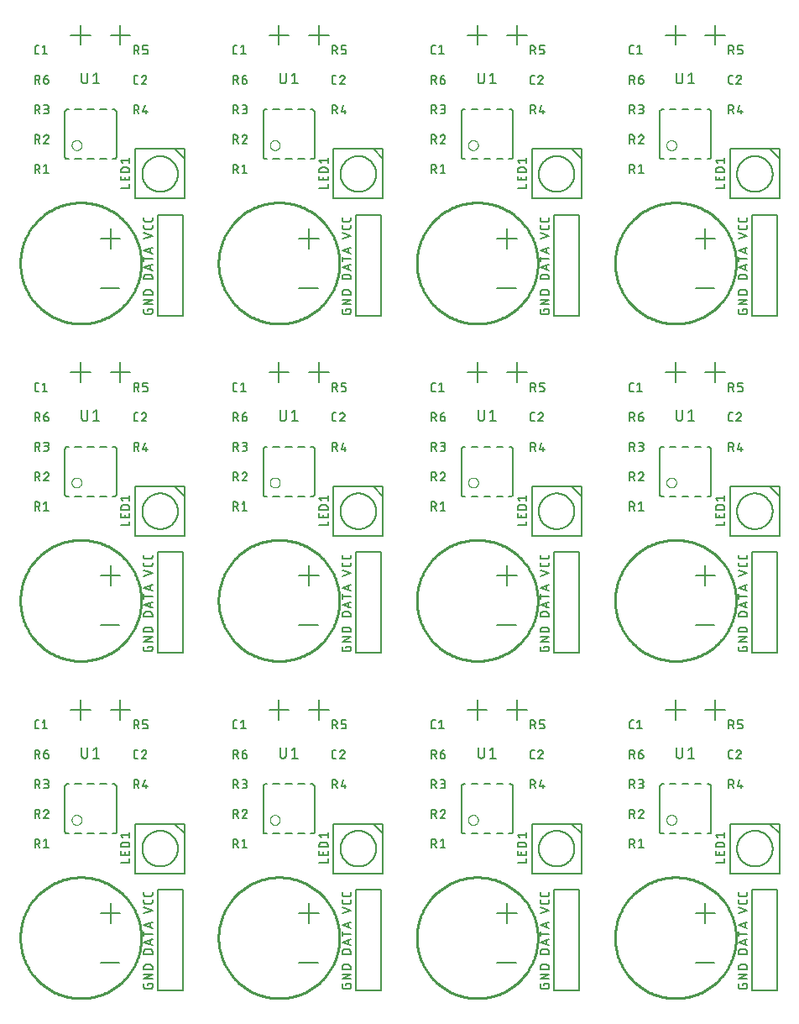
<source format=gbr>
G04 EAGLE Gerber X2 export*
%TF.Part,Single*%
%TF.FileFunction,Legend,Top,1*%
%TF.FilePolarity,Positive*%
%TF.GenerationSoftware,Autodesk,EAGLE,8.6.0*%
%TF.CreationDate,2018-02-09T15:01:17Z*%
G75*
%MOMM*%
%FSLAX34Y34*%
%LPD*%
%AMOC8*
5,1,8,0,0,1.08239X$1,22.5*%
G01*
%ADD10C,0.203200*%
%ADD11C,0.152400*%
%ADD12C,0.050800*%
%ADD13C,0.127000*%
%ADD14C,0.254000*%


D10*
X110000Y95000D02*
X110000Y115000D01*
X100000Y105000D02*
X120000Y105000D01*
X119000Y55000D02*
X100000Y55000D01*
D11*
X143602Y104762D02*
X152238Y107641D01*
X143602Y110519D01*
X152238Y116267D02*
X152238Y118186D01*
X152238Y116267D02*
X152236Y116181D01*
X152230Y116095D01*
X152221Y116009D01*
X152207Y115924D01*
X152190Y115840D01*
X152169Y115756D01*
X152144Y115674D01*
X152116Y115593D01*
X152084Y115513D01*
X152048Y115434D01*
X152009Y115358D01*
X151966Y115283D01*
X151921Y115210D01*
X151872Y115139D01*
X151819Y115071D01*
X151764Y115004D01*
X151706Y114941D01*
X151645Y114880D01*
X151582Y114822D01*
X151515Y114767D01*
X151447Y114715D01*
X151376Y114665D01*
X151303Y114620D01*
X151228Y114577D01*
X151152Y114538D01*
X151073Y114502D01*
X150993Y114470D01*
X150912Y114442D01*
X150830Y114417D01*
X150746Y114396D01*
X150662Y114379D01*
X150577Y114365D01*
X150491Y114356D01*
X150405Y114350D01*
X150319Y114348D01*
X145521Y114348D01*
X145435Y114350D01*
X145349Y114356D01*
X145263Y114365D01*
X145178Y114379D01*
X145094Y114396D01*
X145010Y114417D01*
X144928Y114442D01*
X144847Y114470D01*
X144767Y114502D01*
X144688Y114538D01*
X144612Y114577D01*
X144537Y114620D01*
X144464Y114665D01*
X144393Y114714D01*
X144325Y114767D01*
X144258Y114822D01*
X144195Y114880D01*
X144134Y114941D01*
X144076Y115004D01*
X144021Y115071D01*
X143969Y115139D01*
X143919Y115210D01*
X143874Y115283D01*
X143831Y115358D01*
X143792Y115434D01*
X143756Y115513D01*
X143724Y115593D01*
X143696Y115674D01*
X143671Y115756D01*
X143650Y115840D01*
X143633Y115924D01*
X143619Y116009D01*
X143610Y116095D01*
X143604Y116181D01*
X143602Y116267D01*
X143602Y118186D01*
X152238Y123887D02*
X152238Y125806D01*
X152238Y123887D02*
X152236Y123801D01*
X152230Y123715D01*
X152221Y123629D01*
X152207Y123544D01*
X152190Y123460D01*
X152169Y123376D01*
X152144Y123294D01*
X152116Y123213D01*
X152084Y123133D01*
X152048Y123054D01*
X152009Y122978D01*
X151966Y122903D01*
X151921Y122830D01*
X151872Y122759D01*
X151819Y122691D01*
X151764Y122624D01*
X151706Y122561D01*
X151645Y122500D01*
X151582Y122442D01*
X151515Y122387D01*
X151447Y122335D01*
X151376Y122285D01*
X151303Y122240D01*
X151228Y122197D01*
X151152Y122158D01*
X151073Y122122D01*
X150993Y122090D01*
X150912Y122062D01*
X150830Y122037D01*
X150746Y122016D01*
X150662Y121999D01*
X150577Y121985D01*
X150491Y121976D01*
X150405Y121970D01*
X150319Y121968D01*
X150319Y121967D02*
X145521Y121967D01*
X145521Y121968D02*
X145435Y121970D01*
X145349Y121976D01*
X145263Y121985D01*
X145178Y121999D01*
X145094Y122016D01*
X145010Y122037D01*
X144928Y122062D01*
X144847Y122090D01*
X144767Y122122D01*
X144688Y122158D01*
X144612Y122197D01*
X144537Y122240D01*
X144464Y122285D01*
X144393Y122334D01*
X144325Y122387D01*
X144258Y122442D01*
X144195Y122500D01*
X144134Y122561D01*
X144076Y122624D01*
X144021Y122691D01*
X143969Y122759D01*
X143919Y122830D01*
X143874Y122903D01*
X143831Y122978D01*
X143792Y123054D01*
X143756Y123133D01*
X143724Y123213D01*
X143696Y123294D01*
X143671Y123376D01*
X143650Y123460D01*
X143633Y123544D01*
X143619Y123629D01*
X143610Y123715D01*
X143604Y123801D01*
X143602Y123887D01*
X143602Y125806D01*
X143602Y63762D02*
X152238Y63762D01*
X143602Y63762D02*
X143602Y66161D01*
X143604Y66258D01*
X143610Y66354D01*
X143619Y66450D01*
X143633Y66546D01*
X143650Y66641D01*
X143672Y66735D01*
X143697Y66828D01*
X143725Y66921D01*
X143758Y67012D01*
X143794Y67101D01*
X143834Y67189D01*
X143877Y67276D01*
X143923Y67361D01*
X143973Y67443D01*
X144027Y67524D01*
X144083Y67602D01*
X144143Y67678D01*
X144205Y67752D01*
X144271Y67823D01*
X144339Y67891D01*
X144410Y67957D01*
X144484Y68019D01*
X144560Y68079D01*
X144638Y68135D01*
X144719Y68189D01*
X144802Y68239D01*
X144886Y68285D01*
X144973Y68328D01*
X145061Y68368D01*
X145150Y68404D01*
X145241Y68437D01*
X145334Y68465D01*
X145427Y68490D01*
X145521Y68512D01*
X145616Y68529D01*
X145712Y68543D01*
X145808Y68552D01*
X145904Y68558D01*
X146001Y68560D01*
X149839Y68560D01*
X149936Y68558D01*
X150032Y68552D01*
X150128Y68543D01*
X150224Y68529D01*
X150319Y68512D01*
X150413Y68490D01*
X150506Y68465D01*
X150599Y68437D01*
X150690Y68404D01*
X150779Y68368D01*
X150867Y68328D01*
X150954Y68285D01*
X151039Y68239D01*
X151121Y68189D01*
X151202Y68135D01*
X151280Y68079D01*
X151356Y68019D01*
X151430Y67957D01*
X151501Y67891D01*
X151569Y67823D01*
X151635Y67752D01*
X151697Y67678D01*
X151757Y67602D01*
X151813Y67524D01*
X151867Y67443D01*
X151917Y67361D01*
X151963Y67276D01*
X152006Y67189D01*
X152046Y67101D01*
X152082Y67012D01*
X152115Y66921D01*
X152143Y66828D01*
X152168Y66735D01*
X152190Y66641D01*
X152207Y66546D01*
X152221Y66450D01*
X152230Y66354D01*
X152236Y66258D01*
X152238Y66161D01*
X152238Y63762D01*
X152238Y72731D02*
X143602Y75610D01*
X152238Y78488D01*
X150079Y77769D02*
X150079Y73451D01*
X152238Y84144D02*
X143602Y84144D01*
X143602Y81745D02*
X143602Y86543D01*
X143602Y92678D02*
X152238Y89800D01*
X152238Y95557D02*
X143602Y92678D01*
X150079Y94837D02*
X150079Y90519D01*
X147440Y33560D02*
X147440Y32120D01*
X147440Y33560D02*
X152238Y33560D01*
X152238Y30681D01*
X152236Y30595D01*
X152230Y30509D01*
X152221Y30423D01*
X152207Y30338D01*
X152190Y30254D01*
X152169Y30170D01*
X152144Y30088D01*
X152116Y30007D01*
X152084Y29927D01*
X152048Y29848D01*
X152009Y29772D01*
X151966Y29697D01*
X151921Y29624D01*
X151872Y29553D01*
X151819Y29485D01*
X151764Y29418D01*
X151706Y29355D01*
X151645Y29294D01*
X151582Y29236D01*
X151515Y29181D01*
X151447Y29129D01*
X151376Y29079D01*
X151303Y29034D01*
X151228Y28991D01*
X151152Y28952D01*
X151073Y28916D01*
X150993Y28884D01*
X150912Y28856D01*
X150830Y28831D01*
X150746Y28810D01*
X150662Y28793D01*
X150577Y28779D01*
X150491Y28770D01*
X150405Y28764D01*
X150319Y28762D01*
X145521Y28762D01*
X145435Y28764D01*
X145349Y28770D01*
X145263Y28779D01*
X145178Y28793D01*
X145094Y28810D01*
X145010Y28831D01*
X144928Y28856D01*
X144847Y28884D01*
X144767Y28916D01*
X144688Y28952D01*
X144612Y28991D01*
X144537Y29034D01*
X144464Y29079D01*
X144393Y29128D01*
X144325Y29181D01*
X144258Y29236D01*
X144195Y29294D01*
X144134Y29355D01*
X144076Y29418D01*
X144021Y29485D01*
X143969Y29553D01*
X143919Y29624D01*
X143874Y29697D01*
X143831Y29772D01*
X143792Y29848D01*
X143756Y29927D01*
X143724Y30007D01*
X143696Y30088D01*
X143671Y30170D01*
X143650Y30254D01*
X143633Y30338D01*
X143619Y30423D01*
X143610Y30509D01*
X143604Y30595D01*
X143602Y30681D01*
X143602Y33560D01*
X143602Y38516D02*
X152238Y38516D01*
X152238Y43313D02*
X143602Y38516D01*
X143602Y43313D02*
X152238Y43313D01*
X152238Y48269D02*
X143602Y48269D01*
X143602Y50668D01*
X143604Y50765D01*
X143610Y50861D01*
X143619Y50957D01*
X143633Y51053D01*
X143650Y51148D01*
X143672Y51242D01*
X143697Y51335D01*
X143725Y51428D01*
X143758Y51519D01*
X143794Y51608D01*
X143834Y51696D01*
X143877Y51783D01*
X143923Y51868D01*
X143973Y51950D01*
X144027Y52031D01*
X144083Y52109D01*
X144143Y52185D01*
X144205Y52259D01*
X144271Y52330D01*
X144339Y52398D01*
X144410Y52464D01*
X144484Y52526D01*
X144560Y52586D01*
X144638Y52642D01*
X144719Y52696D01*
X144802Y52746D01*
X144886Y52792D01*
X144973Y52835D01*
X145061Y52875D01*
X145150Y52911D01*
X145241Y52944D01*
X145334Y52972D01*
X145427Y52997D01*
X145521Y53019D01*
X145616Y53036D01*
X145712Y53050D01*
X145808Y53059D01*
X145904Y53065D01*
X146001Y53067D01*
X149839Y53067D01*
X149936Y53065D01*
X150032Y53059D01*
X150128Y53050D01*
X150224Y53036D01*
X150319Y53019D01*
X150413Y52997D01*
X150506Y52972D01*
X150599Y52944D01*
X150690Y52911D01*
X150779Y52875D01*
X150867Y52835D01*
X150954Y52792D01*
X151039Y52746D01*
X151121Y52696D01*
X151202Y52642D01*
X151280Y52586D01*
X151356Y52526D01*
X151430Y52464D01*
X151501Y52398D01*
X151569Y52330D01*
X151635Y52259D01*
X151697Y52185D01*
X151757Y52109D01*
X151813Y52031D01*
X151867Y51950D01*
X151917Y51868D01*
X151963Y51783D01*
X152006Y51696D01*
X152046Y51608D01*
X152082Y51519D01*
X152115Y51428D01*
X152143Y51335D01*
X152168Y51242D01*
X152190Y51148D01*
X152207Y51053D01*
X152221Y50957D01*
X152230Y50861D01*
X152236Y50765D01*
X152238Y50668D01*
X152238Y48269D01*
D10*
X80000Y300000D02*
X80000Y320000D01*
X70000Y310000D02*
X90000Y310000D01*
X120000Y300000D02*
X120000Y320000D01*
X110000Y310000D02*
X130000Y310000D01*
D11*
X37600Y290762D02*
X35681Y290762D01*
X35595Y290764D01*
X35509Y290770D01*
X35423Y290779D01*
X35338Y290793D01*
X35254Y290810D01*
X35170Y290831D01*
X35088Y290856D01*
X35007Y290884D01*
X34927Y290916D01*
X34848Y290952D01*
X34772Y290991D01*
X34697Y291034D01*
X34624Y291079D01*
X34553Y291128D01*
X34485Y291181D01*
X34418Y291236D01*
X34355Y291294D01*
X34294Y291355D01*
X34236Y291418D01*
X34181Y291485D01*
X34128Y291553D01*
X34079Y291624D01*
X34034Y291697D01*
X33991Y291772D01*
X33952Y291848D01*
X33916Y291927D01*
X33884Y292007D01*
X33856Y292088D01*
X33831Y292170D01*
X33810Y292254D01*
X33793Y292338D01*
X33779Y292423D01*
X33770Y292509D01*
X33764Y292595D01*
X33762Y292681D01*
X33762Y297479D01*
X33764Y297565D01*
X33770Y297651D01*
X33779Y297737D01*
X33793Y297822D01*
X33810Y297906D01*
X33831Y297990D01*
X33856Y298072D01*
X33884Y298153D01*
X33916Y298233D01*
X33952Y298312D01*
X33991Y298388D01*
X34034Y298463D01*
X34079Y298536D01*
X34128Y298607D01*
X34181Y298675D01*
X34236Y298742D01*
X34294Y298805D01*
X34355Y298866D01*
X34418Y298924D01*
X34485Y298979D01*
X34553Y299031D01*
X34624Y299081D01*
X34697Y299126D01*
X34772Y299169D01*
X34848Y299208D01*
X34927Y299244D01*
X35007Y299276D01*
X35088Y299304D01*
X35170Y299329D01*
X35254Y299350D01*
X35338Y299367D01*
X35423Y299381D01*
X35509Y299390D01*
X35595Y299396D01*
X35681Y299398D01*
X37600Y299398D01*
X41420Y297479D02*
X43819Y299398D01*
X43819Y290762D01*
X41420Y290762D02*
X46218Y290762D01*
X135681Y260762D02*
X137600Y260762D01*
X135681Y260762D02*
X135595Y260764D01*
X135509Y260770D01*
X135423Y260779D01*
X135338Y260793D01*
X135254Y260810D01*
X135170Y260831D01*
X135088Y260856D01*
X135007Y260884D01*
X134927Y260916D01*
X134848Y260952D01*
X134772Y260991D01*
X134697Y261034D01*
X134624Y261079D01*
X134553Y261128D01*
X134485Y261181D01*
X134418Y261236D01*
X134355Y261294D01*
X134294Y261355D01*
X134236Y261418D01*
X134181Y261485D01*
X134128Y261553D01*
X134079Y261624D01*
X134034Y261697D01*
X133991Y261772D01*
X133952Y261848D01*
X133916Y261927D01*
X133884Y262007D01*
X133856Y262088D01*
X133831Y262170D01*
X133810Y262254D01*
X133793Y262338D01*
X133779Y262423D01*
X133770Y262509D01*
X133764Y262595D01*
X133762Y262681D01*
X133762Y267479D01*
X133764Y267565D01*
X133770Y267651D01*
X133779Y267737D01*
X133793Y267822D01*
X133810Y267906D01*
X133831Y267990D01*
X133856Y268072D01*
X133884Y268153D01*
X133916Y268233D01*
X133952Y268312D01*
X133991Y268388D01*
X134034Y268463D01*
X134079Y268536D01*
X134128Y268607D01*
X134181Y268675D01*
X134236Y268742D01*
X134294Y268805D01*
X134355Y268866D01*
X134418Y268924D01*
X134485Y268979D01*
X134553Y269031D01*
X134624Y269081D01*
X134697Y269126D01*
X134772Y269169D01*
X134848Y269208D01*
X134927Y269244D01*
X135007Y269276D01*
X135088Y269304D01*
X135170Y269329D01*
X135254Y269350D01*
X135338Y269367D01*
X135423Y269381D01*
X135509Y269390D01*
X135595Y269396D01*
X135681Y269398D01*
X137600Y269398D01*
X144059Y269398D02*
X144151Y269396D01*
X144242Y269390D01*
X144333Y269381D01*
X144424Y269367D01*
X144514Y269350D01*
X144603Y269328D01*
X144691Y269303D01*
X144778Y269275D01*
X144864Y269242D01*
X144948Y269206D01*
X145031Y269167D01*
X145112Y269124D01*
X145191Y269077D01*
X145268Y269028D01*
X145343Y268975D01*
X145415Y268919D01*
X145485Y268860D01*
X145553Y268798D01*
X145618Y268733D01*
X145680Y268665D01*
X145739Y268595D01*
X145795Y268523D01*
X145848Y268448D01*
X145897Y268371D01*
X145944Y268292D01*
X145987Y268211D01*
X146026Y268128D01*
X146062Y268044D01*
X146095Y267958D01*
X146123Y267871D01*
X146148Y267783D01*
X146170Y267694D01*
X146187Y267604D01*
X146201Y267513D01*
X146210Y267422D01*
X146216Y267331D01*
X146218Y267239D01*
X144059Y269398D02*
X143956Y269396D01*
X143854Y269390D01*
X143752Y269381D01*
X143650Y269368D01*
X143549Y269351D01*
X143448Y269330D01*
X143349Y269306D01*
X143250Y269277D01*
X143153Y269246D01*
X143056Y269210D01*
X142961Y269172D01*
X142868Y269129D01*
X142776Y269083D01*
X142686Y269034D01*
X142598Y268982D01*
X142511Y268926D01*
X142427Y268867D01*
X142346Y268806D01*
X142266Y268741D01*
X142189Y268673D01*
X142114Y268602D01*
X142043Y268529D01*
X141974Y268453D01*
X141907Y268375D01*
X141844Y268294D01*
X141784Y268211D01*
X141727Y268126D01*
X141673Y268039D01*
X141622Y267949D01*
X141575Y267858D01*
X141531Y267766D01*
X141490Y267671D01*
X141453Y267576D01*
X141420Y267479D01*
X145498Y265560D02*
X145565Y265626D01*
X145629Y265695D01*
X145690Y265766D01*
X145748Y265840D01*
X145803Y265916D01*
X145855Y265994D01*
X145904Y266074D01*
X145950Y266156D01*
X145992Y266240D01*
X146031Y266326D01*
X146066Y266413D01*
X146097Y266501D01*
X146125Y266591D01*
X146150Y266681D01*
X146171Y266773D01*
X146188Y266865D01*
X146201Y266958D01*
X146210Y267051D01*
X146216Y267145D01*
X146218Y267239D01*
X145498Y265560D02*
X141420Y260762D01*
X146218Y260762D01*
X129238Y155762D02*
X120602Y155762D01*
X129238Y155762D02*
X129238Y159600D01*
X129238Y163687D02*
X129238Y167525D01*
X129238Y163687D02*
X120602Y163687D01*
X120602Y167525D01*
X124440Y166565D02*
X124440Y163687D01*
X120602Y171586D02*
X129238Y171586D01*
X120602Y171586D02*
X120602Y173984D01*
X120604Y174081D01*
X120610Y174177D01*
X120619Y174273D01*
X120633Y174369D01*
X120650Y174464D01*
X120672Y174558D01*
X120697Y174651D01*
X120725Y174744D01*
X120758Y174835D01*
X120794Y174924D01*
X120834Y175012D01*
X120877Y175099D01*
X120923Y175184D01*
X120973Y175266D01*
X121027Y175347D01*
X121083Y175425D01*
X121143Y175501D01*
X121205Y175575D01*
X121271Y175646D01*
X121339Y175714D01*
X121410Y175780D01*
X121484Y175842D01*
X121560Y175902D01*
X121638Y175958D01*
X121719Y176012D01*
X121802Y176062D01*
X121886Y176108D01*
X121973Y176151D01*
X122061Y176191D01*
X122150Y176227D01*
X122241Y176260D01*
X122334Y176288D01*
X122427Y176313D01*
X122521Y176335D01*
X122616Y176352D01*
X122712Y176366D01*
X122808Y176375D01*
X122904Y176381D01*
X123001Y176383D01*
X126839Y176383D01*
X126936Y176381D01*
X127032Y176375D01*
X127128Y176366D01*
X127224Y176352D01*
X127319Y176335D01*
X127413Y176313D01*
X127506Y176288D01*
X127599Y176260D01*
X127690Y176227D01*
X127779Y176191D01*
X127867Y176151D01*
X127954Y176108D01*
X128039Y176062D01*
X128121Y176012D01*
X128202Y175958D01*
X128280Y175902D01*
X128356Y175842D01*
X128430Y175780D01*
X128501Y175714D01*
X128569Y175646D01*
X128635Y175575D01*
X128697Y175501D01*
X128757Y175425D01*
X128813Y175347D01*
X128867Y175266D01*
X128917Y175184D01*
X128963Y175099D01*
X129006Y175012D01*
X129046Y174924D01*
X129082Y174835D01*
X129115Y174744D01*
X129143Y174651D01*
X129168Y174558D01*
X129190Y174464D01*
X129207Y174369D01*
X129221Y174273D01*
X129230Y174177D01*
X129236Y174081D01*
X129238Y173984D01*
X129238Y171586D01*
X122521Y181034D02*
X120602Y183433D01*
X129238Y183433D01*
X129238Y181034D02*
X129238Y185832D01*
X33762Y179398D02*
X33762Y170762D01*
X33762Y179398D02*
X36161Y179398D01*
X36258Y179396D01*
X36354Y179390D01*
X36450Y179381D01*
X36546Y179367D01*
X36641Y179350D01*
X36735Y179328D01*
X36828Y179303D01*
X36921Y179275D01*
X37012Y179242D01*
X37101Y179206D01*
X37189Y179166D01*
X37276Y179123D01*
X37361Y179077D01*
X37443Y179027D01*
X37524Y178973D01*
X37602Y178917D01*
X37678Y178857D01*
X37752Y178795D01*
X37823Y178729D01*
X37891Y178661D01*
X37957Y178590D01*
X38019Y178516D01*
X38079Y178440D01*
X38135Y178362D01*
X38189Y178281D01*
X38239Y178198D01*
X38285Y178114D01*
X38328Y178027D01*
X38368Y177939D01*
X38404Y177850D01*
X38437Y177759D01*
X38465Y177666D01*
X38490Y177573D01*
X38512Y177479D01*
X38529Y177384D01*
X38543Y177288D01*
X38552Y177192D01*
X38558Y177096D01*
X38560Y176999D01*
X38558Y176902D01*
X38552Y176806D01*
X38543Y176710D01*
X38529Y176614D01*
X38512Y176519D01*
X38490Y176425D01*
X38465Y176332D01*
X38437Y176239D01*
X38404Y176148D01*
X38368Y176059D01*
X38328Y175971D01*
X38285Y175884D01*
X38239Y175800D01*
X38189Y175717D01*
X38135Y175636D01*
X38079Y175558D01*
X38019Y175482D01*
X37957Y175408D01*
X37891Y175337D01*
X37823Y175269D01*
X37752Y175203D01*
X37678Y175141D01*
X37602Y175081D01*
X37524Y175025D01*
X37443Y174971D01*
X37360Y174921D01*
X37276Y174875D01*
X37189Y174832D01*
X37101Y174792D01*
X37012Y174756D01*
X36921Y174723D01*
X36828Y174695D01*
X36735Y174670D01*
X36641Y174648D01*
X36546Y174631D01*
X36450Y174617D01*
X36354Y174608D01*
X36258Y174602D01*
X36161Y174600D01*
X33762Y174600D01*
X36641Y174600D02*
X38560Y170762D01*
X42821Y177479D02*
X45220Y179398D01*
X45220Y170762D01*
X42821Y170762D02*
X47619Y170762D01*
X33762Y200762D02*
X33762Y209398D01*
X36161Y209398D01*
X36258Y209396D01*
X36354Y209390D01*
X36450Y209381D01*
X36546Y209367D01*
X36641Y209350D01*
X36735Y209328D01*
X36828Y209303D01*
X36921Y209275D01*
X37012Y209242D01*
X37101Y209206D01*
X37189Y209166D01*
X37276Y209123D01*
X37361Y209077D01*
X37443Y209027D01*
X37524Y208973D01*
X37602Y208917D01*
X37678Y208857D01*
X37752Y208795D01*
X37823Y208729D01*
X37891Y208661D01*
X37957Y208590D01*
X38019Y208516D01*
X38079Y208440D01*
X38135Y208362D01*
X38189Y208281D01*
X38239Y208198D01*
X38285Y208114D01*
X38328Y208027D01*
X38368Y207939D01*
X38404Y207850D01*
X38437Y207759D01*
X38465Y207666D01*
X38490Y207573D01*
X38512Y207479D01*
X38529Y207384D01*
X38543Y207288D01*
X38552Y207192D01*
X38558Y207096D01*
X38560Y206999D01*
X38558Y206902D01*
X38552Y206806D01*
X38543Y206710D01*
X38529Y206614D01*
X38512Y206519D01*
X38490Y206425D01*
X38465Y206332D01*
X38437Y206239D01*
X38404Y206148D01*
X38368Y206059D01*
X38328Y205971D01*
X38285Y205884D01*
X38239Y205800D01*
X38189Y205717D01*
X38135Y205636D01*
X38079Y205558D01*
X38019Y205482D01*
X37957Y205408D01*
X37891Y205337D01*
X37823Y205269D01*
X37752Y205203D01*
X37678Y205141D01*
X37602Y205081D01*
X37524Y205025D01*
X37443Y204971D01*
X37360Y204921D01*
X37276Y204875D01*
X37189Y204832D01*
X37101Y204792D01*
X37012Y204756D01*
X36921Y204723D01*
X36828Y204695D01*
X36735Y204670D01*
X36641Y204648D01*
X36546Y204631D01*
X36450Y204617D01*
X36354Y204608D01*
X36258Y204602D01*
X36161Y204600D01*
X33762Y204600D01*
X36641Y204600D02*
X38560Y200762D01*
X45460Y209398D02*
X45552Y209396D01*
X45643Y209390D01*
X45734Y209381D01*
X45825Y209367D01*
X45915Y209350D01*
X46004Y209328D01*
X46092Y209303D01*
X46179Y209275D01*
X46265Y209242D01*
X46349Y209206D01*
X46432Y209167D01*
X46513Y209124D01*
X46592Y209077D01*
X46669Y209028D01*
X46744Y208975D01*
X46816Y208919D01*
X46886Y208860D01*
X46954Y208798D01*
X47019Y208733D01*
X47081Y208665D01*
X47140Y208595D01*
X47196Y208523D01*
X47249Y208448D01*
X47298Y208371D01*
X47345Y208292D01*
X47388Y208211D01*
X47427Y208128D01*
X47463Y208044D01*
X47496Y207958D01*
X47524Y207871D01*
X47549Y207783D01*
X47571Y207694D01*
X47588Y207604D01*
X47602Y207513D01*
X47611Y207422D01*
X47617Y207331D01*
X47619Y207239D01*
X45460Y209398D02*
X45357Y209396D01*
X45255Y209390D01*
X45153Y209381D01*
X45051Y209368D01*
X44950Y209351D01*
X44849Y209330D01*
X44750Y209306D01*
X44651Y209277D01*
X44554Y209246D01*
X44457Y209210D01*
X44362Y209172D01*
X44269Y209129D01*
X44177Y209083D01*
X44087Y209034D01*
X43999Y208982D01*
X43912Y208926D01*
X43828Y208867D01*
X43747Y208806D01*
X43667Y208741D01*
X43590Y208673D01*
X43515Y208602D01*
X43444Y208529D01*
X43375Y208453D01*
X43308Y208375D01*
X43245Y208294D01*
X43185Y208211D01*
X43128Y208126D01*
X43074Y208039D01*
X43023Y207949D01*
X42976Y207858D01*
X42932Y207766D01*
X42891Y207671D01*
X42854Y207576D01*
X42821Y207479D01*
X46899Y205560D02*
X46966Y205626D01*
X47030Y205695D01*
X47091Y205766D01*
X47149Y205840D01*
X47204Y205916D01*
X47256Y205994D01*
X47305Y206074D01*
X47351Y206156D01*
X47393Y206240D01*
X47432Y206326D01*
X47467Y206413D01*
X47498Y206501D01*
X47526Y206591D01*
X47551Y206681D01*
X47572Y206773D01*
X47589Y206865D01*
X47602Y206958D01*
X47611Y207051D01*
X47617Y207145D01*
X47619Y207239D01*
X46899Y205560D02*
X42821Y200762D01*
X47619Y200762D01*
X33762Y230762D02*
X33762Y239398D01*
X36161Y239398D01*
X36258Y239396D01*
X36354Y239390D01*
X36450Y239381D01*
X36546Y239367D01*
X36641Y239350D01*
X36735Y239328D01*
X36828Y239303D01*
X36921Y239275D01*
X37012Y239242D01*
X37101Y239206D01*
X37189Y239166D01*
X37276Y239123D01*
X37361Y239077D01*
X37443Y239027D01*
X37524Y238973D01*
X37602Y238917D01*
X37678Y238857D01*
X37752Y238795D01*
X37823Y238729D01*
X37891Y238661D01*
X37957Y238590D01*
X38019Y238516D01*
X38079Y238440D01*
X38135Y238362D01*
X38189Y238281D01*
X38239Y238198D01*
X38285Y238114D01*
X38328Y238027D01*
X38368Y237939D01*
X38404Y237850D01*
X38437Y237759D01*
X38465Y237666D01*
X38490Y237573D01*
X38512Y237479D01*
X38529Y237384D01*
X38543Y237288D01*
X38552Y237192D01*
X38558Y237096D01*
X38560Y236999D01*
X38558Y236902D01*
X38552Y236806D01*
X38543Y236710D01*
X38529Y236614D01*
X38512Y236519D01*
X38490Y236425D01*
X38465Y236332D01*
X38437Y236239D01*
X38404Y236148D01*
X38368Y236059D01*
X38328Y235971D01*
X38285Y235884D01*
X38239Y235800D01*
X38189Y235717D01*
X38135Y235636D01*
X38079Y235558D01*
X38019Y235482D01*
X37957Y235408D01*
X37891Y235337D01*
X37823Y235269D01*
X37752Y235203D01*
X37678Y235141D01*
X37602Y235081D01*
X37524Y235025D01*
X37443Y234971D01*
X37360Y234921D01*
X37276Y234875D01*
X37189Y234832D01*
X37101Y234792D01*
X37012Y234756D01*
X36921Y234723D01*
X36828Y234695D01*
X36735Y234670D01*
X36641Y234648D01*
X36546Y234631D01*
X36450Y234617D01*
X36354Y234608D01*
X36258Y234602D01*
X36161Y234600D01*
X33762Y234600D01*
X36641Y234600D02*
X38560Y230762D01*
X42821Y230762D02*
X45220Y230762D01*
X45317Y230764D01*
X45413Y230770D01*
X45509Y230779D01*
X45605Y230793D01*
X45700Y230810D01*
X45794Y230832D01*
X45887Y230857D01*
X45980Y230885D01*
X46071Y230918D01*
X46160Y230954D01*
X46248Y230994D01*
X46335Y231037D01*
X46419Y231083D01*
X46502Y231133D01*
X46583Y231187D01*
X46661Y231243D01*
X46737Y231303D01*
X46811Y231365D01*
X46882Y231431D01*
X46950Y231499D01*
X47016Y231570D01*
X47078Y231644D01*
X47138Y231720D01*
X47194Y231798D01*
X47248Y231879D01*
X47298Y231962D01*
X47344Y232046D01*
X47387Y232133D01*
X47427Y232221D01*
X47463Y232310D01*
X47496Y232401D01*
X47524Y232494D01*
X47549Y232587D01*
X47571Y232681D01*
X47588Y232776D01*
X47602Y232872D01*
X47611Y232968D01*
X47617Y233064D01*
X47619Y233161D01*
X47617Y233258D01*
X47611Y233354D01*
X47602Y233450D01*
X47588Y233546D01*
X47571Y233641D01*
X47549Y233735D01*
X47524Y233828D01*
X47496Y233921D01*
X47463Y234012D01*
X47427Y234101D01*
X47387Y234189D01*
X47344Y234276D01*
X47298Y234360D01*
X47248Y234443D01*
X47194Y234524D01*
X47138Y234602D01*
X47078Y234678D01*
X47016Y234752D01*
X46950Y234823D01*
X46882Y234891D01*
X46811Y234957D01*
X46737Y235019D01*
X46661Y235079D01*
X46583Y235135D01*
X46502Y235189D01*
X46420Y235239D01*
X46335Y235285D01*
X46248Y235328D01*
X46160Y235368D01*
X46071Y235404D01*
X45980Y235437D01*
X45887Y235465D01*
X45794Y235490D01*
X45700Y235512D01*
X45605Y235529D01*
X45509Y235543D01*
X45413Y235552D01*
X45317Y235558D01*
X45220Y235560D01*
X45700Y239398D02*
X42821Y239398D01*
X45700Y239398D02*
X45786Y239396D01*
X45872Y239390D01*
X45958Y239381D01*
X46043Y239367D01*
X46127Y239350D01*
X46211Y239329D01*
X46293Y239304D01*
X46374Y239276D01*
X46454Y239244D01*
X46533Y239208D01*
X46609Y239169D01*
X46684Y239126D01*
X46757Y239081D01*
X46828Y239032D01*
X46896Y238979D01*
X46963Y238924D01*
X47026Y238866D01*
X47087Y238805D01*
X47145Y238742D01*
X47200Y238675D01*
X47253Y238607D01*
X47302Y238536D01*
X47347Y238463D01*
X47390Y238388D01*
X47429Y238312D01*
X47465Y238233D01*
X47497Y238153D01*
X47525Y238072D01*
X47550Y237990D01*
X47571Y237906D01*
X47588Y237822D01*
X47602Y237737D01*
X47611Y237651D01*
X47617Y237565D01*
X47619Y237479D01*
X47617Y237393D01*
X47611Y237307D01*
X47602Y237221D01*
X47588Y237136D01*
X47571Y237052D01*
X47550Y236968D01*
X47525Y236886D01*
X47497Y236805D01*
X47465Y236725D01*
X47429Y236646D01*
X47390Y236570D01*
X47347Y236495D01*
X47302Y236422D01*
X47253Y236351D01*
X47200Y236283D01*
X47145Y236216D01*
X47087Y236153D01*
X47026Y236092D01*
X46963Y236034D01*
X46896Y235979D01*
X46828Y235926D01*
X46757Y235877D01*
X46684Y235832D01*
X46609Y235789D01*
X46533Y235750D01*
X46454Y235714D01*
X46374Y235682D01*
X46293Y235654D01*
X46211Y235629D01*
X46127Y235608D01*
X46043Y235591D01*
X45958Y235577D01*
X45872Y235568D01*
X45786Y235562D01*
X45700Y235560D01*
X43781Y235560D01*
X133762Y239398D02*
X133762Y230762D01*
X133762Y239398D02*
X136161Y239398D01*
X136258Y239396D01*
X136354Y239390D01*
X136450Y239381D01*
X136546Y239367D01*
X136641Y239350D01*
X136735Y239328D01*
X136828Y239303D01*
X136921Y239275D01*
X137012Y239242D01*
X137101Y239206D01*
X137189Y239166D01*
X137276Y239123D01*
X137361Y239077D01*
X137443Y239027D01*
X137524Y238973D01*
X137602Y238917D01*
X137678Y238857D01*
X137752Y238795D01*
X137823Y238729D01*
X137891Y238661D01*
X137957Y238590D01*
X138019Y238516D01*
X138079Y238440D01*
X138135Y238362D01*
X138189Y238281D01*
X138239Y238198D01*
X138285Y238114D01*
X138328Y238027D01*
X138368Y237939D01*
X138404Y237850D01*
X138437Y237759D01*
X138465Y237666D01*
X138490Y237573D01*
X138512Y237479D01*
X138529Y237384D01*
X138543Y237288D01*
X138552Y237192D01*
X138558Y237096D01*
X138560Y236999D01*
X138558Y236902D01*
X138552Y236806D01*
X138543Y236710D01*
X138529Y236614D01*
X138512Y236519D01*
X138490Y236425D01*
X138465Y236332D01*
X138437Y236239D01*
X138404Y236148D01*
X138368Y236059D01*
X138328Y235971D01*
X138285Y235884D01*
X138239Y235800D01*
X138189Y235717D01*
X138135Y235636D01*
X138079Y235558D01*
X138019Y235482D01*
X137957Y235408D01*
X137891Y235337D01*
X137823Y235269D01*
X137752Y235203D01*
X137678Y235141D01*
X137602Y235081D01*
X137524Y235025D01*
X137443Y234971D01*
X137361Y234921D01*
X137276Y234875D01*
X137189Y234832D01*
X137101Y234792D01*
X137012Y234756D01*
X136921Y234723D01*
X136828Y234695D01*
X136735Y234670D01*
X136641Y234648D01*
X136546Y234631D01*
X136450Y234617D01*
X136354Y234608D01*
X136258Y234602D01*
X136161Y234600D01*
X133762Y234600D01*
X136641Y234600D02*
X138560Y230762D01*
X142821Y232681D02*
X144740Y239398D01*
X142821Y232681D02*
X147619Y232681D01*
X146180Y234600D02*
X146180Y230762D01*
X133762Y290762D02*
X133762Y299398D01*
X136161Y299398D01*
X136258Y299396D01*
X136354Y299390D01*
X136450Y299381D01*
X136546Y299367D01*
X136641Y299350D01*
X136735Y299328D01*
X136828Y299303D01*
X136921Y299275D01*
X137012Y299242D01*
X137101Y299206D01*
X137189Y299166D01*
X137276Y299123D01*
X137361Y299077D01*
X137443Y299027D01*
X137524Y298973D01*
X137602Y298917D01*
X137678Y298857D01*
X137752Y298795D01*
X137823Y298729D01*
X137891Y298661D01*
X137957Y298590D01*
X138019Y298516D01*
X138079Y298440D01*
X138135Y298362D01*
X138189Y298281D01*
X138239Y298199D01*
X138285Y298114D01*
X138328Y298027D01*
X138368Y297939D01*
X138404Y297850D01*
X138437Y297759D01*
X138465Y297666D01*
X138490Y297573D01*
X138512Y297479D01*
X138529Y297384D01*
X138543Y297288D01*
X138552Y297192D01*
X138558Y297096D01*
X138560Y296999D01*
X138558Y296902D01*
X138552Y296806D01*
X138543Y296710D01*
X138529Y296614D01*
X138512Y296519D01*
X138490Y296425D01*
X138465Y296332D01*
X138437Y296239D01*
X138404Y296148D01*
X138368Y296059D01*
X138328Y295971D01*
X138285Y295884D01*
X138239Y295800D01*
X138189Y295717D01*
X138135Y295636D01*
X138079Y295558D01*
X138019Y295482D01*
X137957Y295408D01*
X137891Y295337D01*
X137823Y295269D01*
X137752Y295203D01*
X137678Y295141D01*
X137602Y295081D01*
X137524Y295025D01*
X137443Y294971D01*
X137361Y294921D01*
X137276Y294875D01*
X137189Y294832D01*
X137101Y294792D01*
X137012Y294756D01*
X136921Y294723D01*
X136828Y294695D01*
X136735Y294670D01*
X136641Y294648D01*
X136546Y294631D01*
X136450Y294617D01*
X136354Y294608D01*
X136258Y294602D01*
X136161Y294600D01*
X133762Y294600D01*
X136641Y294600D02*
X138560Y290762D01*
X142821Y290762D02*
X145700Y290762D01*
X145786Y290764D01*
X145872Y290770D01*
X145958Y290779D01*
X146043Y290793D01*
X146127Y290810D01*
X146211Y290831D01*
X146293Y290856D01*
X146374Y290884D01*
X146454Y290916D01*
X146533Y290952D01*
X146609Y290991D01*
X146684Y291034D01*
X146757Y291079D01*
X146828Y291129D01*
X146896Y291181D01*
X146963Y291236D01*
X147026Y291294D01*
X147087Y291355D01*
X147145Y291418D01*
X147200Y291485D01*
X147253Y291553D01*
X147302Y291624D01*
X147347Y291697D01*
X147390Y291772D01*
X147429Y291848D01*
X147465Y291927D01*
X147497Y292007D01*
X147525Y292088D01*
X147550Y292171D01*
X147571Y292254D01*
X147588Y292338D01*
X147602Y292423D01*
X147611Y292509D01*
X147617Y292595D01*
X147619Y292681D01*
X147619Y293641D01*
X147617Y293727D01*
X147611Y293813D01*
X147602Y293899D01*
X147588Y293984D01*
X147571Y294068D01*
X147550Y294152D01*
X147525Y294234D01*
X147497Y294315D01*
X147465Y294395D01*
X147429Y294474D01*
X147390Y294550D01*
X147347Y294625D01*
X147302Y294698D01*
X147253Y294769D01*
X147200Y294837D01*
X147145Y294904D01*
X147087Y294967D01*
X147026Y295028D01*
X146963Y295086D01*
X146896Y295141D01*
X146828Y295194D01*
X146757Y295243D01*
X146684Y295288D01*
X146609Y295331D01*
X146533Y295370D01*
X146454Y295406D01*
X146374Y295438D01*
X146293Y295466D01*
X146211Y295491D01*
X146127Y295512D01*
X146043Y295529D01*
X145958Y295543D01*
X145872Y295552D01*
X145786Y295558D01*
X145700Y295560D01*
X142821Y295560D01*
X142821Y299398D01*
X147619Y299398D01*
X33762Y269398D02*
X33762Y260762D01*
X33762Y269398D02*
X36161Y269398D01*
X36258Y269396D01*
X36354Y269390D01*
X36450Y269381D01*
X36546Y269367D01*
X36641Y269350D01*
X36735Y269328D01*
X36828Y269303D01*
X36921Y269275D01*
X37012Y269242D01*
X37101Y269206D01*
X37189Y269166D01*
X37276Y269123D01*
X37361Y269077D01*
X37443Y269027D01*
X37524Y268973D01*
X37602Y268917D01*
X37678Y268857D01*
X37752Y268795D01*
X37823Y268729D01*
X37891Y268661D01*
X37957Y268590D01*
X38019Y268516D01*
X38079Y268440D01*
X38135Y268362D01*
X38189Y268281D01*
X38239Y268199D01*
X38285Y268114D01*
X38328Y268027D01*
X38368Y267939D01*
X38404Y267850D01*
X38437Y267759D01*
X38465Y267666D01*
X38490Y267573D01*
X38512Y267479D01*
X38529Y267384D01*
X38543Y267288D01*
X38552Y267192D01*
X38558Y267096D01*
X38560Y266999D01*
X38558Y266902D01*
X38552Y266806D01*
X38543Y266710D01*
X38529Y266614D01*
X38512Y266519D01*
X38490Y266425D01*
X38465Y266332D01*
X38437Y266239D01*
X38404Y266148D01*
X38368Y266059D01*
X38328Y265971D01*
X38285Y265884D01*
X38239Y265800D01*
X38189Y265717D01*
X38135Y265636D01*
X38079Y265558D01*
X38019Y265482D01*
X37957Y265408D01*
X37891Y265337D01*
X37823Y265269D01*
X37752Y265203D01*
X37678Y265141D01*
X37602Y265081D01*
X37524Y265025D01*
X37443Y264971D01*
X37360Y264921D01*
X37276Y264875D01*
X37189Y264832D01*
X37101Y264792D01*
X37012Y264756D01*
X36921Y264723D01*
X36828Y264695D01*
X36735Y264670D01*
X36641Y264648D01*
X36546Y264631D01*
X36450Y264617D01*
X36354Y264608D01*
X36258Y264602D01*
X36161Y264600D01*
X33762Y264600D01*
X36641Y264600D02*
X38560Y260762D01*
X42821Y265560D02*
X45700Y265560D01*
X45786Y265558D01*
X45872Y265552D01*
X45958Y265543D01*
X46043Y265529D01*
X46127Y265512D01*
X46211Y265491D01*
X46293Y265466D01*
X46374Y265438D01*
X46454Y265406D01*
X46533Y265370D01*
X46609Y265331D01*
X46684Y265288D01*
X46757Y265243D01*
X46828Y265194D01*
X46896Y265141D01*
X46963Y265086D01*
X47026Y265028D01*
X47087Y264967D01*
X47145Y264904D01*
X47200Y264837D01*
X47253Y264769D01*
X47302Y264698D01*
X47347Y264625D01*
X47390Y264550D01*
X47429Y264474D01*
X47465Y264395D01*
X47497Y264315D01*
X47525Y264234D01*
X47550Y264152D01*
X47571Y264068D01*
X47588Y263984D01*
X47602Y263899D01*
X47611Y263813D01*
X47617Y263727D01*
X47619Y263641D01*
X47619Y263161D01*
X47617Y263064D01*
X47611Y262968D01*
X47602Y262872D01*
X47588Y262776D01*
X47571Y262681D01*
X47549Y262587D01*
X47524Y262494D01*
X47496Y262401D01*
X47463Y262310D01*
X47427Y262221D01*
X47387Y262133D01*
X47344Y262046D01*
X47298Y261961D01*
X47248Y261879D01*
X47194Y261798D01*
X47138Y261720D01*
X47078Y261644D01*
X47016Y261570D01*
X46950Y261499D01*
X46882Y261431D01*
X46811Y261365D01*
X46737Y261303D01*
X46661Y261243D01*
X46583Y261187D01*
X46502Y261133D01*
X46419Y261083D01*
X46335Y261037D01*
X46248Y260994D01*
X46160Y260954D01*
X46071Y260918D01*
X45980Y260885D01*
X45887Y260857D01*
X45794Y260832D01*
X45700Y260810D01*
X45605Y260793D01*
X45509Y260779D01*
X45413Y260770D01*
X45317Y260764D01*
X45220Y260762D01*
X45123Y260764D01*
X45027Y260770D01*
X44931Y260779D01*
X44835Y260793D01*
X44740Y260810D01*
X44646Y260832D01*
X44553Y260857D01*
X44460Y260885D01*
X44369Y260918D01*
X44280Y260954D01*
X44192Y260994D01*
X44105Y261037D01*
X44020Y261083D01*
X43938Y261133D01*
X43857Y261187D01*
X43779Y261243D01*
X43703Y261303D01*
X43629Y261365D01*
X43558Y261431D01*
X43490Y261499D01*
X43424Y261570D01*
X43362Y261644D01*
X43302Y261720D01*
X43246Y261798D01*
X43192Y261879D01*
X43142Y261962D01*
X43096Y262046D01*
X43053Y262133D01*
X43013Y262221D01*
X42977Y262310D01*
X42944Y262401D01*
X42916Y262494D01*
X42891Y262587D01*
X42869Y262681D01*
X42852Y262776D01*
X42838Y262872D01*
X42829Y262968D01*
X42823Y263064D01*
X42821Y263161D01*
X42821Y265560D01*
X42822Y265560D02*
X42824Y265683D01*
X42830Y265806D01*
X42840Y265929D01*
X42854Y266051D01*
X42871Y266173D01*
X42893Y266294D01*
X42918Y266414D01*
X42948Y266534D01*
X42981Y266652D01*
X43018Y266769D01*
X43058Y266886D01*
X43102Y267000D01*
X43150Y267114D01*
X43202Y267225D01*
X43257Y267335D01*
X43316Y267443D01*
X43378Y267550D01*
X43443Y267654D01*
X43512Y267756D01*
X43584Y267856D01*
X43659Y267953D01*
X43738Y268048D01*
X43819Y268140D01*
X43903Y268230D01*
X43990Y268317D01*
X44080Y268401D01*
X44172Y268482D01*
X44267Y268561D01*
X44364Y268636D01*
X44464Y268708D01*
X44566Y268777D01*
X44670Y268842D01*
X44777Y268904D01*
X44885Y268963D01*
X44995Y269018D01*
X45106Y269070D01*
X45220Y269117D01*
X45334Y269162D01*
X45451Y269202D01*
X45568Y269239D01*
X45686Y269272D01*
X45806Y269302D01*
X45926Y269327D01*
X46047Y269349D01*
X46169Y269366D01*
X46291Y269380D01*
X46414Y269390D01*
X46537Y269396D01*
X46660Y269398D01*
D10*
X81016Y271684D02*
X81016Y263979D01*
X81018Y263872D01*
X81024Y263765D01*
X81033Y263659D01*
X81047Y263553D01*
X81064Y263447D01*
X81085Y263342D01*
X81110Y263238D01*
X81139Y263135D01*
X81171Y263033D01*
X81207Y262932D01*
X81247Y262833D01*
X81290Y262735D01*
X81337Y262639D01*
X81387Y262544D01*
X81440Y262451D01*
X81497Y262361D01*
X81557Y262272D01*
X81620Y262186D01*
X81686Y262102D01*
X81756Y262020D01*
X81828Y261941D01*
X81903Y261865D01*
X81981Y261791D01*
X82061Y261721D01*
X82144Y261653D01*
X82229Y261588D01*
X82316Y261527D01*
X82406Y261468D01*
X82497Y261413D01*
X82591Y261361D01*
X82687Y261313D01*
X82784Y261268D01*
X82882Y261226D01*
X82982Y261189D01*
X83084Y261154D01*
X83186Y261124D01*
X83290Y261097D01*
X83394Y261074D01*
X83500Y261055D01*
X83606Y261040D01*
X83712Y261028D01*
X83819Y261020D01*
X83926Y261016D01*
X84032Y261016D01*
X84139Y261020D01*
X84246Y261028D01*
X84352Y261040D01*
X84458Y261055D01*
X84564Y261074D01*
X84668Y261097D01*
X84772Y261124D01*
X84874Y261154D01*
X84976Y261189D01*
X85076Y261226D01*
X85174Y261268D01*
X85271Y261313D01*
X85367Y261361D01*
X85460Y261413D01*
X85552Y261468D01*
X85642Y261527D01*
X85729Y261588D01*
X85814Y261653D01*
X85897Y261721D01*
X85977Y261791D01*
X86055Y261865D01*
X86130Y261941D01*
X86202Y262020D01*
X86272Y262102D01*
X86338Y262186D01*
X86401Y262272D01*
X86461Y262361D01*
X86518Y262451D01*
X86571Y262544D01*
X86621Y262639D01*
X86668Y262735D01*
X86711Y262833D01*
X86751Y262932D01*
X86787Y263033D01*
X86819Y263135D01*
X86848Y263238D01*
X86873Y263342D01*
X86894Y263447D01*
X86911Y263553D01*
X86925Y263659D01*
X86934Y263765D01*
X86940Y263872D01*
X86942Y263979D01*
X86943Y263979D02*
X86943Y271684D01*
X92827Y269313D02*
X95790Y271684D01*
X95790Y261016D01*
X92827Y261016D02*
X98754Y261016D01*
X310000Y115000D02*
X310000Y95000D01*
X300000Y105000D02*
X320000Y105000D01*
X319000Y55000D02*
X300000Y55000D01*
D11*
X343602Y104762D02*
X352238Y107641D01*
X343602Y110519D01*
X352238Y116267D02*
X352238Y118186D01*
X352238Y116267D02*
X352236Y116181D01*
X352230Y116095D01*
X352221Y116009D01*
X352207Y115924D01*
X352190Y115840D01*
X352169Y115756D01*
X352144Y115674D01*
X352116Y115593D01*
X352084Y115513D01*
X352048Y115434D01*
X352009Y115358D01*
X351966Y115283D01*
X351921Y115210D01*
X351872Y115139D01*
X351819Y115071D01*
X351764Y115004D01*
X351706Y114941D01*
X351645Y114880D01*
X351582Y114822D01*
X351515Y114767D01*
X351447Y114715D01*
X351376Y114665D01*
X351303Y114620D01*
X351228Y114577D01*
X351152Y114538D01*
X351073Y114502D01*
X350993Y114470D01*
X350912Y114442D01*
X350830Y114417D01*
X350746Y114396D01*
X350662Y114379D01*
X350577Y114365D01*
X350491Y114356D01*
X350405Y114350D01*
X350319Y114348D01*
X345521Y114348D01*
X345435Y114350D01*
X345349Y114356D01*
X345263Y114365D01*
X345178Y114379D01*
X345094Y114396D01*
X345010Y114417D01*
X344928Y114442D01*
X344847Y114470D01*
X344767Y114502D01*
X344688Y114538D01*
X344612Y114577D01*
X344537Y114620D01*
X344464Y114665D01*
X344393Y114714D01*
X344325Y114767D01*
X344258Y114822D01*
X344195Y114880D01*
X344134Y114941D01*
X344076Y115004D01*
X344021Y115071D01*
X343969Y115139D01*
X343919Y115210D01*
X343874Y115283D01*
X343831Y115358D01*
X343792Y115434D01*
X343756Y115513D01*
X343724Y115593D01*
X343696Y115674D01*
X343671Y115756D01*
X343650Y115840D01*
X343633Y115924D01*
X343619Y116009D01*
X343610Y116095D01*
X343604Y116181D01*
X343602Y116267D01*
X343602Y118186D01*
X352238Y123887D02*
X352238Y125806D01*
X352238Y123887D02*
X352236Y123801D01*
X352230Y123715D01*
X352221Y123629D01*
X352207Y123544D01*
X352190Y123460D01*
X352169Y123376D01*
X352144Y123294D01*
X352116Y123213D01*
X352084Y123133D01*
X352048Y123054D01*
X352009Y122978D01*
X351966Y122903D01*
X351921Y122830D01*
X351872Y122759D01*
X351819Y122691D01*
X351764Y122624D01*
X351706Y122561D01*
X351645Y122500D01*
X351582Y122442D01*
X351515Y122387D01*
X351447Y122335D01*
X351376Y122285D01*
X351303Y122240D01*
X351228Y122197D01*
X351152Y122158D01*
X351073Y122122D01*
X350993Y122090D01*
X350912Y122062D01*
X350830Y122037D01*
X350746Y122016D01*
X350662Y121999D01*
X350577Y121985D01*
X350491Y121976D01*
X350405Y121970D01*
X350319Y121968D01*
X350319Y121967D02*
X345521Y121967D01*
X345521Y121968D02*
X345435Y121970D01*
X345349Y121976D01*
X345263Y121985D01*
X345178Y121999D01*
X345094Y122016D01*
X345010Y122037D01*
X344928Y122062D01*
X344847Y122090D01*
X344767Y122122D01*
X344688Y122158D01*
X344612Y122197D01*
X344537Y122240D01*
X344464Y122285D01*
X344393Y122334D01*
X344325Y122387D01*
X344258Y122442D01*
X344195Y122500D01*
X344134Y122561D01*
X344076Y122624D01*
X344021Y122691D01*
X343969Y122759D01*
X343919Y122830D01*
X343874Y122903D01*
X343831Y122978D01*
X343792Y123054D01*
X343756Y123133D01*
X343724Y123213D01*
X343696Y123294D01*
X343671Y123376D01*
X343650Y123460D01*
X343633Y123544D01*
X343619Y123629D01*
X343610Y123715D01*
X343604Y123801D01*
X343602Y123887D01*
X343602Y125806D01*
X343602Y63762D02*
X352238Y63762D01*
X343602Y63762D02*
X343602Y66161D01*
X343604Y66258D01*
X343610Y66354D01*
X343619Y66450D01*
X343633Y66546D01*
X343650Y66641D01*
X343672Y66735D01*
X343697Y66828D01*
X343725Y66921D01*
X343758Y67012D01*
X343794Y67101D01*
X343834Y67189D01*
X343877Y67276D01*
X343923Y67361D01*
X343973Y67443D01*
X344027Y67524D01*
X344083Y67602D01*
X344143Y67678D01*
X344205Y67752D01*
X344271Y67823D01*
X344339Y67891D01*
X344410Y67957D01*
X344484Y68019D01*
X344560Y68079D01*
X344638Y68135D01*
X344719Y68189D01*
X344802Y68239D01*
X344886Y68285D01*
X344973Y68328D01*
X345061Y68368D01*
X345150Y68404D01*
X345241Y68437D01*
X345334Y68465D01*
X345427Y68490D01*
X345521Y68512D01*
X345616Y68529D01*
X345712Y68543D01*
X345808Y68552D01*
X345904Y68558D01*
X346001Y68560D01*
X349839Y68560D01*
X349936Y68558D01*
X350032Y68552D01*
X350128Y68543D01*
X350224Y68529D01*
X350319Y68512D01*
X350413Y68490D01*
X350506Y68465D01*
X350599Y68437D01*
X350690Y68404D01*
X350779Y68368D01*
X350867Y68328D01*
X350954Y68285D01*
X351039Y68239D01*
X351121Y68189D01*
X351202Y68135D01*
X351280Y68079D01*
X351356Y68019D01*
X351430Y67957D01*
X351501Y67891D01*
X351569Y67823D01*
X351635Y67752D01*
X351697Y67678D01*
X351757Y67602D01*
X351813Y67524D01*
X351867Y67443D01*
X351917Y67361D01*
X351963Y67276D01*
X352006Y67189D01*
X352046Y67101D01*
X352082Y67012D01*
X352115Y66921D01*
X352143Y66828D01*
X352168Y66735D01*
X352190Y66641D01*
X352207Y66546D01*
X352221Y66450D01*
X352230Y66354D01*
X352236Y66258D01*
X352238Y66161D01*
X352238Y63762D01*
X352238Y72731D02*
X343602Y75610D01*
X352238Y78488D01*
X350079Y77769D02*
X350079Y73451D01*
X352238Y84144D02*
X343602Y84144D01*
X343602Y81745D02*
X343602Y86543D01*
X343602Y92678D02*
X352238Y89800D01*
X352238Y95557D02*
X343602Y92678D01*
X350079Y94837D02*
X350079Y90519D01*
X347440Y33560D02*
X347440Y32120D01*
X347440Y33560D02*
X352238Y33560D01*
X352238Y30681D01*
X352236Y30595D01*
X352230Y30509D01*
X352221Y30423D01*
X352207Y30338D01*
X352190Y30254D01*
X352169Y30170D01*
X352144Y30088D01*
X352116Y30007D01*
X352084Y29927D01*
X352048Y29848D01*
X352009Y29772D01*
X351966Y29697D01*
X351921Y29624D01*
X351872Y29553D01*
X351819Y29485D01*
X351764Y29418D01*
X351706Y29355D01*
X351645Y29294D01*
X351582Y29236D01*
X351515Y29181D01*
X351447Y29129D01*
X351376Y29079D01*
X351303Y29034D01*
X351228Y28991D01*
X351152Y28952D01*
X351073Y28916D01*
X350993Y28884D01*
X350912Y28856D01*
X350830Y28831D01*
X350746Y28810D01*
X350662Y28793D01*
X350577Y28779D01*
X350491Y28770D01*
X350405Y28764D01*
X350319Y28762D01*
X345521Y28762D01*
X345435Y28764D01*
X345349Y28770D01*
X345263Y28779D01*
X345178Y28793D01*
X345094Y28810D01*
X345010Y28831D01*
X344928Y28856D01*
X344847Y28884D01*
X344767Y28916D01*
X344688Y28952D01*
X344612Y28991D01*
X344537Y29034D01*
X344464Y29079D01*
X344393Y29128D01*
X344325Y29181D01*
X344258Y29236D01*
X344195Y29294D01*
X344134Y29355D01*
X344076Y29418D01*
X344021Y29485D01*
X343969Y29553D01*
X343919Y29624D01*
X343874Y29697D01*
X343831Y29772D01*
X343792Y29848D01*
X343756Y29927D01*
X343724Y30007D01*
X343696Y30088D01*
X343671Y30170D01*
X343650Y30254D01*
X343633Y30338D01*
X343619Y30423D01*
X343610Y30509D01*
X343604Y30595D01*
X343602Y30681D01*
X343602Y33560D01*
X343602Y38516D02*
X352238Y38516D01*
X352238Y43313D02*
X343602Y38516D01*
X343602Y43313D02*
X352238Y43313D01*
X352238Y48269D02*
X343602Y48269D01*
X343602Y50668D01*
X343604Y50765D01*
X343610Y50861D01*
X343619Y50957D01*
X343633Y51053D01*
X343650Y51148D01*
X343672Y51242D01*
X343697Y51335D01*
X343725Y51428D01*
X343758Y51519D01*
X343794Y51608D01*
X343834Y51696D01*
X343877Y51783D01*
X343923Y51868D01*
X343973Y51950D01*
X344027Y52031D01*
X344083Y52109D01*
X344143Y52185D01*
X344205Y52259D01*
X344271Y52330D01*
X344339Y52398D01*
X344410Y52464D01*
X344484Y52526D01*
X344560Y52586D01*
X344638Y52642D01*
X344719Y52696D01*
X344802Y52746D01*
X344886Y52792D01*
X344973Y52835D01*
X345061Y52875D01*
X345150Y52911D01*
X345241Y52944D01*
X345334Y52972D01*
X345427Y52997D01*
X345521Y53019D01*
X345616Y53036D01*
X345712Y53050D01*
X345808Y53059D01*
X345904Y53065D01*
X346001Y53067D01*
X349839Y53067D01*
X349936Y53065D01*
X350032Y53059D01*
X350128Y53050D01*
X350224Y53036D01*
X350319Y53019D01*
X350413Y52997D01*
X350506Y52972D01*
X350599Y52944D01*
X350690Y52911D01*
X350779Y52875D01*
X350867Y52835D01*
X350954Y52792D01*
X351039Y52746D01*
X351121Y52696D01*
X351202Y52642D01*
X351280Y52586D01*
X351356Y52526D01*
X351430Y52464D01*
X351501Y52398D01*
X351569Y52330D01*
X351635Y52259D01*
X351697Y52185D01*
X351757Y52109D01*
X351813Y52031D01*
X351867Y51950D01*
X351917Y51868D01*
X351963Y51783D01*
X352006Y51696D01*
X352046Y51608D01*
X352082Y51519D01*
X352115Y51428D01*
X352143Y51335D01*
X352168Y51242D01*
X352190Y51148D01*
X352207Y51053D01*
X352221Y50957D01*
X352230Y50861D01*
X352236Y50765D01*
X352238Y50668D01*
X352238Y48269D01*
D10*
X280000Y300000D02*
X280000Y320000D01*
X270000Y310000D02*
X290000Y310000D01*
X320000Y300000D02*
X320000Y320000D01*
X310000Y310000D02*
X330000Y310000D01*
D11*
X237600Y290762D02*
X235681Y290762D01*
X235595Y290764D01*
X235509Y290770D01*
X235423Y290779D01*
X235338Y290793D01*
X235254Y290810D01*
X235170Y290831D01*
X235088Y290856D01*
X235007Y290884D01*
X234927Y290916D01*
X234848Y290952D01*
X234772Y290991D01*
X234697Y291034D01*
X234624Y291079D01*
X234553Y291128D01*
X234485Y291181D01*
X234418Y291236D01*
X234355Y291294D01*
X234294Y291355D01*
X234236Y291418D01*
X234181Y291485D01*
X234128Y291553D01*
X234079Y291624D01*
X234034Y291697D01*
X233991Y291772D01*
X233952Y291848D01*
X233916Y291927D01*
X233884Y292007D01*
X233856Y292088D01*
X233831Y292170D01*
X233810Y292254D01*
X233793Y292338D01*
X233779Y292423D01*
X233770Y292509D01*
X233764Y292595D01*
X233762Y292681D01*
X233762Y297479D01*
X233764Y297565D01*
X233770Y297651D01*
X233779Y297737D01*
X233793Y297822D01*
X233810Y297906D01*
X233831Y297990D01*
X233856Y298072D01*
X233884Y298153D01*
X233916Y298233D01*
X233952Y298312D01*
X233991Y298388D01*
X234034Y298463D01*
X234079Y298536D01*
X234128Y298607D01*
X234181Y298675D01*
X234236Y298742D01*
X234294Y298805D01*
X234355Y298866D01*
X234418Y298924D01*
X234485Y298979D01*
X234553Y299031D01*
X234624Y299081D01*
X234697Y299126D01*
X234772Y299169D01*
X234848Y299208D01*
X234927Y299244D01*
X235007Y299276D01*
X235088Y299304D01*
X235170Y299329D01*
X235254Y299350D01*
X235338Y299367D01*
X235423Y299381D01*
X235509Y299390D01*
X235595Y299396D01*
X235681Y299398D01*
X237600Y299398D01*
X241420Y297479D02*
X243819Y299398D01*
X243819Y290762D01*
X241420Y290762D02*
X246218Y290762D01*
X335681Y260762D02*
X337600Y260762D01*
X335681Y260762D02*
X335595Y260764D01*
X335509Y260770D01*
X335423Y260779D01*
X335338Y260793D01*
X335254Y260810D01*
X335170Y260831D01*
X335088Y260856D01*
X335007Y260884D01*
X334927Y260916D01*
X334848Y260952D01*
X334772Y260991D01*
X334697Y261034D01*
X334624Y261079D01*
X334553Y261128D01*
X334485Y261181D01*
X334418Y261236D01*
X334355Y261294D01*
X334294Y261355D01*
X334236Y261418D01*
X334181Y261485D01*
X334128Y261553D01*
X334079Y261624D01*
X334034Y261697D01*
X333991Y261772D01*
X333952Y261848D01*
X333916Y261927D01*
X333884Y262007D01*
X333856Y262088D01*
X333831Y262170D01*
X333810Y262254D01*
X333793Y262338D01*
X333779Y262423D01*
X333770Y262509D01*
X333764Y262595D01*
X333762Y262681D01*
X333762Y267479D01*
X333764Y267565D01*
X333770Y267651D01*
X333779Y267737D01*
X333793Y267822D01*
X333810Y267906D01*
X333831Y267990D01*
X333856Y268072D01*
X333884Y268153D01*
X333916Y268233D01*
X333952Y268312D01*
X333991Y268388D01*
X334034Y268463D01*
X334079Y268536D01*
X334128Y268607D01*
X334181Y268675D01*
X334236Y268742D01*
X334294Y268805D01*
X334355Y268866D01*
X334418Y268924D01*
X334485Y268979D01*
X334553Y269031D01*
X334624Y269081D01*
X334697Y269126D01*
X334772Y269169D01*
X334848Y269208D01*
X334927Y269244D01*
X335007Y269276D01*
X335088Y269304D01*
X335170Y269329D01*
X335254Y269350D01*
X335338Y269367D01*
X335423Y269381D01*
X335509Y269390D01*
X335595Y269396D01*
X335681Y269398D01*
X337600Y269398D01*
X344059Y269398D02*
X344151Y269396D01*
X344242Y269390D01*
X344333Y269381D01*
X344424Y269367D01*
X344514Y269350D01*
X344603Y269328D01*
X344691Y269303D01*
X344778Y269275D01*
X344864Y269242D01*
X344948Y269206D01*
X345031Y269167D01*
X345112Y269124D01*
X345191Y269077D01*
X345268Y269028D01*
X345343Y268975D01*
X345415Y268919D01*
X345485Y268860D01*
X345553Y268798D01*
X345618Y268733D01*
X345680Y268665D01*
X345739Y268595D01*
X345795Y268523D01*
X345848Y268448D01*
X345897Y268371D01*
X345944Y268292D01*
X345987Y268211D01*
X346026Y268128D01*
X346062Y268044D01*
X346095Y267958D01*
X346123Y267871D01*
X346148Y267783D01*
X346170Y267694D01*
X346187Y267604D01*
X346201Y267513D01*
X346210Y267422D01*
X346216Y267331D01*
X346218Y267239D01*
X344059Y269398D02*
X343956Y269396D01*
X343854Y269390D01*
X343752Y269381D01*
X343650Y269368D01*
X343549Y269351D01*
X343448Y269330D01*
X343349Y269306D01*
X343250Y269277D01*
X343153Y269246D01*
X343056Y269210D01*
X342961Y269172D01*
X342868Y269129D01*
X342776Y269083D01*
X342686Y269034D01*
X342598Y268982D01*
X342511Y268926D01*
X342427Y268867D01*
X342346Y268806D01*
X342266Y268741D01*
X342189Y268673D01*
X342114Y268602D01*
X342043Y268529D01*
X341974Y268453D01*
X341907Y268375D01*
X341844Y268294D01*
X341784Y268211D01*
X341727Y268126D01*
X341673Y268039D01*
X341622Y267949D01*
X341575Y267858D01*
X341531Y267766D01*
X341490Y267671D01*
X341453Y267576D01*
X341420Y267479D01*
X345498Y265560D02*
X345565Y265626D01*
X345629Y265695D01*
X345690Y265766D01*
X345748Y265840D01*
X345803Y265916D01*
X345855Y265994D01*
X345904Y266074D01*
X345950Y266156D01*
X345992Y266240D01*
X346031Y266326D01*
X346066Y266413D01*
X346097Y266501D01*
X346125Y266591D01*
X346150Y266681D01*
X346171Y266773D01*
X346188Y266865D01*
X346201Y266958D01*
X346210Y267051D01*
X346216Y267145D01*
X346218Y267239D01*
X345498Y265560D02*
X341420Y260762D01*
X346218Y260762D01*
X329238Y155762D02*
X320602Y155762D01*
X329238Y155762D02*
X329238Y159600D01*
X329238Y163687D02*
X329238Y167525D01*
X329238Y163687D02*
X320602Y163687D01*
X320602Y167525D01*
X324440Y166565D02*
X324440Y163687D01*
X320602Y171586D02*
X329238Y171586D01*
X320602Y171586D02*
X320602Y173984D01*
X320604Y174081D01*
X320610Y174177D01*
X320619Y174273D01*
X320633Y174369D01*
X320650Y174464D01*
X320672Y174558D01*
X320697Y174651D01*
X320725Y174744D01*
X320758Y174835D01*
X320794Y174924D01*
X320834Y175012D01*
X320877Y175099D01*
X320923Y175184D01*
X320973Y175266D01*
X321027Y175347D01*
X321083Y175425D01*
X321143Y175501D01*
X321205Y175575D01*
X321271Y175646D01*
X321339Y175714D01*
X321410Y175780D01*
X321484Y175842D01*
X321560Y175902D01*
X321638Y175958D01*
X321719Y176012D01*
X321802Y176062D01*
X321886Y176108D01*
X321973Y176151D01*
X322061Y176191D01*
X322150Y176227D01*
X322241Y176260D01*
X322334Y176288D01*
X322427Y176313D01*
X322521Y176335D01*
X322616Y176352D01*
X322712Y176366D01*
X322808Y176375D01*
X322904Y176381D01*
X323001Y176383D01*
X326839Y176383D01*
X326936Y176381D01*
X327032Y176375D01*
X327128Y176366D01*
X327224Y176352D01*
X327319Y176335D01*
X327413Y176313D01*
X327506Y176288D01*
X327599Y176260D01*
X327690Y176227D01*
X327779Y176191D01*
X327867Y176151D01*
X327954Y176108D01*
X328039Y176062D01*
X328121Y176012D01*
X328202Y175958D01*
X328280Y175902D01*
X328356Y175842D01*
X328430Y175780D01*
X328501Y175714D01*
X328569Y175646D01*
X328635Y175575D01*
X328697Y175501D01*
X328757Y175425D01*
X328813Y175347D01*
X328867Y175266D01*
X328917Y175184D01*
X328963Y175099D01*
X329006Y175012D01*
X329046Y174924D01*
X329082Y174835D01*
X329115Y174744D01*
X329143Y174651D01*
X329168Y174558D01*
X329190Y174464D01*
X329207Y174369D01*
X329221Y174273D01*
X329230Y174177D01*
X329236Y174081D01*
X329238Y173984D01*
X329238Y171586D01*
X322521Y181034D02*
X320602Y183433D01*
X329238Y183433D01*
X329238Y181034D02*
X329238Y185832D01*
X233762Y179398D02*
X233762Y170762D01*
X233762Y179398D02*
X236161Y179398D01*
X236258Y179396D01*
X236354Y179390D01*
X236450Y179381D01*
X236546Y179367D01*
X236641Y179350D01*
X236735Y179328D01*
X236828Y179303D01*
X236921Y179275D01*
X237012Y179242D01*
X237101Y179206D01*
X237189Y179166D01*
X237276Y179123D01*
X237361Y179077D01*
X237443Y179027D01*
X237524Y178973D01*
X237602Y178917D01*
X237678Y178857D01*
X237752Y178795D01*
X237823Y178729D01*
X237891Y178661D01*
X237957Y178590D01*
X238019Y178516D01*
X238079Y178440D01*
X238135Y178362D01*
X238189Y178281D01*
X238239Y178198D01*
X238285Y178114D01*
X238328Y178027D01*
X238368Y177939D01*
X238404Y177850D01*
X238437Y177759D01*
X238465Y177666D01*
X238490Y177573D01*
X238512Y177479D01*
X238529Y177384D01*
X238543Y177288D01*
X238552Y177192D01*
X238558Y177096D01*
X238560Y176999D01*
X238558Y176902D01*
X238552Y176806D01*
X238543Y176710D01*
X238529Y176614D01*
X238512Y176519D01*
X238490Y176425D01*
X238465Y176332D01*
X238437Y176239D01*
X238404Y176148D01*
X238368Y176059D01*
X238328Y175971D01*
X238285Y175884D01*
X238239Y175800D01*
X238189Y175717D01*
X238135Y175636D01*
X238079Y175558D01*
X238019Y175482D01*
X237957Y175408D01*
X237891Y175337D01*
X237823Y175269D01*
X237752Y175203D01*
X237678Y175141D01*
X237602Y175081D01*
X237524Y175025D01*
X237443Y174971D01*
X237361Y174921D01*
X237276Y174875D01*
X237189Y174832D01*
X237101Y174792D01*
X237012Y174756D01*
X236921Y174723D01*
X236828Y174695D01*
X236735Y174670D01*
X236641Y174648D01*
X236546Y174631D01*
X236450Y174617D01*
X236354Y174608D01*
X236258Y174602D01*
X236161Y174600D01*
X233762Y174600D01*
X236641Y174600D02*
X238560Y170762D01*
X242821Y177479D02*
X245220Y179398D01*
X245220Y170762D01*
X242821Y170762D02*
X247619Y170762D01*
X233762Y200762D02*
X233762Y209398D01*
X236161Y209398D01*
X236258Y209396D01*
X236354Y209390D01*
X236450Y209381D01*
X236546Y209367D01*
X236641Y209350D01*
X236735Y209328D01*
X236828Y209303D01*
X236921Y209275D01*
X237012Y209242D01*
X237101Y209206D01*
X237189Y209166D01*
X237276Y209123D01*
X237361Y209077D01*
X237443Y209027D01*
X237524Y208973D01*
X237602Y208917D01*
X237678Y208857D01*
X237752Y208795D01*
X237823Y208729D01*
X237891Y208661D01*
X237957Y208590D01*
X238019Y208516D01*
X238079Y208440D01*
X238135Y208362D01*
X238189Y208281D01*
X238239Y208198D01*
X238285Y208114D01*
X238328Y208027D01*
X238368Y207939D01*
X238404Y207850D01*
X238437Y207759D01*
X238465Y207666D01*
X238490Y207573D01*
X238512Y207479D01*
X238529Y207384D01*
X238543Y207288D01*
X238552Y207192D01*
X238558Y207096D01*
X238560Y206999D01*
X238558Y206902D01*
X238552Y206806D01*
X238543Y206710D01*
X238529Y206614D01*
X238512Y206519D01*
X238490Y206425D01*
X238465Y206332D01*
X238437Y206239D01*
X238404Y206148D01*
X238368Y206059D01*
X238328Y205971D01*
X238285Y205884D01*
X238239Y205800D01*
X238189Y205717D01*
X238135Y205636D01*
X238079Y205558D01*
X238019Y205482D01*
X237957Y205408D01*
X237891Y205337D01*
X237823Y205269D01*
X237752Y205203D01*
X237678Y205141D01*
X237602Y205081D01*
X237524Y205025D01*
X237443Y204971D01*
X237361Y204921D01*
X237276Y204875D01*
X237189Y204832D01*
X237101Y204792D01*
X237012Y204756D01*
X236921Y204723D01*
X236828Y204695D01*
X236735Y204670D01*
X236641Y204648D01*
X236546Y204631D01*
X236450Y204617D01*
X236354Y204608D01*
X236258Y204602D01*
X236161Y204600D01*
X233762Y204600D01*
X236641Y204600D02*
X238560Y200762D01*
X245460Y209398D02*
X245552Y209396D01*
X245643Y209390D01*
X245734Y209381D01*
X245825Y209367D01*
X245915Y209350D01*
X246004Y209328D01*
X246092Y209303D01*
X246179Y209275D01*
X246265Y209242D01*
X246349Y209206D01*
X246432Y209167D01*
X246513Y209124D01*
X246592Y209077D01*
X246669Y209028D01*
X246744Y208975D01*
X246816Y208919D01*
X246886Y208860D01*
X246954Y208798D01*
X247019Y208733D01*
X247081Y208665D01*
X247140Y208595D01*
X247196Y208523D01*
X247249Y208448D01*
X247298Y208371D01*
X247345Y208292D01*
X247388Y208211D01*
X247427Y208128D01*
X247463Y208044D01*
X247496Y207958D01*
X247524Y207871D01*
X247549Y207783D01*
X247571Y207694D01*
X247588Y207604D01*
X247602Y207513D01*
X247611Y207422D01*
X247617Y207331D01*
X247619Y207239D01*
X245460Y209398D02*
X245357Y209396D01*
X245255Y209390D01*
X245153Y209381D01*
X245051Y209368D01*
X244950Y209351D01*
X244849Y209330D01*
X244750Y209306D01*
X244651Y209277D01*
X244554Y209246D01*
X244457Y209210D01*
X244362Y209172D01*
X244269Y209129D01*
X244177Y209083D01*
X244087Y209034D01*
X243999Y208982D01*
X243912Y208926D01*
X243828Y208867D01*
X243747Y208806D01*
X243667Y208741D01*
X243590Y208673D01*
X243515Y208602D01*
X243444Y208529D01*
X243375Y208453D01*
X243308Y208375D01*
X243245Y208294D01*
X243185Y208211D01*
X243128Y208126D01*
X243074Y208039D01*
X243023Y207949D01*
X242976Y207858D01*
X242932Y207766D01*
X242891Y207671D01*
X242854Y207576D01*
X242821Y207479D01*
X246899Y205560D02*
X246966Y205626D01*
X247030Y205695D01*
X247091Y205766D01*
X247149Y205840D01*
X247204Y205916D01*
X247256Y205994D01*
X247305Y206074D01*
X247351Y206156D01*
X247393Y206240D01*
X247432Y206326D01*
X247467Y206413D01*
X247498Y206501D01*
X247526Y206591D01*
X247551Y206681D01*
X247572Y206773D01*
X247589Y206865D01*
X247602Y206958D01*
X247611Y207051D01*
X247617Y207145D01*
X247619Y207239D01*
X246899Y205560D02*
X242821Y200762D01*
X247619Y200762D01*
X233762Y230762D02*
X233762Y239398D01*
X236161Y239398D01*
X236258Y239396D01*
X236354Y239390D01*
X236450Y239381D01*
X236546Y239367D01*
X236641Y239350D01*
X236735Y239328D01*
X236828Y239303D01*
X236921Y239275D01*
X237012Y239242D01*
X237101Y239206D01*
X237189Y239166D01*
X237276Y239123D01*
X237361Y239077D01*
X237443Y239027D01*
X237524Y238973D01*
X237602Y238917D01*
X237678Y238857D01*
X237752Y238795D01*
X237823Y238729D01*
X237891Y238661D01*
X237957Y238590D01*
X238019Y238516D01*
X238079Y238440D01*
X238135Y238362D01*
X238189Y238281D01*
X238239Y238198D01*
X238285Y238114D01*
X238328Y238027D01*
X238368Y237939D01*
X238404Y237850D01*
X238437Y237759D01*
X238465Y237666D01*
X238490Y237573D01*
X238512Y237479D01*
X238529Y237384D01*
X238543Y237288D01*
X238552Y237192D01*
X238558Y237096D01*
X238560Y236999D01*
X238558Y236902D01*
X238552Y236806D01*
X238543Y236710D01*
X238529Y236614D01*
X238512Y236519D01*
X238490Y236425D01*
X238465Y236332D01*
X238437Y236239D01*
X238404Y236148D01*
X238368Y236059D01*
X238328Y235971D01*
X238285Y235884D01*
X238239Y235800D01*
X238189Y235717D01*
X238135Y235636D01*
X238079Y235558D01*
X238019Y235482D01*
X237957Y235408D01*
X237891Y235337D01*
X237823Y235269D01*
X237752Y235203D01*
X237678Y235141D01*
X237602Y235081D01*
X237524Y235025D01*
X237443Y234971D01*
X237361Y234921D01*
X237276Y234875D01*
X237189Y234832D01*
X237101Y234792D01*
X237012Y234756D01*
X236921Y234723D01*
X236828Y234695D01*
X236735Y234670D01*
X236641Y234648D01*
X236546Y234631D01*
X236450Y234617D01*
X236354Y234608D01*
X236258Y234602D01*
X236161Y234600D01*
X233762Y234600D01*
X236641Y234600D02*
X238560Y230762D01*
X242821Y230762D02*
X245220Y230762D01*
X245317Y230764D01*
X245413Y230770D01*
X245509Y230779D01*
X245605Y230793D01*
X245700Y230810D01*
X245794Y230832D01*
X245887Y230857D01*
X245980Y230885D01*
X246071Y230918D01*
X246160Y230954D01*
X246248Y230994D01*
X246335Y231037D01*
X246420Y231083D01*
X246502Y231133D01*
X246583Y231187D01*
X246661Y231243D01*
X246737Y231303D01*
X246811Y231365D01*
X246882Y231431D01*
X246950Y231499D01*
X247016Y231570D01*
X247078Y231644D01*
X247138Y231720D01*
X247194Y231798D01*
X247248Y231879D01*
X247298Y231962D01*
X247344Y232046D01*
X247387Y232133D01*
X247427Y232221D01*
X247463Y232310D01*
X247496Y232401D01*
X247524Y232494D01*
X247549Y232587D01*
X247571Y232681D01*
X247588Y232776D01*
X247602Y232872D01*
X247611Y232968D01*
X247617Y233064D01*
X247619Y233161D01*
X247617Y233258D01*
X247611Y233354D01*
X247602Y233450D01*
X247588Y233546D01*
X247571Y233641D01*
X247549Y233735D01*
X247524Y233828D01*
X247496Y233921D01*
X247463Y234012D01*
X247427Y234101D01*
X247387Y234189D01*
X247344Y234276D01*
X247298Y234360D01*
X247248Y234443D01*
X247194Y234524D01*
X247138Y234602D01*
X247078Y234678D01*
X247016Y234752D01*
X246950Y234823D01*
X246882Y234891D01*
X246811Y234957D01*
X246737Y235019D01*
X246661Y235079D01*
X246583Y235135D01*
X246502Y235189D01*
X246420Y235239D01*
X246335Y235285D01*
X246248Y235328D01*
X246160Y235368D01*
X246071Y235404D01*
X245980Y235437D01*
X245887Y235465D01*
X245794Y235490D01*
X245700Y235512D01*
X245605Y235529D01*
X245509Y235543D01*
X245413Y235552D01*
X245317Y235558D01*
X245220Y235560D01*
X245700Y239398D02*
X242821Y239398D01*
X245700Y239398D02*
X245786Y239396D01*
X245872Y239390D01*
X245958Y239381D01*
X246043Y239367D01*
X246127Y239350D01*
X246211Y239329D01*
X246293Y239304D01*
X246374Y239276D01*
X246454Y239244D01*
X246533Y239208D01*
X246609Y239169D01*
X246684Y239126D01*
X246757Y239081D01*
X246828Y239032D01*
X246896Y238979D01*
X246963Y238924D01*
X247026Y238866D01*
X247087Y238805D01*
X247145Y238742D01*
X247200Y238675D01*
X247253Y238607D01*
X247302Y238536D01*
X247347Y238463D01*
X247390Y238388D01*
X247429Y238312D01*
X247465Y238233D01*
X247497Y238153D01*
X247525Y238072D01*
X247550Y237990D01*
X247571Y237906D01*
X247588Y237822D01*
X247602Y237737D01*
X247611Y237651D01*
X247617Y237565D01*
X247619Y237479D01*
X247617Y237393D01*
X247611Y237307D01*
X247602Y237221D01*
X247588Y237136D01*
X247571Y237052D01*
X247550Y236968D01*
X247525Y236886D01*
X247497Y236805D01*
X247465Y236725D01*
X247429Y236646D01*
X247390Y236570D01*
X247347Y236495D01*
X247302Y236422D01*
X247253Y236351D01*
X247200Y236283D01*
X247145Y236216D01*
X247087Y236153D01*
X247026Y236092D01*
X246963Y236034D01*
X246896Y235979D01*
X246828Y235926D01*
X246757Y235877D01*
X246684Y235832D01*
X246609Y235789D01*
X246533Y235750D01*
X246454Y235714D01*
X246374Y235682D01*
X246293Y235654D01*
X246211Y235629D01*
X246127Y235608D01*
X246043Y235591D01*
X245958Y235577D01*
X245872Y235568D01*
X245786Y235562D01*
X245700Y235560D01*
X243781Y235560D01*
X333762Y239398D02*
X333762Y230762D01*
X333762Y239398D02*
X336161Y239398D01*
X336258Y239396D01*
X336354Y239390D01*
X336450Y239381D01*
X336546Y239367D01*
X336641Y239350D01*
X336735Y239328D01*
X336828Y239303D01*
X336921Y239275D01*
X337012Y239242D01*
X337101Y239206D01*
X337189Y239166D01*
X337276Y239123D01*
X337361Y239077D01*
X337443Y239027D01*
X337524Y238973D01*
X337602Y238917D01*
X337678Y238857D01*
X337752Y238795D01*
X337823Y238729D01*
X337891Y238661D01*
X337957Y238590D01*
X338019Y238516D01*
X338079Y238440D01*
X338135Y238362D01*
X338189Y238281D01*
X338239Y238198D01*
X338285Y238114D01*
X338328Y238027D01*
X338368Y237939D01*
X338404Y237850D01*
X338437Y237759D01*
X338465Y237666D01*
X338490Y237573D01*
X338512Y237479D01*
X338529Y237384D01*
X338543Y237288D01*
X338552Y237192D01*
X338558Y237096D01*
X338560Y236999D01*
X338558Y236902D01*
X338552Y236806D01*
X338543Y236710D01*
X338529Y236614D01*
X338512Y236519D01*
X338490Y236425D01*
X338465Y236332D01*
X338437Y236239D01*
X338404Y236148D01*
X338368Y236059D01*
X338328Y235971D01*
X338285Y235884D01*
X338239Y235800D01*
X338189Y235717D01*
X338135Y235636D01*
X338079Y235558D01*
X338019Y235482D01*
X337957Y235408D01*
X337891Y235337D01*
X337823Y235269D01*
X337752Y235203D01*
X337678Y235141D01*
X337602Y235081D01*
X337524Y235025D01*
X337443Y234971D01*
X337361Y234921D01*
X337276Y234875D01*
X337189Y234832D01*
X337101Y234792D01*
X337012Y234756D01*
X336921Y234723D01*
X336828Y234695D01*
X336735Y234670D01*
X336641Y234648D01*
X336546Y234631D01*
X336450Y234617D01*
X336354Y234608D01*
X336258Y234602D01*
X336161Y234600D01*
X333762Y234600D01*
X336641Y234600D02*
X338560Y230762D01*
X342821Y232681D02*
X344740Y239398D01*
X342821Y232681D02*
X347619Y232681D01*
X346180Y234600D02*
X346180Y230762D01*
X333762Y290762D02*
X333762Y299398D01*
X336161Y299398D01*
X336258Y299396D01*
X336354Y299390D01*
X336450Y299381D01*
X336546Y299367D01*
X336641Y299350D01*
X336735Y299328D01*
X336828Y299303D01*
X336921Y299275D01*
X337012Y299242D01*
X337101Y299206D01*
X337189Y299166D01*
X337276Y299123D01*
X337361Y299077D01*
X337443Y299027D01*
X337524Y298973D01*
X337602Y298917D01*
X337678Y298857D01*
X337752Y298795D01*
X337823Y298729D01*
X337891Y298661D01*
X337957Y298590D01*
X338019Y298516D01*
X338079Y298440D01*
X338135Y298362D01*
X338189Y298281D01*
X338239Y298199D01*
X338285Y298114D01*
X338328Y298027D01*
X338368Y297939D01*
X338404Y297850D01*
X338437Y297759D01*
X338465Y297666D01*
X338490Y297573D01*
X338512Y297479D01*
X338529Y297384D01*
X338543Y297288D01*
X338552Y297192D01*
X338558Y297096D01*
X338560Y296999D01*
X338558Y296902D01*
X338552Y296806D01*
X338543Y296710D01*
X338529Y296614D01*
X338512Y296519D01*
X338490Y296425D01*
X338465Y296332D01*
X338437Y296239D01*
X338404Y296148D01*
X338368Y296059D01*
X338328Y295971D01*
X338285Y295884D01*
X338239Y295800D01*
X338189Y295717D01*
X338135Y295636D01*
X338079Y295558D01*
X338019Y295482D01*
X337957Y295408D01*
X337891Y295337D01*
X337823Y295269D01*
X337752Y295203D01*
X337678Y295141D01*
X337602Y295081D01*
X337524Y295025D01*
X337443Y294971D01*
X337361Y294921D01*
X337276Y294875D01*
X337189Y294832D01*
X337101Y294792D01*
X337012Y294756D01*
X336921Y294723D01*
X336828Y294695D01*
X336735Y294670D01*
X336641Y294648D01*
X336546Y294631D01*
X336450Y294617D01*
X336354Y294608D01*
X336258Y294602D01*
X336161Y294600D01*
X333762Y294600D01*
X336641Y294600D02*
X338560Y290762D01*
X342821Y290762D02*
X345700Y290762D01*
X345786Y290764D01*
X345872Y290770D01*
X345958Y290779D01*
X346043Y290793D01*
X346127Y290810D01*
X346211Y290831D01*
X346293Y290856D01*
X346374Y290884D01*
X346454Y290916D01*
X346533Y290952D01*
X346609Y290991D01*
X346684Y291034D01*
X346757Y291079D01*
X346828Y291129D01*
X346896Y291181D01*
X346963Y291236D01*
X347026Y291294D01*
X347087Y291355D01*
X347145Y291418D01*
X347200Y291485D01*
X347253Y291553D01*
X347302Y291624D01*
X347347Y291697D01*
X347390Y291772D01*
X347429Y291848D01*
X347465Y291927D01*
X347497Y292007D01*
X347525Y292088D01*
X347550Y292171D01*
X347571Y292254D01*
X347588Y292338D01*
X347602Y292423D01*
X347611Y292509D01*
X347617Y292595D01*
X347619Y292681D01*
X347619Y293641D01*
X347617Y293727D01*
X347611Y293813D01*
X347602Y293899D01*
X347588Y293984D01*
X347571Y294068D01*
X347550Y294152D01*
X347525Y294234D01*
X347497Y294315D01*
X347465Y294395D01*
X347429Y294474D01*
X347390Y294550D01*
X347347Y294625D01*
X347302Y294698D01*
X347253Y294769D01*
X347200Y294837D01*
X347145Y294904D01*
X347087Y294967D01*
X347026Y295028D01*
X346963Y295086D01*
X346896Y295141D01*
X346828Y295194D01*
X346757Y295243D01*
X346684Y295288D01*
X346609Y295331D01*
X346533Y295370D01*
X346454Y295406D01*
X346374Y295438D01*
X346293Y295466D01*
X346211Y295491D01*
X346127Y295512D01*
X346043Y295529D01*
X345958Y295543D01*
X345872Y295552D01*
X345786Y295558D01*
X345700Y295560D01*
X342821Y295560D01*
X342821Y299398D01*
X347619Y299398D01*
X233762Y269398D02*
X233762Y260762D01*
X233762Y269398D02*
X236161Y269398D01*
X236258Y269396D01*
X236354Y269390D01*
X236450Y269381D01*
X236546Y269367D01*
X236641Y269350D01*
X236735Y269328D01*
X236828Y269303D01*
X236921Y269275D01*
X237012Y269242D01*
X237101Y269206D01*
X237189Y269166D01*
X237276Y269123D01*
X237361Y269077D01*
X237443Y269027D01*
X237524Y268973D01*
X237602Y268917D01*
X237678Y268857D01*
X237752Y268795D01*
X237823Y268729D01*
X237891Y268661D01*
X237957Y268590D01*
X238019Y268516D01*
X238079Y268440D01*
X238135Y268362D01*
X238189Y268281D01*
X238239Y268199D01*
X238285Y268114D01*
X238328Y268027D01*
X238368Y267939D01*
X238404Y267850D01*
X238437Y267759D01*
X238465Y267666D01*
X238490Y267573D01*
X238512Y267479D01*
X238529Y267384D01*
X238543Y267288D01*
X238552Y267192D01*
X238558Y267096D01*
X238560Y266999D01*
X238558Y266902D01*
X238552Y266806D01*
X238543Y266710D01*
X238529Y266614D01*
X238512Y266519D01*
X238490Y266425D01*
X238465Y266332D01*
X238437Y266239D01*
X238404Y266148D01*
X238368Y266059D01*
X238328Y265971D01*
X238285Y265884D01*
X238239Y265800D01*
X238189Y265717D01*
X238135Y265636D01*
X238079Y265558D01*
X238019Y265482D01*
X237957Y265408D01*
X237891Y265337D01*
X237823Y265269D01*
X237752Y265203D01*
X237678Y265141D01*
X237602Y265081D01*
X237524Y265025D01*
X237443Y264971D01*
X237361Y264921D01*
X237276Y264875D01*
X237189Y264832D01*
X237101Y264792D01*
X237012Y264756D01*
X236921Y264723D01*
X236828Y264695D01*
X236735Y264670D01*
X236641Y264648D01*
X236546Y264631D01*
X236450Y264617D01*
X236354Y264608D01*
X236258Y264602D01*
X236161Y264600D01*
X233762Y264600D01*
X236641Y264600D02*
X238560Y260762D01*
X242821Y265560D02*
X245700Y265560D01*
X245786Y265558D01*
X245872Y265552D01*
X245958Y265543D01*
X246043Y265529D01*
X246127Y265512D01*
X246211Y265491D01*
X246293Y265466D01*
X246374Y265438D01*
X246454Y265406D01*
X246533Y265370D01*
X246609Y265331D01*
X246684Y265288D01*
X246757Y265243D01*
X246828Y265194D01*
X246896Y265141D01*
X246963Y265086D01*
X247026Y265028D01*
X247087Y264967D01*
X247145Y264904D01*
X247200Y264837D01*
X247253Y264769D01*
X247302Y264698D01*
X247347Y264625D01*
X247390Y264550D01*
X247429Y264474D01*
X247465Y264395D01*
X247497Y264315D01*
X247525Y264234D01*
X247550Y264152D01*
X247571Y264068D01*
X247588Y263984D01*
X247602Y263899D01*
X247611Y263813D01*
X247617Y263727D01*
X247619Y263641D01*
X247619Y263161D01*
X247617Y263064D01*
X247611Y262968D01*
X247602Y262872D01*
X247588Y262776D01*
X247571Y262681D01*
X247549Y262587D01*
X247524Y262494D01*
X247496Y262401D01*
X247463Y262310D01*
X247427Y262221D01*
X247387Y262133D01*
X247344Y262046D01*
X247298Y261961D01*
X247248Y261879D01*
X247194Y261798D01*
X247138Y261720D01*
X247078Y261644D01*
X247016Y261570D01*
X246950Y261499D01*
X246882Y261431D01*
X246811Y261365D01*
X246737Y261303D01*
X246661Y261243D01*
X246583Y261187D01*
X246502Y261133D01*
X246419Y261083D01*
X246335Y261037D01*
X246248Y260994D01*
X246160Y260954D01*
X246071Y260918D01*
X245980Y260885D01*
X245887Y260857D01*
X245794Y260832D01*
X245700Y260810D01*
X245605Y260793D01*
X245509Y260779D01*
X245413Y260770D01*
X245317Y260764D01*
X245220Y260762D01*
X245123Y260764D01*
X245027Y260770D01*
X244931Y260779D01*
X244835Y260793D01*
X244740Y260810D01*
X244646Y260832D01*
X244553Y260857D01*
X244460Y260885D01*
X244369Y260918D01*
X244280Y260954D01*
X244192Y260994D01*
X244105Y261037D01*
X244021Y261083D01*
X243938Y261133D01*
X243857Y261187D01*
X243779Y261243D01*
X243703Y261303D01*
X243629Y261365D01*
X243558Y261431D01*
X243490Y261499D01*
X243424Y261570D01*
X243362Y261644D01*
X243302Y261720D01*
X243246Y261798D01*
X243192Y261879D01*
X243142Y261962D01*
X243096Y262046D01*
X243053Y262133D01*
X243013Y262221D01*
X242977Y262310D01*
X242944Y262401D01*
X242916Y262494D01*
X242891Y262587D01*
X242869Y262681D01*
X242852Y262776D01*
X242838Y262872D01*
X242829Y262968D01*
X242823Y263064D01*
X242821Y263161D01*
X242821Y265560D01*
X242822Y265560D02*
X242824Y265683D01*
X242830Y265806D01*
X242840Y265929D01*
X242854Y266051D01*
X242871Y266173D01*
X242893Y266294D01*
X242918Y266414D01*
X242948Y266534D01*
X242981Y266652D01*
X243018Y266769D01*
X243058Y266886D01*
X243102Y267000D01*
X243150Y267114D01*
X243202Y267225D01*
X243257Y267335D01*
X243316Y267443D01*
X243378Y267550D01*
X243443Y267654D01*
X243512Y267756D01*
X243584Y267856D01*
X243659Y267953D01*
X243738Y268048D01*
X243819Y268140D01*
X243903Y268230D01*
X243990Y268317D01*
X244080Y268401D01*
X244172Y268482D01*
X244267Y268561D01*
X244364Y268636D01*
X244464Y268708D01*
X244566Y268777D01*
X244670Y268842D01*
X244777Y268904D01*
X244885Y268963D01*
X244995Y269018D01*
X245106Y269070D01*
X245220Y269117D01*
X245334Y269162D01*
X245451Y269202D01*
X245568Y269239D01*
X245686Y269272D01*
X245806Y269302D01*
X245926Y269327D01*
X246047Y269349D01*
X246169Y269366D01*
X246291Y269380D01*
X246414Y269390D01*
X246537Y269396D01*
X246660Y269398D01*
D10*
X281016Y271684D02*
X281016Y263979D01*
X281018Y263872D01*
X281024Y263765D01*
X281033Y263659D01*
X281047Y263553D01*
X281064Y263447D01*
X281085Y263342D01*
X281110Y263238D01*
X281139Y263135D01*
X281171Y263033D01*
X281207Y262932D01*
X281247Y262833D01*
X281290Y262735D01*
X281337Y262639D01*
X281387Y262544D01*
X281440Y262451D01*
X281497Y262361D01*
X281557Y262272D01*
X281620Y262186D01*
X281686Y262102D01*
X281756Y262020D01*
X281828Y261941D01*
X281903Y261865D01*
X281981Y261791D01*
X282061Y261721D01*
X282144Y261653D01*
X282229Y261588D01*
X282316Y261527D01*
X282406Y261468D01*
X282498Y261413D01*
X282591Y261361D01*
X282687Y261313D01*
X282784Y261268D01*
X282882Y261226D01*
X282982Y261189D01*
X283084Y261154D01*
X283186Y261124D01*
X283290Y261097D01*
X283394Y261074D01*
X283500Y261055D01*
X283606Y261040D01*
X283712Y261028D01*
X283819Y261020D01*
X283926Y261016D01*
X284032Y261016D01*
X284139Y261020D01*
X284246Y261028D01*
X284352Y261040D01*
X284458Y261055D01*
X284564Y261074D01*
X284668Y261097D01*
X284772Y261124D01*
X284874Y261154D01*
X284976Y261189D01*
X285076Y261226D01*
X285174Y261268D01*
X285271Y261313D01*
X285367Y261361D01*
X285461Y261413D01*
X285552Y261468D01*
X285642Y261527D01*
X285729Y261588D01*
X285814Y261653D01*
X285897Y261721D01*
X285977Y261791D01*
X286055Y261865D01*
X286130Y261941D01*
X286202Y262020D01*
X286272Y262102D01*
X286338Y262186D01*
X286401Y262272D01*
X286461Y262361D01*
X286518Y262451D01*
X286571Y262544D01*
X286621Y262639D01*
X286668Y262735D01*
X286711Y262833D01*
X286751Y262932D01*
X286787Y263033D01*
X286819Y263135D01*
X286848Y263238D01*
X286873Y263342D01*
X286894Y263447D01*
X286911Y263553D01*
X286925Y263659D01*
X286934Y263765D01*
X286940Y263872D01*
X286942Y263979D01*
X286943Y263979D02*
X286943Y271684D01*
X292827Y269313D02*
X295790Y271684D01*
X295790Y261016D01*
X292827Y261016D02*
X298754Y261016D01*
X510000Y115000D02*
X510000Y95000D01*
X500000Y105000D02*
X520000Y105000D01*
X519000Y55000D02*
X500000Y55000D01*
D11*
X543602Y104762D02*
X552238Y107641D01*
X543602Y110519D01*
X552238Y116267D02*
X552238Y118186D01*
X552238Y116267D02*
X552236Y116181D01*
X552230Y116095D01*
X552221Y116009D01*
X552207Y115924D01*
X552190Y115840D01*
X552169Y115756D01*
X552144Y115674D01*
X552116Y115593D01*
X552084Y115513D01*
X552048Y115434D01*
X552009Y115358D01*
X551966Y115283D01*
X551921Y115210D01*
X551872Y115139D01*
X551819Y115071D01*
X551764Y115004D01*
X551706Y114941D01*
X551645Y114880D01*
X551582Y114822D01*
X551515Y114767D01*
X551447Y114715D01*
X551376Y114665D01*
X551303Y114620D01*
X551228Y114577D01*
X551152Y114538D01*
X551073Y114502D01*
X550993Y114470D01*
X550912Y114442D01*
X550830Y114417D01*
X550746Y114396D01*
X550662Y114379D01*
X550577Y114365D01*
X550491Y114356D01*
X550405Y114350D01*
X550319Y114348D01*
X545521Y114348D01*
X545435Y114350D01*
X545349Y114356D01*
X545263Y114365D01*
X545178Y114379D01*
X545094Y114396D01*
X545010Y114417D01*
X544928Y114442D01*
X544847Y114470D01*
X544767Y114502D01*
X544688Y114538D01*
X544612Y114577D01*
X544537Y114620D01*
X544464Y114665D01*
X544393Y114714D01*
X544325Y114767D01*
X544258Y114822D01*
X544195Y114880D01*
X544134Y114941D01*
X544076Y115004D01*
X544021Y115071D01*
X543969Y115139D01*
X543919Y115210D01*
X543874Y115283D01*
X543831Y115358D01*
X543792Y115434D01*
X543756Y115513D01*
X543724Y115593D01*
X543696Y115674D01*
X543671Y115756D01*
X543650Y115840D01*
X543633Y115924D01*
X543619Y116009D01*
X543610Y116095D01*
X543604Y116181D01*
X543602Y116267D01*
X543602Y118186D01*
X552238Y123887D02*
X552238Y125806D01*
X552238Y123887D02*
X552236Y123801D01*
X552230Y123715D01*
X552221Y123629D01*
X552207Y123544D01*
X552190Y123460D01*
X552169Y123376D01*
X552144Y123294D01*
X552116Y123213D01*
X552084Y123133D01*
X552048Y123054D01*
X552009Y122978D01*
X551966Y122903D01*
X551921Y122830D01*
X551872Y122759D01*
X551819Y122691D01*
X551764Y122624D01*
X551706Y122561D01*
X551645Y122500D01*
X551582Y122442D01*
X551515Y122387D01*
X551447Y122335D01*
X551376Y122285D01*
X551303Y122240D01*
X551228Y122197D01*
X551152Y122158D01*
X551073Y122122D01*
X550993Y122090D01*
X550912Y122062D01*
X550830Y122037D01*
X550746Y122016D01*
X550662Y121999D01*
X550577Y121985D01*
X550491Y121976D01*
X550405Y121970D01*
X550319Y121968D01*
X550319Y121967D02*
X545521Y121967D01*
X545521Y121968D02*
X545435Y121970D01*
X545349Y121976D01*
X545263Y121985D01*
X545178Y121999D01*
X545094Y122016D01*
X545010Y122037D01*
X544928Y122062D01*
X544847Y122090D01*
X544767Y122122D01*
X544688Y122158D01*
X544612Y122197D01*
X544537Y122240D01*
X544464Y122285D01*
X544393Y122334D01*
X544325Y122387D01*
X544258Y122442D01*
X544195Y122500D01*
X544134Y122561D01*
X544076Y122624D01*
X544021Y122691D01*
X543969Y122759D01*
X543919Y122830D01*
X543874Y122903D01*
X543831Y122978D01*
X543792Y123054D01*
X543756Y123133D01*
X543724Y123213D01*
X543696Y123294D01*
X543671Y123376D01*
X543650Y123460D01*
X543633Y123544D01*
X543619Y123629D01*
X543610Y123715D01*
X543604Y123801D01*
X543602Y123887D01*
X543602Y125806D01*
X543602Y63762D02*
X552238Y63762D01*
X543602Y63762D02*
X543602Y66161D01*
X543604Y66258D01*
X543610Y66354D01*
X543619Y66450D01*
X543633Y66546D01*
X543650Y66641D01*
X543672Y66735D01*
X543697Y66828D01*
X543725Y66921D01*
X543758Y67012D01*
X543794Y67101D01*
X543834Y67189D01*
X543877Y67276D01*
X543923Y67361D01*
X543973Y67443D01*
X544027Y67524D01*
X544083Y67602D01*
X544143Y67678D01*
X544205Y67752D01*
X544271Y67823D01*
X544339Y67891D01*
X544410Y67957D01*
X544484Y68019D01*
X544560Y68079D01*
X544638Y68135D01*
X544719Y68189D01*
X544802Y68239D01*
X544886Y68285D01*
X544973Y68328D01*
X545061Y68368D01*
X545150Y68404D01*
X545241Y68437D01*
X545334Y68465D01*
X545427Y68490D01*
X545521Y68512D01*
X545616Y68529D01*
X545712Y68543D01*
X545808Y68552D01*
X545904Y68558D01*
X546001Y68560D01*
X549839Y68560D01*
X549936Y68558D01*
X550032Y68552D01*
X550128Y68543D01*
X550224Y68529D01*
X550319Y68512D01*
X550413Y68490D01*
X550506Y68465D01*
X550599Y68437D01*
X550690Y68404D01*
X550779Y68368D01*
X550867Y68328D01*
X550954Y68285D01*
X551039Y68239D01*
X551121Y68189D01*
X551202Y68135D01*
X551280Y68079D01*
X551356Y68019D01*
X551430Y67957D01*
X551501Y67891D01*
X551569Y67823D01*
X551635Y67752D01*
X551697Y67678D01*
X551757Y67602D01*
X551813Y67524D01*
X551867Y67443D01*
X551917Y67361D01*
X551963Y67276D01*
X552006Y67189D01*
X552046Y67101D01*
X552082Y67012D01*
X552115Y66921D01*
X552143Y66828D01*
X552168Y66735D01*
X552190Y66641D01*
X552207Y66546D01*
X552221Y66450D01*
X552230Y66354D01*
X552236Y66258D01*
X552238Y66161D01*
X552238Y63762D01*
X552238Y72731D02*
X543602Y75610D01*
X552238Y78488D01*
X550079Y77769D02*
X550079Y73451D01*
X552238Y84144D02*
X543602Y84144D01*
X543602Y81745D02*
X543602Y86543D01*
X543602Y92678D02*
X552238Y89800D01*
X552238Y95557D02*
X543602Y92678D01*
X550079Y94837D02*
X550079Y90519D01*
X547440Y33560D02*
X547440Y32120D01*
X547440Y33560D02*
X552238Y33560D01*
X552238Y30681D01*
X552236Y30595D01*
X552230Y30509D01*
X552221Y30423D01*
X552207Y30338D01*
X552190Y30254D01*
X552169Y30170D01*
X552144Y30088D01*
X552116Y30007D01*
X552084Y29927D01*
X552048Y29848D01*
X552009Y29772D01*
X551966Y29697D01*
X551921Y29624D01*
X551872Y29553D01*
X551819Y29485D01*
X551764Y29418D01*
X551706Y29355D01*
X551645Y29294D01*
X551582Y29236D01*
X551515Y29181D01*
X551447Y29129D01*
X551376Y29079D01*
X551303Y29034D01*
X551228Y28991D01*
X551152Y28952D01*
X551073Y28916D01*
X550993Y28884D01*
X550912Y28856D01*
X550830Y28831D01*
X550746Y28810D01*
X550662Y28793D01*
X550577Y28779D01*
X550491Y28770D01*
X550405Y28764D01*
X550319Y28762D01*
X545521Y28762D01*
X545435Y28764D01*
X545349Y28770D01*
X545263Y28779D01*
X545178Y28793D01*
X545094Y28810D01*
X545010Y28831D01*
X544928Y28856D01*
X544847Y28884D01*
X544767Y28916D01*
X544688Y28952D01*
X544612Y28991D01*
X544537Y29034D01*
X544464Y29079D01*
X544393Y29128D01*
X544325Y29181D01*
X544258Y29236D01*
X544195Y29294D01*
X544134Y29355D01*
X544076Y29418D01*
X544021Y29485D01*
X543969Y29553D01*
X543919Y29624D01*
X543874Y29697D01*
X543831Y29772D01*
X543792Y29848D01*
X543756Y29927D01*
X543724Y30007D01*
X543696Y30088D01*
X543671Y30170D01*
X543650Y30254D01*
X543633Y30338D01*
X543619Y30423D01*
X543610Y30509D01*
X543604Y30595D01*
X543602Y30681D01*
X543602Y33560D01*
X543602Y38516D02*
X552238Y38516D01*
X552238Y43313D02*
X543602Y38516D01*
X543602Y43313D02*
X552238Y43313D01*
X552238Y48269D02*
X543602Y48269D01*
X543602Y50668D01*
X543604Y50765D01*
X543610Y50861D01*
X543619Y50957D01*
X543633Y51053D01*
X543650Y51148D01*
X543672Y51242D01*
X543697Y51335D01*
X543725Y51428D01*
X543758Y51519D01*
X543794Y51608D01*
X543834Y51696D01*
X543877Y51783D01*
X543923Y51868D01*
X543973Y51950D01*
X544027Y52031D01*
X544083Y52109D01*
X544143Y52185D01*
X544205Y52259D01*
X544271Y52330D01*
X544339Y52398D01*
X544410Y52464D01*
X544484Y52526D01*
X544560Y52586D01*
X544638Y52642D01*
X544719Y52696D01*
X544802Y52746D01*
X544886Y52792D01*
X544973Y52835D01*
X545061Y52875D01*
X545150Y52911D01*
X545241Y52944D01*
X545334Y52972D01*
X545427Y52997D01*
X545521Y53019D01*
X545616Y53036D01*
X545712Y53050D01*
X545808Y53059D01*
X545904Y53065D01*
X546001Y53067D01*
X549839Y53067D01*
X549936Y53065D01*
X550032Y53059D01*
X550128Y53050D01*
X550224Y53036D01*
X550319Y53019D01*
X550413Y52997D01*
X550506Y52972D01*
X550599Y52944D01*
X550690Y52911D01*
X550779Y52875D01*
X550867Y52835D01*
X550954Y52792D01*
X551039Y52746D01*
X551121Y52696D01*
X551202Y52642D01*
X551280Y52586D01*
X551356Y52526D01*
X551430Y52464D01*
X551501Y52398D01*
X551569Y52330D01*
X551635Y52259D01*
X551697Y52185D01*
X551757Y52109D01*
X551813Y52031D01*
X551867Y51950D01*
X551917Y51868D01*
X551963Y51783D01*
X552006Y51696D01*
X552046Y51608D01*
X552082Y51519D01*
X552115Y51428D01*
X552143Y51335D01*
X552168Y51242D01*
X552190Y51148D01*
X552207Y51053D01*
X552221Y50957D01*
X552230Y50861D01*
X552236Y50765D01*
X552238Y50668D01*
X552238Y48269D01*
D10*
X480000Y300000D02*
X480000Y320000D01*
X470000Y310000D02*
X490000Y310000D01*
X520000Y300000D02*
X520000Y320000D01*
X510000Y310000D02*
X530000Y310000D01*
D11*
X437600Y290762D02*
X435681Y290762D01*
X435595Y290764D01*
X435509Y290770D01*
X435423Y290779D01*
X435338Y290793D01*
X435254Y290810D01*
X435170Y290831D01*
X435088Y290856D01*
X435007Y290884D01*
X434927Y290916D01*
X434848Y290952D01*
X434772Y290991D01*
X434697Y291034D01*
X434624Y291079D01*
X434553Y291128D01*
X434485Y291181D01*
X434418Y291236D01*
X434355Y291294D01*
X434294Y291355D01*
X434236Y291418D01*
X434181Y291485D01*
X434128Y291553D01*
X434079Y291624D01*
X434034Y291697D01*
X433991Y291772D01*
X433952Y291848D01*
X433916Y291927D01*
X433884Y292007D01*
X433856Y292088D01*
X433831Y292170D01*
X433810Y292254D01*
X433793Y292338D01*
X433779Y292423D01*
X433770Y292509D01*
X433764Y292595D01*
X433762Y292681D01*
X433762Y297479D01*
X433764Y297565D01*
X433770Y297651D01*
X433779Y297737D01*
X433793Y297822D01*
X433810Y297906D01*
X433831Y297990D01*
X433856Y298072D01*
X433884Y298153D01*
X433916Y298233D01*
X433952Y298312D01*
X433991Y298388D01*
X434034Y298463D01*
X434079Y298536D01*
X434128Y298607D01*
X434181Y298675D01*
X434236Y298742D01*
X434294Y298805D01*
X434355Y298866D01*
X434418Y298924D01*
X434485Y298979D01*
X434553Y299031D01*
X434624Y299081D01*
X434697Y299126D01*
X434772Y299169D01*
X434848Y299208D01*
X434927Y299244D01*
X435007Y299276D01*
X435088Y299304D01*
X435170Y299329D01*
X435254Y299350D01*
X435338Y299367D01*
X435423Y299381D01*
X435509Y299390D01*
X435595Y299396D01*
X435681Y299398D01*
X437600Y299398D01*
X441420Y297479D02*
X443819Y299398D01*
X443819Y290762D01*
X441420Y290762D02*
X446218Y290762D01*
X535681Y260762D02*
X537600Y260762D01*
X535681Y260762D02*
X535595Y260764D01*
X535509Y260770D01*
X535423Y260779D01*
X535338Y260793D01*
X535254Y260810D01*
X535170Y260831D01*
X535088Y260856D01*
X535007Y260884D01*
X534927Y260916D01*
X534848Y260952D01*
X534772Y260991D01*
X534697Y261034D01*
X534624Y261079D01*
X534553Y261128D01*
X534485Y261181D01*
X534418Y261236D01*
X534355Y261294D01*
X534294Y261355D01*
X534236Y261418D01*
X534181Y261485D01*
X534128Y261553D01*
X534079Y261624D01*
X534034Y261697D01*
X533991Y261772D01*
X533952Y261848D01*
X533916Y261927D01*
X533884Y262007D01*
X533856Y262088D01*
X533831Y262170D01*
X533810Y262254D01*
X533793Y262338D01*
X533779Y262423D01*
X533770Y262509D01*
X533764Y262595D01*
X533762Y262681D01*
X533762Y267479D01*
X533764Y267565D01*
X533770Y267651D01*
X533779Y267737D01*
X533793Y267822D01*
X533810Y267906D01*
X533831Y267990D01*
X533856Y268072D01*
X533884Y268153D01*
X533916Y268233D01*
X533952Y268312D01*
X533991Y268388D01*
X534034Y268463D01*
X534079Y268536D01*
X534128Y268607D01*
X534181Y268675D01*
X534236Y268742D01*
X534294Y268805D01*
X534355Y268866D01*
X534418Y268924D01*
X534485Y268979D01*
X534553Y269031D01*
X534624Y269081D01*
X534697Y269126D01*
X534772Y269169D01*
X534848Y269208D01*
X534927Y269244D01*
X535007Y269276D01*
X535088Y269304D01*
X535170Y269329D01*
X535254Y269350D01*
X535338Y269367D01*
X535423Y269381D01*
X535509Y269390D01*
X535595Y269396D01*
X535681Y269398D01*
X537600Y269398D01*
X544059Y269398D02*
X544151Y269396D01*
X544242Y269390D01*
X544333Y269381D01*
X544424Y269367D01*
X544514Y269350D01*
X544603Y269328D01*
X544691Y269303D01*
X544778Y269275D01*
X544864Y269242D01*
X544948Y269206D01*
X545031Y269167D01*
X545112Y269124D01*
X545191Y269077D01*
X545268Y269028D01*
X545343Y268975D01*
X545415Y268919D01*
X545485Y268860D01*
X545553Y268798D01*
X545618Y268733D01*
X545680Y268665D01*
X545739Y268595D01*
X545795Y268523D01*
X545848Y268448D01*
X545897Y268371D01*
X545944Y268292D01*
X545987Y268211D01*
X546026Y268128D01*
X546062Y268044D01*
X546095Y267958D01*
X546123Y267871D01*
X546148Y267783D01*
X546170Y267694D01*
X546187Y267604D01*
X546201Y267513D01*
X546210Y267422D01*
X546216Y267331D01*
X546218Y267239D01*
X544059Y269398D02*
X543956Y269396D01*
X543854Y269390D01*
X543752Y269381D01*
X543650Y269368D01*
X543549Y269351D01*
X543448Y269330D01*
X543349Y269306D01*
X543250Y269277D01*
X543153Y269246D01*
X543056Y269210D01*
X542961Y269172D01*
X542868Y269129D01*
X542776Y269083D01*
X542686Y269034D01*
X542598Y268982D01*
X542511Y268926D01*
X542427Y268867D01*
X542346Y268806D01*
X542266Y268741D01*
X542189Y268673D01*
X542114Y268602D01*
X542043Y268529D01*
X541974Y268453D01*
X541907Y268375D01*
X541844Y268294D01*
X541784Y268211D01*
X541727Y268126D01*
X541673Y268039D01*
X541622Y267949D01*
X541575Y267858D01*
X541531Y267766D01*
X541490Y267671D01*
X541453Y267576D01*
X541420Y267479D01*
X545498Y265560D02*
X545565Y265626D01*
X545629Y265695D01*
X545690Y265766D01*
X545748Y265840D01*
X545803Y265916D01*
X545855Y265994D01*
X545904Y266074D01*
X545950Y266156D01*
X545992Y266240D01*
X546031Y266326D01*
X546066Y266413D01*
X546097Y266501D01*
X546125Y266591D01*
X546150Y266681D01*
X546171Y266773D01*
X546188Y266865D01*
X546201Y266958D01*
X546210Y267051D01*
X546216Y267145D01*
X546218Y267239D01*
X545498Y265560D02*
X541420Y260762D01*
X546218Y260762D01*
X529238Y155762D02*
X520602Y155762D01*
X529238Y155762D02*
X529238Y159600D01*
X529238Y163687D02*
X529238Y167525D01*
X529238Y163687D02*
X520602Y163687D01*
X520602Y167525D01*
X524440Y166565D02*
X524440Y163687D01*
X520602Y171586D02*
X529238Y171586D01*
X520602Y171586D02*
X520602Y173984D01*
X520604Y174081D01*
X520610Y174177D01*
X520619Y174273D01*
X520633Y174369D01*
X520650Y174464D01*
X520672Y174558D01*
X520697Y174651D01*
X520725Y174744D01*
X520758Y174835D01*
X520794Y174924D01*
X520834Y175012D01*
X520877Y175099D01*
X520923Y175184D01*
X520973Y175266D01*
X521027Y175347D01*
X521083Y175425D01*
X521143Y175501D01*
X521205Y175575D01*
X521271Y175646D01*
X521339Y175714D01*
X521410Y175780D01*
X521484Y175842D01*
X521560Y175902D01*
X521638Y175958D01*
X521719Y176012D01*
X521802Y176062D01*
X521886Y176108D01*
X521973Y176151D01*
X522061Y176191D01*
X522150Y176227D01*
X522241Y176260D01*
X522334Y176288D01*
X522427Y176313D01*
X522521Y176335D01*
X522616Y176352D01*
X522712Y176366D01*
X522808Y176375D01*
X522904Y176381D01*
X523001Y176383D01*
X526839Y176383D01*
X526936Y176381D01*
X527032Y176375D01*
X527128Y176366D01*
X527224Y176352D01*
X527319Y176335D01*
X527413Y176313D01*
X527506Y176288D01*
X527599Y176260D01*
X527690Y176227D01*
X527779Y176191D01*
X527867Y176151D01*
X527954Y176108D01*
X528039Y176062D01*
X528121Y176012D01*
X528202Y175958D01*
X528280Y175902D01*
X528356Y175842D01*
X528430Y175780D01*
X528501Y175714D01*
X528569Y175646D01*
X528635Y175575D01*
X528697Y175501D01*
X528757Y175425D01*
X528813Y175347D01*
X528867Y175266D01*
X528917Y175184D01*
X528963Y175099D01*
X529006Y175012D01*
X529046Y174924D01*
X529082Y174835D01*
X529115Y174744D01*
X529143Y174651D01*
X529168Y174558D01*
X529190Y174464D01*
X529207Y174369D01*
X529221Y174273D01*
X529230Y174177D01*
X529236Y174081D01*
X529238Y173984D01*
X529238Y171586D01*
X522521Y181034D02*
X520602Y183433D01*
X529238Y183433D01*
X529238Y181034D02*
X529238Y185832D01*
X433762Y179398D02*
X433762Y170762D01*
X433762Y179398D02*
X436161Y179398D01*
X436258Y179396D01*
X436354Y179390D01*
X436450Y179381D01*
X436546Y179367D01*
X436641Y179350D01*
X436735Y179328D01*
X436828Y179303D01*
X436921Y179275D01*
X437012Y179242D01*
X437101Y179206D01*
X437189Y179166D01*
X437276Y179123D01*
X437361Y179077D01*
X437443Y179027D01*
X437524Y178973D01*
X437602Y178917D01*
X437678Y178857D01*
X437752Y178795D01*
X437823Y178729D01*
X437891Y178661D01*
X437957Y178590D01*
X438019Y178516D01*
X438079Y178440D01*
X438135Y178362D01*
X438189Y178281D01*
X438239Y178198D01*
X438285Y178114D01*
X438328Y178027D01*
X438368Y177939D01*
X438404Y177850D01*
X438437Y177759D01*
X438465Y177666D01*
X438490Y177573D01*
X438512Y177479D01*
X438529Y177384D01*
X438543Y177288D01*
X438552Y177192D01*
X438558Y177096D01*
X438560Y176999D01*
X438558Y176902D01*
X438552Y176806D01*
X438543Y176710D01*
X438529Y176614D01*
X438512Y176519D01*
X438490Y176425D01*
X438465Y176332D01*
X438437Y176239D01*
X438404Y176148D01*
X438368Y176059D01*
X438328Y175971D01*
X438285Y175884D01*
X438239Y175800D01*
X438189Y175717D01*
X438135Y175636D01*
X438079Y175558D01*
X438019Y175482D01*
X437957Y175408D01*
X437891Y175337D01*
X437823Y175269D01*
X437752Y175203D01*
X437678Y175141D01*
X437602Y175081D01*
X437524Y175025D01*
X437443Y174971D01*
X437361Y174921D01*
X437276Y174875D01*
X437189Y174832D01*
X437101Y174792D01*
X437012Y174756D01*
X436921Y174723D01*
X436828Y174695D01*
X436735Y174670D01*
X436641Y174648D01*
X436546Y174631D01*
X436450Y174617D01*
X436354Y174608D01*
X436258Y174602D01*
X436161Y174600D01*
X433762Y174600D01*
X436641Y174600D02*
X438560Y170762D01*
X442821Y177479D02*
X445220Y179398D01*
X445220Y170762D01*
X442821Y170762D02*
X447619Y170762D01*
X433762Y200762D02*
X433762Y209398D01*
X436161Y209398D01*
X436258Y209396D01*
X436354Y209390D01*
X436450Y209381D01*
X436546Y209367D01*
X436641Y209350D01*
X436735Y209328D01*
X436828Y209303D01*
X436921Y209275D01*
X437012Y209242D01*
X437101Y209206D01*
X437189Y209166D01*
X437276Y209123D01*
X437361Y209077D01*
X437443Y209027D01*
X437524Y208973D01*
X437602Y208917D01*
X437678Y208857D01*
X437752Y208795D01*
X437823Y208729D01*
X437891Y208661D01*
X437957Y208590D01*
X438019Y208516D01*
X438079Y208440D01*
X438135Y208362D01*
X438189Y208281D01*
X438239Y208198D01*
X438285Y208114D01*
X438328Y208027D01*
X438368Y207939D01*
X438404Y207850D01*
X438437Y207759D01*
X438465Y207666D01*
X438490Y207573D01*
X438512Y207479D01*
X438529Y207384D01*
X438543Y207288D01*
X438552Y207192D01*
X438558Y207096D01*
X438560Y206999D01*
X438558Y206902D01*
X438552Y206806D01*
X438543Y206710D01*
X438529Y206614D01*
X438512Y206519D01*
X438490Y206425D01*
X438465Y206332D01*
X438437Y206239D01*
X438404Y206148D01*
X438368Y206059D01*
X438328Y205971D01*
X438285Y205884D01*
X438239Y205800D01*
X438189Y205717D01*
X438135Y205636D01*
X438079Y205558D01*
X438019Y205482D01*
X437957Y205408D01*
X437891Y205337D01*
X437823Y205269D01*
X437752Y205203D01*
X437678Y205141D01*
X437602Y205081D01*
X437524Y205025D01*
X437443Y204971D01*
X437361Y204921D01*
X437276Y204875D01*
X437189Y204832D01*
X437101Y204792D01*
X437012Y204756D01*
X436921Y204723D01*
X436828Y204695D01*
X436735Y204670D01*
X436641Y204648D01*
X436546Y204631D01*
X436450Y204617D01*
X436354Y204608D01*
X436258Y204602D01*
X436161Y204600D01*
X433762Y204600D01*
X436641Y204600D02*
X438560Y200762D01*
X445460Y209398D02*
X445552Y209396D01*
X445643Y209390D01*
X445734Y209381D01*
X445825Y209367D01*
X445915Y209350D01*
X446004Y209328D01*
X446092Y209303D01*
X446179Y209275D01*
X446265Y209242D01*
X446349Y209206D01*
X446432Y209167D01*
X446513Y209124D01*
X446592Y209077D01*
X446669Y209028D01*
X446744Y208975D01*
X446816Y208919D01*
X446886Y208860D01*
X446954Y208798D01*
X447019Y208733D01*
X447081Y208665D01*
X447140Y208595D01*
X447196Y208523D01*
X447249Y208448D01*
X447298Y208371D01*
X447345Y208292D01*
X447388Y208211D01*
X447427Y208128D01*
X447463Y208044D01*
X447496Y207958D01*
X447524Y207871D01*
X447549Y207783D01*
X447571Y207694D01*
X447588Y207604D01*
X447602Y207513D01*
X447611Y207422D01*
X447617Y207331D01*
X447619Y207239D01*
X445460Y209398D02*
X445357Y209396D01*
X445255Y209390D01*
X445153Y209381D01*
X445051Y209368D01*
X444950Y209351D01*
X444849Y209330D01*
X444750Y209306D01*
X444651Y209277D01*
X444554Y209246D01*
X444457Y209210D01*
X444362Y209172D01*
X444269Y209129D01*
X444177Y209083D01*
X444087Y209034D01*
X443999Y208982D01*
X443912Y208926D01*
X443828Y208867D01*
X443747Y208806D01*
X443667Y208741D01*
X443590Y208673D01*
X443515Y208602D01*
X443444Y208529D01*
X443375Y208453D01*
X443308Y208375D01*
X443245Y208294D01*
X443185Y208211D01*
X443128Y208126D01*
X443074Y208039D01*
X443023Y207949D01*
X442976Y207858D01*
X442932Y207766D01*
X442891Y207671D01*
X442854Y207576D01*
X442821Y207479D01*
X446899Y205560D02*
X446966Y205626D01*
X447030Y205695D01*
X447091Y205766D01*
X447149Y205840D01*
X447204Y205916D01*
X447256Y205994D01*
X447305Y206074D01*
X447351Y206156D01*
X447393Y206240D01*
X447432Y206326D01*
X447467Y206413D01*
X447498Y206501D01*
X447526Y206591D01*
X447551Y206681D01*
X447572Y206773D01*
X447589Y206865D01*
X447602Y206958D01*
X447611Y207051D01*
X447617Y207145D01*
X447619Y207239D01*
X446899Y205560D02*
X442821Y200762D01*
X447619Y200762D01*
X433762Y230762D02*
X433762Y239398D01*
X436161Y239398D01*
X436258Y239396D01*
X436354Y239390D01*
X436450Y239381D01*
X436546Y239367D01*
X436641Y239350D01*
X436735Y239328D01*
X436828Y239303D01*
X436921Y239275D01*
X437012Y239242D01*
X437101Y239206D01*
X437189Y239166D01*
X437276Y239123D01*
X437361Y239077D01*
X437443Y239027D01*
X437524Y238973D01*
X437602Y238917D01*
X437678Y238857D01*
X437752Y238795D01*
X437823Y238729D01*
X437891Y238661D01*
X437957Y238590D01*
X438019Y238516D01*
X438079Y238440D01*
X438135Y238362D01*
X438189Y238281D01*
X438239Y238198D01*
X438285Y238114D01*
X438328Y238027D01*
X438368Y237939D01*
X438404Y237850D01*
X438437Y237759D01*
X438465Y237666D01*
X438490Y237573D01*
X438512Y237479D01*
X438529Y237384D01*
X438543Y237288D01*
X438552Y237192D01*
X438558Y237096D01*
X438560Y236999D01*
X438558Y236902D01*
X438552Y236806D01*
X438543Y236710D01*
X438529Y236614D01*
X438512Y236519D01*
X438490Y236425D01*
X438465Y236332D01*
X438437Y236239D01*
X438404Y236148D01*
X438368Y236059D01*
X438328Y235971D01*
X438285Y235884D01*
X438239Y235800D01*
X438189Y235717D01*
X438135Y235636D01*
X438079Y235558D01*
X438019Y235482D01*
X437957Y235408D01*
X437891Y235337D01*
X437823Y235269D01*
X437752Y235203D01*
X437678Y235141D01*
X437602Y235081D01*
X437524Y235025D01*
X437443Y234971D01*
X437361Y234921D01*
X437276Y234875D01*
X437189Y234832D01*
X437101Y234792D01*
X437012Y234756D01*
X436921Y234723D01*
X436828Y234695D01*
X436735Y234670D01*
X436641Y234648D01*
X436546Y234631D01*
X436450Y234617D01*
X436354Y234608D01*
X436258Y234602D01*
X436161Y234600D01*
X433762Y234600D01*
X436641Y234600D02*
X438560Y230762D01*
X442821Y230762D02*
X445220Y230762D01*
X445317Y230764D01*
X445413Y230770D01*
X445509Y230779D01*
X445605Y230793D01*
X445700Y230810D01*
X445794Y230832D01*
X445887Y230857D01*
X445980Y230885D01*
X446071Y230918D01*
X446160Y230954D01*
X446248Y230994D01*
X446335Y231037D01*
X446420Y231083D01*
X446502Y231133D01*
X446583Y231187D01*
X446661Y231243D01*
X446737Y231303D01*
X446811Y231365D01*
X446882Y231431D01*
X446950Y231499D01*
X447016Y231570D01*
X447078Y231644D01*
X447138Y231720D01*
X447194Y231798D01*
X447248Y231879D01*
X447298Y231962D01*
X447344Y232046D01*
X447387Y232133D01*
X447427Y232221D01*
X447463Y232310D01*
X447496Y232401D01*
X447524Y232494D01*
X447549Y232587D01*
X447571Y232681D01*
X447588Y232776D01*
X447602Y232872D01*
X447611Y232968D01*
X447617Y233064D01*
X447619Y233161D01*
X447617Y233258D01*
X447611Y233354D01*
X447602Y233450D01*
X447588Y233546D01*
X447571Y233641D01*
X447549Y233735D01*
X447524Y233828D01*
X447496Y233921D01*
X447463Y234012D01*
X447427Y234101D01*
X447387Y234189D01*
X447344Y234276D01*
X447298Y234360D01*
X447248Y234443D01*
X447194Y234524D01*
X447138Y234602D01*
X447078Y234678D01*
X447016Y234752D01*
X446950Y234823D01*
X446882Y234891D01*
X446811Y234957D01*
X446737Y235019D01*
X446661Y235079D01*
X446583Y235135D01*
X446502Y235189D01*
X446420Y235239D01*
X446335Y235285D01*
X446248Y235328D01*
X446160Y235368D01*
X446071Y235404D01*
X445980Y235437D01*
X445887Y235465D01*
X445794Y235490D01*
X445700Y235512D01*
X445605Y235529D01*
X445509Y235543D01*
X445413Y235552D01*
X445317Y235558D01*
X445220Y235560D01*
X445700Y239398D02*
X442821Y239398D01*
X445700Y239398D02*
X445786Y239396D01*
X445872Y239390D01*
X445958Y239381D01*
X446043Y239367D01*
X446127Y239350D01*
X446211Y239329D01*
X446293Y239304D01*
X446374Y239276D01*
X446454Y239244D01*
X446533Y239208D01*
X446609Y239169D01*
X446684Y239126D01*
X446757Y239081D01*
X446828Y239032D01*
X446896Y238979D01*
X446963Y238924D01*
X447026Y238866D01*
X447087Y238805D01*
X447145Y238742D01*
X447200Y238675D01*
X447253Y238607D01*
X447302Y238536D01*
X447347Y238463D01*
X447390Y238388D01*
X447429Y238312D01*
X447465Y238233D01*
X447497Y238153D01*
X447525Y238072D01*
X447550Y237990D01*
X447571Y237906D01*
X447588Y237822D01*
X447602Y237737D01*
X447611Y237651D01*
X447617Y237565D01*
X447619Y237479D01*
X447617Y237393D01*
X447611Y237307D01*
X447602Y237221D01*
X447588Y237136D01*
X447571Y237052D01*
X447550Y236968D01*
X447525Y236886D01*
X447497Y236805D01*
X447465Y236725D01*
X447429Y236646D01*
X447390Y236570D01*
X447347Y236495D01*
X447302Y236422D01*
X447253Y236351D01*
X447200Y236283D01*
X447145Y236216D01*
X447087Y236153D01*
X447026Y236092D01*
X446963Y236034D01*
X446896Y235979D01*
X446828Y235926D01*
X446757Y235877D01*
X446684Y235832D01*
X446609Y235789D01*
X446533Y235750D01*
X446454Y235714D01*
X446374Y235682D01*
X446293Y235654D01*
X446211Y235629D01*
X446127Y235608D01*
X446043Y235591D01*
X445958Y235577D01*
X445872Y235568D01*
X445786Y235562D01*
X445700Y235560D01*
X443781Y235560D01*
X533762Y239398D02*
X533762Y230762D01*
X533762Y239398D02*
X536161Y239398D01*
X536258Y239396D01*
X536354Y239390D01*
X536450Y239381D01*
X536546Y239367D01*
X536641Y239350D01*
X536735Y239328D01*
X536828Y239303D01*
X536921Y239275D01*
X537012Y239242D01*
X537101Y239206D01*
X537189Y239166D01*
X537276Y239123D01*
X537361Y239077D01*
X537443Y239027D01*
X537524Y238973D01*
X537602Y238917D01*
X537678Y238857D01*
X537752Y238795D01*
X537823Y238729D01*
X537891Y238661D01*
X537957Y238590D01*
X538019Y238516D01*
X538079Y238440D01*
X538135Y238362D01*
X538189Y238281D01*
X538239Y238198D01*
X538285Y238114D01*
X538328Y238027D01*
X538368Y237939D01*
X538404Y237850D01*
X538437Y237759D01*
X538465Y237666D01*
X538490Y237573D01*
X538512Y237479D01*
X538529Y237384D01*
X538543Y237288D01*
X538552Y237192D01*
X538558Y237096D01*
X538560Y236999D01*
X538558Y236902D01*
X538552Y236806D01*
X538543Y236710D01*
X538529Y236614D01*
X538512Y236519D01*
X538490Y236425D01*
X538465Y236332D01*
X538437Y236239D01*
X538404Y236148D01*
X538368Y236059D01*
X538328Y235971D01*
X538285Y235884D01*
X538239Y235800D01*
X538189Y235717D01*
X538135Y235636D01*
X538079Y235558D01*
X538019Y235482D01*
X537957Y235408D01*
X537891Y235337D01*
X537823Y235269D01*
X537752Y235203D01*
X537678Y235141D01*
X537602Y235081D01*
X537524Y235025D01*
X537443Y234971D01*
X537361Y234921D01*
X537276Y234875D01*
X537189Y234832D01*
X537101Y234792D01*
X537012Y234756D01*
X536921Y234723D01*
X536828Y234695D01*
X536735Y234670D01*
X536641Y234648D01*
X536546Y234631D01*
X536450Y234617D01*
X536354Y234608D01*
X536258Y234602D01*
X536161Y234600D01*
X533762Y234600D01*
X536641Y234600D02*
X538560Y230762D01*
X542821Y232681D02*
X544740Y239398D01*
X542821Y232681D02*
X547619Y232681D01*
X546180Y234600D02*
X546180Y230762D01*
X533762Y290762D02*
X533762Y299398D01*
X536161Y299398D01*
X536258Y299396D01*
X536354Y299390D01*
X536450Y299381D01*
X536546Y299367D01*
X536641Y299350D01*
X536735Y299328D01*
X536828Y299303D01*
X536921Y299275D01*
X537012Y299242D01*
X537101Y299206D01*
X537189Y299166D01*
X537276Y299123D01*
X537361Y299077D01*
X537443Y299027D01*
X537524Y298973D01*
X537602Y298917D01*
X537678Y298857D01*
X537752Y298795D01*
X537823Y298729D01*
X537891Y298661D01*
X537957Y298590D01*
X538019Y298516D01*
X538079Y298440D01*
X538135Y298362D01*
X538189Y298281D01*
X538239Y298199D01*
X538285Y298114D01*
X538328Y298027D01*
X538368Y297939D01*
X538404Y297850D01*
X538437Y297759D01*
X538465Y297666D01*
X538490Y297573D01*
X538512Y297479D01*
X538529Y297384D01*
X538543Y297288D01*
X538552Y297192D01*
X538558Y297096D01*
X538560Y296999D01*
X538558Y296902D01*
X538552Y296806D01*
X538543Y296710D01*
X538529Y296614D01*
X538512Y296519D01*
X538490Y296425D01*
X538465Y296332D01*
X538437Y296239D01*
X538404Y296148D01*
X538368Y296059D01*
X538328Y295971D01*
X538285Y295884D01*
X538239Y295800D01*
X538189Y295717D01*
X538135Y295636D01*
X538079Y295558D01*
X538019Y295482D01*
X537957Y295408D01*
X537891Y295337D01*
X537823Y295269D01*
X537752Y295203D01*
X537678Y295141D01*
X537602Y295081D01*
X537524Y295025D01*
X537443Y294971D01*
X537361Y294921D01*
X537276Y294875D01*
X537189Y294832D01*
X537101Y294792D01*
X537012Y294756D01*
X536921Y294723D01*
X536828Y294695D01*
X536735Y294670D01*
X536641Y294648D01*
X536546Y294631D01*
X536450Y294617D01*
X536354Y294608D01*
X536258Y294602D01*
X536161Y294600D01*
X533762Y294600D01*
X536641Y294600D02*
X538560Y290762D01*
X542821Y290762D02*
X545700Y290762D01*
X545786Y290764D01*
X545872Y290770D01*
X545958Y290779D01*
X546043Y290793D01*
X546127Y290810D01*
X546211Y290831D01*
X546293Y290856D01*
X546374Y290884D01*
X546454Y290916D01*
X546533Y290952D01*
X546609Y290991D01*
X546684Y291034D01*
X546757Y291079D01*
X546828Y291129D01*
X546896Y291181D01*
X546963Y291236D01*
X547026Y291294D01*
X547087Y291355D01*
X547145Y291418D01*
X547200Y291485D01*
X547253Y291553D01*
X547302Y291624D01*
X547347Y291697D01*
X547390Y291772D01*
X547429Y291848D01*
X547465Y291927D01*
X547497Y292007D01*
X547525Y292088D01*
X547550Y292171D01*
X547571Y292254D01*
X547588Y292338D01*
X547602Y292423D01*
X547611Y292509D01*
X547617Y292595D01*
X547619Y292681D01*
X547619Y293641D01*
X547617Y293727D01*
X547611Y293813D01*
X547602Y293899D01*
X547588Y293984D01*
X547571Y294068D01*
X547550Y294152D01*
X547525Y294234D01*
X547497Y294315D01*
X547465Y294395D01*
X547429Y294474D01*
X547390Y294550D01*
X547347Y294625D01*
X547302Y294698D01*
X547253Y294769D01*
X547200Y294837D01*
X547145Y294904D01*
X547087Y294967D01*
X547026Y295028D01*
X546963Y295086D01*
X546896Y295141D01*
X546828Y295194D01*
X546757Y295243D01*
X546684Y295288D01*
X546609Y295331D01*
X546533Y295370D01*
X546454Y295406D01*
X546374Y295438D01*
X546293Y295466D01*
X546211Y295491D01*
X546127Y295512D01*
X546043Y295529D01*
X545958Y295543D01*
X545872Y295552D01*
X545786Y295558D01*
X545700Y295560D01*
X542821Y295560D01*
X542821Y299398D01*
X547619Y299398D01*
X433762Y269398D02*
X433762Y260762D01*
X433762Y269398D02*
X436161Y269398D01*
X436258Y269396D01*
X436354Y269390D01*
X436450Y269381D01*
X436546Y269367D01*
X436641Y269350D01*
X436735Y269328D01*
X436828Y269303D01*
X436921Y269275D01*
X437012Y269242D01*
X437101Y269206D01*
X437189Y269166D01*
X437276Y269123D01*
X437361Y269077D01*
X437443Y269027D01*
X437524Y268973D01*
X437602Y268917D01*
X437678Y268857D01*
X437752Y268795D01*
X437823Y268729D01*
X437891Y268661D01*
X437957Y268590D01*
X438019Y268516D01*
X438079Y268440D01*
X438135Y268362D01*
X438189Y268281D01*
X438239Y268199D01*
X438285Y268114D01*
X438328Y268027D01*
X438368Y267939D01*
X438404Y267850D01*
X438437Y267759D01*
X438465Y267666D01*
X438490Y267573D01*
X438512Y267479D01*
X438529Y267384D01*
X438543Y267288D01*
X438552Y267192D01*
X438558Y267096D01*
X438560Y266999D01*
X438558Y266902D01*
X438552Y266806D01*
X438543Y266710D01*
X438529Y266614D01*
X438512Y266519D01*
X438490Y266425D01*
X438465Y266332D01*
X438437Y266239D01*
X438404Y266148D01*
X438368Y266059D01*
X438328Y265971D01*
X438285Y265884D01*
X438239Y265800D01*
X438189Y265717D01*
X438135Y265636D01*
X438079Y265558D01*
X438019Y265482D01*
X437957Y265408D01*
X437891Y265337D01*
X437823Y265269D01*
X437752Y265203D01*
X437678Y265141D01*
X437602Y265081D01*
X437524Y265025D01*
X437443Y264971D01*
X437361Y264921D01*
X437276Y264875D01*
X437189Y264832D01*
X437101Y264792D01*
X437012Y264756D01*
X436921Y264723D01*
X436828Y264695D01*
X436735Y264670D01*
X436641Y264648D01*
X436546Y264631D01*
X436450Y264617D01*
X436354Y264608D01*
X436258Y264602D01*
X436161Y264600D01*
X433762Y264600D01*
X436641Y264600D02*
X438560Y260762D01*
X442821Y265560D02*
X445700Y265560D01*
X445786Y265558D01*
X445872Y265552D01*
X445958Y265543D01*
X446043Y265529D01*
X446127Y265512D01*
X446211Y265491D01*
X446293Y265466D01*
X446374Y265438D01*
X446454Y265406D01*
X446533Y265370D01*
X446609Y265331D01*
X446684Y265288D01*
X446757Y265243D01*
X446828Y265194D01*
X446896Y265141D01*
X446963Y265086D01*
X447026Y265028D01*
X447087Y264967D01*
X447145Y264904D01*
X447200Y264837D01*
X447253Y264769D01*
X447302Y264698D01*
X447347Y264625D01*
X447390Y264550D01*
X447429Y264474D01*
X447465Y264395D01*
X447497Y264315D01*
X447525Y264234D01*
X447550Y264152D01*
X447571Y264068D01*
X447588Y263984D01*
X447602Y263899D01*
X447611Y263813D01*
X447617Y263727D01*
X447619Y263641D01*
X447619Y263161D01*
X447617Y263064D01*
X447611Y262968D01*
X447602Y262872D01*
X447588Y262776D01*
X447571Y262681D01*
X447549Y262587D01*
X447524Y262494D01*
X447496Y262401D01*
X447463Y262310D01*
X447427Y262221D01*
X447387Y262133D01*
X447344Y262046D01*
X447298Y261961D01*
X447248Y261879D01*
X447194Y261798D01*
X447138Y261720D01*
X447078Y261644D01*
X447016Y261570D01*
X446950Y261499D01*
X446882Y261431D01*
X446811Y261365D01*
X446737Y261303D01*
X446661Y261243D01*
X446583Y261187D01*
X446502Y261133D01*
X446420Y261083D01*
X446335Y261037D01*
X446248Y260994D01*
X446160Y260954D01*
X446071Y260918D01*
X445980Y260885D01*
X445887Y260857D01*
X445794Y260832D01*
X445700Y260810D01*
X445605Y260793D01*
X445509Y260779D01*
X445413Y260770D01*
X445317Y260764D01*
X445220Y260762D01*
X445123Y260764D01*
X445027Y260770D01*
X444931Y260779D01*
X444835Y260793D01*
X444740Y260810D01*
X444646Y260832D01*
X444553Y260857D01*
X444460Y260885D01*
X444369Y260918D01*
X444280Y260954D01*
X444192Y260994D01*
X444105Y261037D01*
X444021Y261083D01*
X443938Y261133D01*
X443857Y261187D01*
X443779Y261243D01*
X443703Y261303D01*
X443629Y261365D01*
X443558Y261431D01*
X443490Y261499D01*
X443424Y261570D01*
X443362Y261644D01*
X443302Y261720D01*
X443246Y261798D01*
X443192Y261879D01*
X443142Y261962D01*
X443096Y262046D01*
X443053Y262133D01*
X443013Y262221D01*
X442977Y262310D01*
X442944Y262401D01*
X442916Y262494D01*
X442891Y262587D01*
X442869Y262681D01*
X442852Y262776D01*
X442838Y262872D01*
X442829Y262968D01*
X442823Y263064D01*
X442821Y263161D01*
X442821Y265560D01*
X442822Y265560D02*
X442824Y265683D01*
X442830Y265806D01*
X442840Y265929D01*
X442854Y266051D01*
X442871Y266173D01*
X442893Y266294D01*
X442918Y266414D01*
X442948Y266534D01*
X442981Y266652D01*
X443018Y266769D01*
X443058Y266886D01*
X443102Y267000D01*
X443150Y267114D01*
X443202Y267225D01*
X443257Y267335D01*
X443316Y267443D01*
X443378Y267550D01*
X443443Y267654D01*
X443512Y267756D01*
X443584Y267856D01*
X443659Y267953D01*
X443738Y268048D01*
X443819Y268140D01*
X443903Y268230D01*
X443990Y268317D01*
X444080Y268401D01*
X444172Y268482D01*
X444267Y268561D01*
X444364Y268636D01*
X444464Y268708D01*
X444566Y268777D01*
X444670Y268842D01*
X444777Y268904D01*
X444885Y268963D01*
X444995Y269018D01*
X445106Y269070D01*
X445220Y269117D01*
X445334Y269162D01*
X445451Y269202D01*
X445568Y269239D01*
X445686Y269272D01*
X445806Y269302D01*
X445926Y269327D01*
X446047Y269349D01*
X446169Y269366D01*
X446291Y269380D01*
X446414Y269390D01*
X446537Y269396D01*
X446660Y269398D01*
D10*
X481016Y271684D02*
X481016Y263979D01*
X481018Y263872D01*
X481024Y263765D01*
X481033Y263659D01*
X481047Y263553D01*
X481064Y263447D01*
X481085Y263342D01*
X481110Y263238D01*
X481139Y263135D01*
X481171Y263033D01*
X481207Y262932D01*
X481247Y262833D01*
X481290Y262735D01*
X481337Y262639D01*
X481387Y262544D01*
X481440Y262451D01*
X481497Y262361D01*
X481557Y262272D01*
X481620Y262186D01*
X481686Y262102D01*
X481756Y262020D01*
X481828Y261941D01*
X481903Y261865D01*
X481981Y261791D01*
X482061Y261721D01*
X482144Y261653D01*
X482229Y261588D01*
X482316Y261527D01*
X482406Y261468D01*
X482498Y261413D01*
X482591Y261361D01*
X482687Y261313D01*
X482784Y261268D01*
X482882Y261226D01*
X482982Y261189D01*
X483084Y261154D01*
X483186Y261124D01*
X483290Y261097D01*
X483394Y261074D01*
X483500Y261055D01*
X483606Y261040D01*
X483712Y261028D01*
X483819Y261020D01*
X483926Y261016D01*
X484032Y261016D01*
X484139Y261020D01*
X484246Y261028D01*
X484352Y261040D01*
X484458Y261055D01*
X484564Y261074D01*
X484668Y261097D01*
X484772Y261124D01*
X484874Y261154D01*
X484976Y261189D01*
X485076Y261226D01*
X485174Y261268D01*
X485271Y261313D01*
X485367Y261361D01*
X485461Y261413D01*
X485552Y261468D01*
X485642Y261527D01*
X485729Y261588D01*
X485814Y261653D01*
X485897Y261721D01*
X485977Y261791D01*
X486055Y261865D01*
X486130Y261941D01*
X486202Y262020D01*
X486272Y262102D01*
X486338Y262186D01*
X486401Y262272D01*
X486461Y262361D01*
X486518Y262451D01*
X486571Y262544D01*
X486621Y262639D01*
X486668Y262735D01*
X486711Y262833D01*
X486751Y262932D01*
X486787Y263033D01*
X486819Y263135D01*
X486848Y263238D01*
X486873Y263342D01*
X486894Y263447D01*
X486911Y263553D01*
X486925Y263659D01*
X486934Y263765D01*
X486940Y263872D01*
X486942Y263979D01*
X486943Y263979D02*
X486943Y271684D01*
X492827Y269313D02*
X495790Y271684D01*
X495790Y261016D01*
X492827Y261016D02*
X498754Y261016D01*
X710000Y115000D02*
X710000Y95000D01*
X700000Y105000D02*
X720000Y105000D01*
X719000Y55000D02*
X700000Y55000D01*
D11*
X743602Y104762D02*
X752238Y107641D01*
X743602Y110519D01*
X752238Y116267D02*
X752238Y118186D01*
X752238Y116267D02*
X752236Y116181D01*
X752230Y116095D01*
X752221Y116009D01*
X752207Y115924D01*
X752190Y115840D01*
X752169Y115756D01*
X752144Y115674D01*
X752116Y115593D01*
X752084Y115513D01*
X752048Y115434D01*
X752009Y115358D01*
X751966Y115283D01*
X751921Y115210D01*
X751872Y115139D01*
X751819Y115071D01*
X751764Y115004D01*
X751706Y114941D01*
X751645Y114880D01*
X751582Y114822D01*
X751515Y114767D01*
X751447Y114715D01*
X751376Y114665D01*
X751303Y114620D01*
X751228Y114577D01*
X751152Y114538D01*
X751073Y114502D01*
X750993Y114470D01*
X750912Y114442D01*
X750830Y114417D01*
X750746Y114396D01*
X750662Y114379D01*
X750577Y114365D01*
X750491Y114356D01*
X750405Y114350D01*
X750319Y114348D01*
X745521Y114348D01*
X745435Y114350D01*
X745349Y114356D01*
X745263Y114365D01*
X745178Y114379D01*
X745094Y114396D01*
X745010Y114417D01*
X744928Y114442D01*
X744847Y114470D01*
X744767Y114502D01*
X744688Y114538D01*
X744612Y114577D01*
X744537Y114620D01*
X744464Y114665D01*
X744393Y114714D01*
X744325Y114767D01*
X744258Y114822D01*
X744195Y114880D01*
X744134Y114941D01*
X744076Y115004D01*
X744021Y115071D01*
X743969Y115139D01*
X743919Y115210D01*
X743874Y115283D01*
X743831Y115358D01*
X743792Y115434D01*
X743756Y115513D01*
X743724Y115593D01*
X743696Y115674D01*
X743671Y115756D01*
X743650Y115840D01*
X743633Y115924D01*
X743619Y116009D01*
X743610Y116095D01*
X743604Y116181D01*
X743602Y116267D01*
X743602Y118186D01*
X752238Y123887D02*
X752238Y125806D01*
X752238Y123887D02*
X752236Y123801D01*
X752230Y123715D01*
X752221Y123629D01*
X752207Y123544D01*
X752190Y123460D01*
X752169Y123376D01*
X752144Y123294D01*
X752116Y123213D01*
X752084Y123133D01*
X752048Y123054D01*
X752009Y122978D01*
X751966Y122903D01*
X751921Y122830D01*
X751872Y122759D01*
X751819Y122691D01*
X751764Y122624D01*
X751706Y122561D01*
X751645Y122500D01*
X751582Y122442D01*
X751515Y122387D01*
X751447Y122335D01*
X751376Y122285D01*
X751303Y122240D01*
X751228Y122197D01*
X751152Y122158D01*
X751073Y122122D01*
X750993Y122090D01*
X750912Y122062D01*
X750830Y122037D01*
X750746Y122016D01*
X750662Y121999D01*
X750577Y121985D01*
X750491Y121976D01*
X750405Y121970D01*
X750319Y121968D01*
X750319Y121967D02*
X745521Y121967D01*
X745521Y121968D02*
X745435Y121970D01*
X745349Y121976D01*
X745263Y121985D01*
X745178Y121999D01*
X745094Y122016D01*
X745010Y122037D01*
X744928Y122062D01*
X744847Y122090D01*
X744767Y122122D01*
X744688Y122158D01*
X744612Y122197D01*
X744537Y122240D01*
X744464Y122285D01*
X744393Y122334D01*
X744325Y122387D01*
X744258Y122442D01*
X744195Y122500D01*
X744134Y122561D01*
X744076Y122624D01*
X744021Y122691D01*
X743969Y122759D01*
X743919Y122830D01*
X743874Y122903D01*
X743831Y122978D01*
X743792Y123054D01*
X743756Y123133D01*
X743724Y123213D01*
X743696Y123294D01*
X743671Y123376D01*
X743650Y123460D01*
X743633Y123544D01*
X743619Y123629D01*
X743610Y123715D01*
X743604Y123801D01*
X743602Y123887D01*
X743602Y125806D01*
X743602Y63762D02*
X752238Y63762D01*
X743602Y63762D02*
X743602Y66161D01*
X743604Y66258D01*
X743610Y66354D01*
X743619Y66450D01*
X743633Y66546D01*
X743650Y66641D01*
X743672Y66735D01*
X743697Y66828D01*
X743725Y66921D01*
X743758Y67012D01*
X743794Y67101D01*
X743834Y67189D01*
X743877Y67276D01*
X743923Y67361D01*
X743973Y67443D01*
X744027Y67524D01*
X744083Y67602D01*
X744143Y67678D01*
X744205Y67752D01*
X744271Y67823D01*
X744339Y67891D01*
X744410Y67957D01*
X744484Y68019D01*
X744560Y68079D01*
X744638Y68135D01*
X744719Y68189D01*
X744802Y68239D01*
X744886Y68285D01*
X744973Y68328D01*
X745061Y68368D01*
X745150Y68404D01*
X745241Y68437D01*
X745334Y68465D01*
X745427Y68490D01*
X745521Y68512D01*
X745616Y68529D01*
X745712Y68543D01*
X745808Y68552D01*
X745904Y68558D01*
X746001Y68560D01*
X749839Y68560D01*
X749936Y68558D01*
X750032Y68552D01*
X750128Y68543D01*
X750224Y68529D01*
X750319Y68512D01*
X750413Y68490D01*
X750506Y68465D01*
X750599Y68437D01*
X750690Y68404D01*
X750779Y68368D01*
X750867Y68328D01*
X750954Y68285D01*
X751039Y68239D01*
X751121Y68189D01*
X751202Y68135D01*
X751280Y68079D01*
X751356Y68019D01*
X751430Y67957D01*
X751501Y67891D01*
X751569Y67823D01*
X751635Y67752D01*
X751697Y67678D01*
X751757Y67602D01*
X751813Y67524D01*
X751867Y67443D01*
X751917Y67361D01*
X751963Y67276D01*
X752006Y67189D01*
X752046Y67101D01*
X752082Y67012D01*
X752115Y66921D01*
X752143Y66828D01*
X752168Y66735D01*
X752190Y66641D01*
X752207Y66546D01*
X752221Y66450D01*
X752230Y66354D01*
X752236Y66258D01*
X752238Y66161D01*
X752238Y63762D01*
X752238Y72731D02*
X743602Y75610D01*
X752238Y78488D01*
X750079Y77769D02*
X750079Y73451D01*
X752238Y84144D02*
X743602Y84144D01*
X743602Y81745D02*
X743602Y86543D01*
X743602Y92678D02*
X752238Y89800D01*
X752238Y95557D02*
X743602Y92678D01*
X750079Y94837D02*
X750079Y90519D01*
X747440Y33560D02*
X747440Y32120D01*
X747440Y33560D02*
X752238Y33560D01*
X752238Y30681D01*
X752236Y30595D01*
X752230Y30509D01*
X752221Y30423D01*
X752207Y30338D01*
X752190Y30254D01*
X752169Y30170D01*
X752144Y30088D01*
X752116Y30007D01*
X752084Y29927D01*
X752048Y29848D01*
X752009Y29772D01*
X751966Y29697D01*
X751921Y29624D01*
X751872Y29553D01*
X751819Y29485D01*
X751764Y29418D01*
X751706Y29355D01*
X751645Y29294D01*
X751582Y29236D01*
X751515Y29181D01*
X751447Y29129D01*
X751376Y29079D01*
X751303Y29034D01*
X751228Y28991D01*
X751152Y28952D01*
X751073Y28916D01*
X750993Y28884D01*
X750912Y28856D01*
X750830Y28831D01*
X750746Y28810D01*
X750662Y28793D01*
X750577Y28779D01*
X750491Y28770D01*
X750405Y28764D01*
X750319Y28762D01*
X745521Y28762D01*
X745435Y28764D01*
X745349Y28770D01*
X745263Y28779D01*
X745178Y28793D01*
X745094Y28810D01*
X745010Y28831D01*
X744928Y28856D01*
X744847Y28884D01*
X744767Y28916D01*
X744688Y28952D01*
X744612Y28991D01*
X744537Y29034D01*
X744464Y29079D01*
X744393Y29128D01*
X744325Y29181D01*
X744258Y29236D01*
X744195Y29294D01*
X744134Y29355D01*
X744076Y29418D01*
X744021Y29485D01*
X743969Y29553D01*
X743919Y29624D01*
X743874Y29697D01*
X743831Y29772D01*
X743792Y29848D01*
X743756Y29927D01*
X743724Y30007D01*
X743696Y30088D01*
X743671Y30170D01*
X743650Y30254D01*
X743633Y30338D01*
X743619Y30423D01*
X743610Y30509D01*
X743604Y30595D01*
X743602Y30681D01*
X743602Y33560D01*
X743602Y38516D02*
X752238Y38516D01*
X752238Y43313D02*
X743602Y38516D01*
X743602Y43313D02*
X752238Y43313D01*
X752238Y48269D02*
X743602Y48269D01*
X743602Y50668D01*
X743604Y50765D01*
X743610Y50861D01*
X743619Y50957D01*
X743633Y51053D01*
X743650Y51148D01*
X743672Y51242D01*
X743697Y51335D01*
X743725Y51428D01*
X743758Y51519D01*
X743794Y51608D01*
X743834Y51696D01*
X743877Y51783D01*
X743923Y51868D01*
X743973Y51950D01*
X744027Y52031D01*
X744083Y52109D01*
X744143Y52185D01*
X744205Y52259D01*
X744271Y52330D01*
X744339Y52398D01*
X744410Y52464D01*
X744484Y52526D01*
X744560Y52586D01*
X744638Y52642D01*
X744719Y52696D01*
X744802Y52746D01*
X744886Y52792D01*
X744973Y52835D01*
X745061Y52875D01*
X745150Y52911D01*
X745241Y52944D01*
X745334Y52972D01*
X745427Y52997D01*
X745521Y53019D01*
X745616Y53036D01*
X745712Y53050D01*
X745808Y53059D01*
X745904Y53065D01*
X746001Y53067D01*
X749839Y53067D01*
X749936Y53065D01*
X750032Y53059D01*
X750128Y53050D01*
X750224Y53036D01*
X750319Y53019D01*
X750413Y52997D01*
X750506Y52972D01*
X750599Y52944D01*
X750690Y52911D01*
X750779Y52875D01*
X750867Y52835D01*
X750954Y52792D01*
X751039Y52746D01*
X751121Y52696D01*
X751202Y52642D01*
X751280Y52586D01*
X751356Y52526D01*
X751430Y52464D01*
X751501Y52398D01*
X751569Y52330D01*
X751635Y52259D01*
X751697Y52185D01*
X751757Y52109D01*
X751813Y52031D01*
X751867Y51950D01*
X751917Y51868D01*
X751963Y51783D01*
X752006Y51696D01*
X752046Y51608D01*
X752082Y51519D01*
X752115Y51428D01*
X752143Y51335D01*
X752168Y51242D01*
X752190Y51148D01*
X752207Y51053D01*
X752221Y50957D01*
X752230Y50861D01*
X752236Y50765D01*
X752238Y50668D01*
X752238Y48269D01*
D10*
X680000Y300000D02*
X680000Y320000D01*
X670000Y310000D02*
X690000Y310000D01*
X720000Y300000D02*
X720000Y320000D01*
X710000Y310000D02*
X730000Y310000D01*
D11*
X637600Y290762D02*
X635681Y290762D01*
X635595Y290764D01*
X635509Y290770D01*
X635423Y290779D01*
X635338Y290793D01*
X635254Y290810D01*
X635170Y290831D01*
X635088Y290856D01*
X635007Y290884D01*
X634927Y290916D01*
X634848Y290952D01*
X634772Y290991D01*
X634697Y291034D01*
X634624Y291079D01*
X634553Y291128D01*
X634485Y291181D01*
X634418Y291236D01*
X634355Y291294D01*
X634294Y291355D01*
X634236Y291418D01*
X634181Y291485D01*
X634128Y291553D01*
X634079Y291624D01*
X634034Y291697D01*
X633991Y291772D01*
X633952Y291848D01*
X633916Y291927D01*
X633884Y292007D01*
X633856Y292088D01*
X633831Y292170D01*
X633810Y292254D01*
X633793Y292338D01*
X633779Y292423D01*
X633770Y292509D01*
X633764Y292595D01*
X633762Y292681D01*
X633762Y297479D01*
X633764Y297565D01*
X633770Y297651D01*
X633779Y297737D01*
X633793Y297822D01*
X633810Y297906D01*
X633831Y297990D01*
X633856Y298072D01*
X633884Y298153D01*
X633916Y298233D01*
X633952Y298312D01*
X633991Y298388D01*
X634034Y298463D01*
X634079Y298536D01*
X634128Y298607D01*
X634181Y298675D01*
X634236Y298742D01*
X634294Y298805D01*
X634355Y298866D01*
X634418Y298924D01*
X634485Y298979D01*
X634553Y299031D01*
X634624Y299081D01*
X634697Y299126D01*
X634772Y299169D01*
X634848Y299208D01*
X634927Y299244D01*
X635007Y299276D01*
X635088Y299304D01*
X635170Y299329D01*
X635254Y299350D01*
X635338Y299367D01*
X635423Y299381D01*
X635509Y299390D01*
X635595Y299396D01*
X635681Y299398D01*
X637600Y299398D01*
X641420Y297479D02*
X643819Y299398D01*
X643819Y290762D01*
X641420Y290762D02*
X646218Y290762D01*
X735681Y260762D02*
X737600Y260762D01*
X735681Y260762D02*
X735595Y260764D01*
X735509Y260770D01*
X735423Y260779D01*
X735338Y260793D01*
X735254Y260810D01*
X735170Y260831D01*
X735088Y260856D01*
X735007Y260884D01*
X734927Y260916D01*
X734848Y260952D01*
X734772Y260991D01*
X734697Y261034D01*
X734624Y261079D01*
X734553Y261128D01*
X734485Y261181D01*
X734418Y261236D01*
X734355Y261294D01*
X734294Y261355D01*
X734236Y261418D01*
X734181Y261485D01*
X734128Y261553D01*
X734079Y261624D01*
X734034Y261697D01*
X733991Y261772D01*
X733952Y261848D01*
X733916Y261927D01*
X733884Y262007D01*
X733856Y262088D01*
X733831Y262170D01*
X733810Y262254D01*
X733793Y262338D01*
X733779Y262423D01*
X733770Y262509D01*
X733764Y262595D01*
X733762Y262681D01*
X733762Y267479D01*
X733764Y267565D01*
X733770Y267651D01*
X733779Y267737D01*
X733793Y267822D01*
X733810Y267906D01*
X733831Y267990D01*
X733856Y268072D01*
X733884Y268153D01*
X733916Y268233D01*
X733952Y268312D01*
X733991Y268388D01*
X734034Y268463D01*
X734079Y268536D01*
X734128Y268607D01*
X734181Y268675D01*
X734236Y268742D01*
X734294Y268805D01*
X734355Y268866D01*
X734418Y268924D01*
X734485Y268979D01*
X734553Y269031D01*
X734624Y269081D01*
X734697Y269126D01*
X734772Y269169D01*
X734848Y269208D01*
X734927Y269244D01*
X735007Y269276D01*
X735088Y269304D01*
X735170Y269329D01*
X735254Y269350D01*
X735338Y269367D01*
X735423Y269381D01*
X735509Y269390D01*
X735595Y269396D01*
X735681Y269398D01*
X737600Y269398D01*
X744059Y269398D02*
X744151Y269396D01*
X744242Y269390D01*
X744333Y269381D01*
X744424Y269367D01*
X744514Y269350D01*
X744603Y269328D01*
X744691Y269303D01*
X744778Y269275D01*
X744864Y269242D01*
X744948Y269206D01*
X745031Y269167D01*
X745112Y269124D01*
X745191Y269077D01*
X745268Y269028D01*
X745343Y268975D01*
X745415Y268919D01*
X745485Y268860D01*
X745553Y268798D01*
X745618Y268733D01*
X745680Y268665D01*
X745739Y268595D01*
X745795Y268523D01*
X745848Y268448D01*
X745897Y268371D01*
X745944Y268292D01*
X745987Y268211D01*
X746026Y268128D01*
X746062Y268044D01*
X746095Y267958D01*
X746123Y267871D01*
X746148Y267783D01*
X746170Y267694D01*
X746187Y267604D01*
X746201Y267513D01*
X746210Y267422D01*
X746216Y267331D01*
X746218Y267239D01*
X744059Y269398D02*
X743956Y269396D01*
X743854Y269390D01*
X743752Y269381D01*
X743650Y269368D01*
X743549Y269351D01*
X743448Y269330D01*
X743349Y269306D01*
X743250Y269277D01*
X743153Y269246D01*
X743056Y269210D01*
X742961Y269172D01*
X742868Y269129D01*
X742776Y269083D01*
X742686Y269034D01*
X742598Y268982D01*
X742511Y268926D01*
X742427Y268867D01*
X742346Y268806D01*
X742266Y268741D01*
X742189Y268673D01*
X742114Y268602D01*
X742043Y268529D01*
X741974Y268453D01*
X741907Y268375D01*
X741844Y268294D01*
X741784Y268211D01*
X741727Y268126D01*
X741673Y268039D01*
X741622Y267949D01*
X741575Y267858D01*
X741531Y267766D01*
X741490Y267671D01*
X741453Y267576D01*
X741420Y267479D01*
X745498Y265560D02*
X745565Y265626D01*
X745629Y265695D01*
X745690Y265766D01*
X745748Y265840D01*
X745803Y265916D01*
X745855Y265994D01*
X745904Y266074D01*
X745950Y266156D01*
X745992Y266240D01*
X746031Y266326D01*
X746066Y266413D01*
X746097Y266501D01*
X746125Y266591D01*
X746150Y266681D01*
X746171Y266773D01*
X746188Y266865D01*
X746201Y266958D01*
X746210Y267051D01*
X746216Y267145D01*
X746218Y267239D01*
X745498Y265560D02*
X741420Y260762D01*
X746218Y260762D01*
X729238Y155762D02*
X720602Y155762D01*
X729238Y155762D02*
X729238Y159600D01*
X729238Y163687D02*
X729238Y167525D01*
X729238Y163687D02*
X720602Y163687D01*
X720602Y167525D01*
X724440Y166565D02*
X724440Y163687D01*
X720602Y171586D02*
X729238Y171586D01*
X720602Y171586D02*
X720602Y173984D01*
X720604Y174081D01*
X720610Y174177D01*
X720619Y174273D01*
X720633Y174369D01*
X720650Y174464D01*
X720672Y174558D01*
X720697Y174651D01*
X720725Y174744D01*
X720758Y174835D01*
X720794Y174924D01*
X720834Y175012D01*
X720877Y175099D01*
X720923Y175184D01*
X720973Y175266D01*
X721027Y175347D01*
X721083Y175425D01*
X721143Y175501D01*
X721205Y175575D01*
X721271Y175646D01*
X721339Y175714D01*
X721410Y175780D01*
X721484Y175842D01*
X721560Y175902D01*
X721638Y175958D01*
X721719Y176012D01*
X721802Y176062D01*
X721886Y176108D01*
X721973Y176151D01*
X722061Y176191D01*
X722150Y176227D01*
X722241Y176260D01*
X722334Y176288D01*
X722427Y176313D01*
X722521Y176335D01*
X722616Y176352D01*
X722712Y176366D01*
X722808Y176375D01*
X722904Y176381D01*
X723001Y176383D01*
X726839Y176383D01*
X726936Y176381D01*
X727032Y176375D01*
X727128Y176366D01*
X727224Y176352D01*
X727319Y176335D01*
X727413Y176313D01*
X727506Y176288D01*
X727599Y176260D01*
X727690Y176227D01*
X727779Y176191D01*
X727867Y176151D01*
X727954Y176108D01*
X728039Y176062D01*
X728121Y176012D01*
X728202Y175958D01*
X728280Y175902D01*
X728356Y175842D01*
X728430Y175780D01*
X728501Y175714D01*
X728569Y175646D01*
X728635Y175575D01*
X728697Y175501D01*
X728757Y175425D01*
X728813Y175347D01*
X728867Y175266D01*
X728917Y175184D01*
X728963Y175099D01*
X729006Y175012D01*
X729046Y174924D01*
X729082Y174835D01*
X729115Y174744D01*
X729143Y174651D01*
X729168Y174558D01*
X729190Y174464D01*
X729207Y174369D01*
X729221Y174273D01*
X729230Y174177D01*
X729236Y174081D01*
X729238Y173984D01*
X729238Y171586D01*
X722521Y181034D02*
X720602Y183433D01*
X729238Y183433D01*
X729238Y181034D02*
X729238Y185832D01*
X633762Y179398D02*
X633762Y170762D01*
X633762Y179398D02*
X636161Y179398D01*
X636258Y179396D01*
X636354Y179390D01*
X636450Y179381D01*
X636546Y179367D01*
X636641Y179350D01*
X636735Y179328D01*
X636828Y179303D01*
X636921Y179275D01*
X637012Y179242D01*
X637101Y179206D01*
X637189Y179166D01*
X637276Y179123D01*
X637361Y179077D01*
X637443Y179027D01*
X637524Y178973D01*
X637602Y178917D01*
X637678Y178857D01*
X637752Y178795D01*
X637823Y178729D01*
X637891Y178661D01*
X637957Y178590D01*
X638019Y178516D01*
X638079Y178440D01*
X638135Y178362D01*
X638189Y178281D01*
X638239Y178198D01*
X638285Y178114D01*
X638328Y178027D01*
X638368Y177939D01*
X638404Y177850D01*
X638437Y177759D01*
X638465Y177666D01*
X638490Y177573D01*
X638512Y177479D01*
X638529Y177384D01*
X638543Y177288D01*
X638552Y177192D01*
X638558Y177096D01*
X638560Y176999D01*
X638558Y176902D01*
X638552Y176806D01*
X638543Y176710D01*
X638529Y176614D01*
X638512Y176519D01*
X638490Y176425D01*
X638465Y176332D01*
X638437Y176239D01*
X638404Y176148D01*
X638368Y176059D01*
X638328Y175971D01*
X638285Y175884D01*
X638239Y175800D01*
X638189Y175717D01*
X638135Y175636D01*
X638079Y175558D01*
X638019Y175482D01*
X637957Y175408D01*
X637891Y175337D01*
X637823Y175269D01*
X637752Y175203D01*
X637678Y175141D01*
X637602Y175081D01*
X637524Y175025D01*
X637443Y174971D01*
X637361Y174921D01*
X637276Y174875D01*
X637189Y174832D01*
X637101Y174792D01*
X637012Y174756D01*
X636921Y174723D01*
X636828Y174695D01*
X636735Y174670D01*
X636641Y174648D01*
X636546Y174631D01*
X636450Y174617D01*
X636354Y174608D01*
X636258Y174602D01*
X636161Y174600D01*
X633762Y174600D01*
X636641Y174600D02*
X638560Y170762D01*
X642821Y177479D02*
X645220Y179398D01*
X645220Y170762D01*
X642821Y170762D02*
X647619Y170762D01*
X633762Y200762D02*
X633762Y209398D01*
X636161Y209398D01*
X636258Y209396D01*
X636354Y209390D01*
X636450Y209381D01*
X636546Y209367D01*
X636641Y209350D01*
X636735Y209328D01*
X636828Y209303D01*
X636921Y209275D01*
X637012Y209242D01*
X637101Y209206D01*
X637189Y209166D01*
X637276Y209123D01*
X637361Y209077D01*
X637443Y209027D01*
X637524Y208973D01*
X637602Y208917D01*
X637678Y208857D01*
X637752Y208795D01*
X637823Y208729D01*
X637891Y208661D01*
X637957Y208590D01*
X638019Y208516D01*
X638079Y208440D01*
X638135Y208362D01*
X638189Y208281D01*
X638239Y208198D01*
X638285Y208114D01*
X638328Y208027D01*
X638368Y207939D01*
X638404Y207850D01*
X638437Y207759D01*
X638465Y207666D01*
X638490Y207573D01*
X638512Y207479D01*
X638529Y207384D01*
X638543Y207288D01*
X638552Y207192D01*
X638558Y207096D01*
X638560Y206999D01*
X638558Y206902D01*
X638552Y206806D01*
X638543Y206710D01*
X638529Y206614D01*
X638512Y206519D01*
X638490Y206425D01*
X638465Y206332D01*
X638437Y206239D01*
X638404Y206148D01*
X638368Y206059D01*
X638328Y205971D01*
X638285Y205884D01*
X638239Y205800D01*
X638189Y205717D01*
X638135Y205636D01*
X638079Y205558D01*
X638019Y205482D01*
X637957Y205408D01*
X637891Y205337D01*
X637823Y205269D01*
X637752Y205203D01*
X637678Y205141D01*
X637602Y205081D01*
X637524Y205025D01*
X637443Y204971D01*
X637361Y204921D01*
X637276Y204875D01*
X637189Y204832D01*
X637101Y204792D01*
X637012Y204756D01*
X636921Y204723D01*
X636828Y204695D01*
X636735Y204670D01*
X636641Y204648D01*
X636546Y204631D01*
X636450Y204617D01*
X636354Y204608D01*
X636258Y204602D01*
X636161Y204600D01*
X633762Y204600D01*
X636641Y204600D02*
X638560Y200762D01*
X645460Y209398D02*
X645552Y209396D01*
X645643Y209390D01*
X645734Y209381D01*
X645825Y209367D01*
X645915Y209350D01*
X646004Y209328D01*
X646092Y209303D01*
X646179Y209275D01*
X646265Y209242D01*
X646349Y209206D01*
X646432Y209167D01*
X646513Y209124D01*
X646592Y209077D01*
X646669Y209028D01*
X646744Y208975D01*
X646816Y208919D01*
X646886Y208860D01*
X646954Y208798D01*
X647019Y208733D01*
X647081Y208665D01*
X647140Y208595D01*
X647196Y208523D01*
X647249Y208448D01*
X647298Y208371D01*
X647345Y208292D01*
X647388Y208211D01*
X647427Y208128D01*
X647463Y208044D01*
X647496Y207958D01*
X647524Y207871D01*
X647549Y207783D01*
X647571Y207694D01*
X647588Y207604D01*
X647602Y207513D01*
X647611Y207422D01*
X647617Y207331D01*
X647619Y207239D01*
X645460Y209398D02*
X645357Y209396D01*
X645255Y209390D01*
X645153Y209381D01*
X645051Y209368D01*
X644950Y209351D01*
X644849Y209330D01*
X644750Y209306D01*
X644651Y209277D01*
X644554Y209246D01*
X644457Y209210D01*
X644362Y209172D01*
X644269Y209129D01*
X644177Y209083D01*
X644087Y209034D01*
X643999Y208982D01*
X643912Y208926D01*
X643828Y208867D01*
X643747Y208806D01*
X643667Y208741D01*
X643590Y208673D01*
X643515Y208602D01*
X643444Y208529D01*
X643375Y208453D01*
X643308Y208375D01*
X643245Y208294D01*
X643185Y208211D01*
X643128Y208126D01*
X643074Y208039D01*
X643023Y207949D01*
X642976Y207858D01*
X642932Y207766D01*
X642891Y207671D01*
X642854Y207576D01*
X642821Y207479D01*
X646899Y205560D02*
X646966Y205626D01*
X647030Y205695D01*
X647091Y205766D01*
X647149Y205840D01*
X647204Y205916D01*
X647256Y205994D01*
X647305Y206074D01*
X647351Y206156D01*
X647393Y206240D01*
X647432Y206326D01*
X647467Y206413D01*
X647498Y206501D01*
X647526Y206591D01*
X647551Y206681D01*
X647572Y206773D01*
X647589Y206865D01*
X647602Y206958D01*
X647611Y207051D01*
X647617Y207145D01*
X647619Y207239D01*
X646899Y205560D02*
X642821Y200762D01*
X647619Y200762D01*
X633762Y230762D02*
X633762Y239398D01*
X636161Y239398D01*
X636258Y239396D01*
X636354Y239390D01*
X636450Y239381D01*
X636546Y239367D01*
X636641Y239350D01*
X636735Y239328D01*
X636828Y239303D01*
X636921Y239275D01*
X637012Y239242D01*
X637101Y239206D01*
X637189Y239166D01*
X637276Y239123D01*
X637361Y239077D01*
X637443Y239027D01*
X637524Y238973D01*
X637602Y238917D01*
X637678Y238857D01*
X637752Y238795D01*
X637823Y238729D01*
X637891Y238661D01*
X637957Y238590D01*
X638019Y238516D01*
X638079Y238440D01*
X638135Y238362D01*
X638189Y238281D01*
X638239Y238198D01*
X638285Y238114D01*
X638328Y238027D01*
X638368Y237939D01*
X638404Y237850D01*
X638437Y237759D01*
X638465Y237666D01*
X638490Y237573D01*
X638512Y237479D01*
X638529Y237384D01*
X638543Y237288D01*
X638552Y237192D01*
X638558Y237096D01*
X638560Y236999D01*
X638558Y236902D01*
X638552Y236806D01*
X638543Y236710D01*
X638529Y236614D01*
X638512Y236519D01*
X638490Y236425D01*
X638465Y236332D01*
X638437Y236239D01*
X638404Y236148D01*
X638368Y236059D01*
X638328Y235971D01*
X638285Y235884D01*
X638239Y235800D01*
X638189Y235717D01*
X638135Y235636D01*
X638079Y235558D01*
X638019Y235482D01*
X637957Y235408D01*
X637891Y235337D01*
X637823Y235269D01*
X637752Y235203D01*
X637678Y235141D01*
X637602Y235081D01*
X637524Y235025D01*
X637443Y234971D01*
X637361Y234921D01*
X637276Y234875D01*
X637189Y234832D01*
X637101Y234792D01*
X637012Y234756D01*
X636921Y234723D01*
X636828Y234695D01*
X636735Y234670D01*
X636641Y234648D01*
X636546Y234631D01*
X636450Y234617D01*
X636354Y234608D01*
X636258Y234602D01*
X636161Y234600D01*
X633762Y234600D01*
X636641Y234600D02*
X638560Y230762D01*
X642821Y230762D02*
X645220Y230762D01*
X645317Y230764D01*
X645413Y230770D01*
X645509Y230779D01*
X645605Y230793D01*
X645700Y230810D01*
X645794Y230832D01*
X645887Y230857D01*
X645980Y230885D01*
X646071Y230918D01*
X646160Y230954D01*
X646248Y230994D01*
X646335Y231037D01*
X646420Y231083D01*
X646502Y231133D01*
X646583Y231187D01*
X646661Y231243D01*
X646737Y231303D01*
X646811Y231365D01*
X646882Y231431D01*
X646950Y231499D01*
X647016Y231570D01*
X647078Y231644D01*
X647138Y231720D01*
X647194Y231798D01*
X647248Y231879D01*
X647298Y231962D01*
X647344Y232046D01*
X647387Y232133D01*
X647427Y232221D01*
X647463Y232310D01*
X647496Y232401D01*
X647524Y232494D01*
X647549Y232587D01*
X647571Y232681D01*
X647588Y232776D01*
X647602Y232872D01*
X647611Y232968D01*
X647617Y233064D01*
X647619Y233161D01*
X647617Y233258D01*
X647611Y233354D01*
X647602Y233450D01*
X647588Y233546D01*
X647571Y233641D01*
X647549Y233735D01*
X647524Y233828D01*
X647496Y233921D01*
X647463Y234012D01*
X647427Y234101D01*
X647387Y234189D01*
X647344Y234276D01*
X647298Y234360D01*
X647248Y234443D01*
X647194Y234524D01*
X647138Y234602D01*
X647078Y234678D01*
X647016Y234752D01*
X646950Y234823D01*
X646882Y234891D01*
X646811Y234957D01*
X646737Y235019D01*
X646661Y235079D01*
X646583Y235135D01*
X646502Y235189D01*
X646420Y235239D01*
X646335Y235285D01*
X646248Y235328D01*
X646160Y235368D01*
X646071Y235404D01*
X645980Y235437D01*
X645887Y235465D01*
X645794Y235490D01*
X645700Y235512D01*
X645605Y235529D01*
X645509Y235543D01*
X645413Y235552D01*
X645317Y235558D01*
X645220Y235560D01*
X645700Y239398D02*
X642821Y239398D01*
X645700Y239398D02*
X645786Y239396D01*
X645872Y239390D01*
X645958Y239381D01*
X646043Y239367D01*
X646127Y239350D01*
X646211Y239329D01*
X646293Y239304D01*
X646374Y239276D01*
X646454Y239244D01*
X646533Y239208D01*
X646609Y239169D01*
X646684Y239126D01*
X646757Y239081D01*
X646828Y239032D01*
X646896Y238979D01*
X646963Y238924D01*
X647026Y238866D01*
X647087Y238805D01*
X647145Y238742D01*
X647200Y238675D01*
X647253Y238607D01*
X647302Y238536D01*
X647347Y238463D01*
X647390Y238388D01*
X647429Y238312D01*
X647465Y238233D01*
X647497Y238153D01*
X647525Y238072D01*
X647550Y237990D01*
X647571Y237906D01*
X647588Y237822D01*
X647602Y237737D01*
X647611Y237651D01*
X647617Y237565D01*
X647619Y237479D01*
X647617Y237393D01*
X647611Y237307D01*
X647602Y237221D01*
X647588Y237136D01*
X647571Y237052D01*
X647550Y236968D01*
X647525Y236886D01*
X647497Y236805D01*
X647465Y236725D01*
X647429Y236646D01*
X647390Y236570D01*
X647347Y236495D01*
X647302Y236422D01*
X647253Y236351D01*
X647200Y236283D01*
X647145Y236216D01*
X647087Y236153D01*
X647026Y236092D01*
X646963Y236034D01*
X646896Y235979D01*
X646828Y235926D01*
X646757Y235877D01*
X646684Y235832D01*
X646609Y235789D01*
X646533Y235750D01*
X646454Y235714D01*
X646374Y235682D01*
X646293Y235654D01*
X646211Y235629D01*
X646127Y235608D01*
X646043Y235591D01*
X645958Y235577D01*
X645872Y235568D01*
X645786Y235562D01*
X645700Y235560D01*
X643781Y235560D01*
X733762Y239398D02*
X733762Y230762D01*
X733762Y239398D02*
X736161Y239398D01*
X736258Y239396D01*
X736354Y239390D01*
X736450Y239381D01*
X736546Y239367D01*
X736641Y239350D01*
X736735Y239328D01*
X736828Y239303D01*
X736921Y239275D01*
X737012Y239242D01*
X737101Y239206D01*
X737189Y239166D01*
X737276Y239123D01*
X737361Y239077D01*
X737443Y239027D01*
X737524Y238973D01*
X737602Y238917D01*
X737678Y238857D01*
X737752Y238795D01*
X737823Y238729D01*
X737891Y238661D01*
X737957Y238590D01*
X738019Y238516D01*
X738079Y238440D01*
X738135Y238362D01*
X738189Y238281D01*
X738239Y238198D01*
X738285Y238114D01*
X738328Y238027D01*
X738368Y237939D01*
X738404Y237850D01*
X738437Y237759D01*
X738465Y237666D01*
X738490Y237573D01*
X738512Y237479D01*
X738529Y237384D01*
X738543Y237288D01*
X738552Y237192D01*
X738558Y237096D01*
X738560Y236999D01*
X738558Y236902D01*
X738552Y236806D01*
X738543Y236710D01*
X738529Y236614D01*
X738512Y236519D01*
X738490Y236425D01*
X738465Y236332D01*
X738437Y236239D01*
X738404Y236148D01*
X738368Y236059D01*
X738328Y235971D01*
X738285Y235884D01*
X738239Y235800D01*
X738189Y235717D01*
X738135Y235636D01*
X738079Y235558D01*
X738019Y235482D01*
X737957Y235408D01*
X737891Y235337D01*
X737823Y235269D01*
X737752Y235203D01*
X737678Y235141D01*
X737602Y235081D01*
X737524Y235025D01*
X737443Y234971D01*
X737361Y234921D01*
X737276Y234875D01*
X737189Y234832D01*
X737101Y234792D01*
X737012Y234756D01*
X736921Y234723D01*
X736828Y234695D01*
X736735Y234670D01*
X736641Y234648D01*
X736546Y234631D01*
X736450Y234617D01*
X736354Y234608D01*
X736258Y234602D01*
X736161Y234600D01*
X733762Y234600D01*
X736641Y234600D02*
X738560Y230762D01*
X742821Y232681D02*
X744740Y239398D01*
X742821Y232681D02*
X747619Y232681D01*
X746180Y234600D02*
X746180Y230762D01*
X733762Y290762D02*
X733762Y299398D01*
X736161Y299398D01*
X736258Y299396D01*
X736354Y299390D01*
X736450Y299381D01*
X736546Y299367D01*
X736641Y299350D01*
X736735Y299328D01*
X736828Y299303D01*
X736921Y299275D01*
X737012Y299242D01*
X737101Y299206D01*
X737189Y299166D01*
X737276Y299123D01*
X737361Y299077D01*
X737443Y299027D01*
X737524Y298973D01*
X737602Y298917D01*
X737678Y298857D01*
X737752Y298795D01*
X737823Y298729D01*
X737891Y298661D01*
X737957Y298590D01*
X738019Y298516D01*
X738079Y298440D01*
X738135Y298362D01*
X738189Y298281D01*
X738239Y298199D01*
X738285Y298114D01*
X738328Y298027D01*
X738368Y297939D01*
X738404Y297850D01*
X738437Y297759D01*
X738465Y297666D01*
X738490Y297573D01*
X738512Y297479D01*
X738529Y297384D01*
X738543Y297288D01*
X738552Y297192D01*
X738558Y297096D01*
X738560Y296999D01*
X738558Y296902D01*
X738552Y296806D01*
X738543Y296710D01*
X738529Y296614D01*
X738512Y296519D01*
X738490Y296425D01*
X738465Y296332D01*
X738437Y296239D01*
X738404Y296148D01*
X738368Y296059D01*
X738328Y295971D01*
X738285Y295884D01*
X738239Y295800D01*
X738189Y295717D01*
X738135Y295636D01*
X738079Y295558D01*
X738019Y295482D01*
X737957Y295408D01*
X737891Y295337D01*
X737823Y295269D01*
X737752Y295203D01*
X737678Y295141D01*
X737602Y295081D01*
X737524Y295025D01*
X737443Y294971D01*
X737361Y294921D01*
X737276Y294875D01*
X737189Y294832D01*
X737101Y294792D01*
X737012Y294756D01*
X736921Y294723D01*
X736828Y294695D01*
X736735Y294670D01*
X736641Y294648D01*
X736546Y294631D01*
X736450Y294617D01*
X736354Y294608D01*
X736258Y294602D01*
X736161Y294600D01*
X733762Y294600D01*
X736641Y294600D02*
X738560Y290762D01*
X742821Y290762D02*
X745700Y290762D01*
X745786Y290764D01*
X745872Y290770D01*
X745958Y290779D01*
X746043Y290793D01*
X746127Y290810D01*
X746211Y290831D01*
X746293Y290856D01*
X746374Y290884D01*
X746454Y290916D01*
X746533Y290952D01*
X746609Y290991D01*
X746684Y291034D01*
X746757Y291079D01*
X746828Y291129D01*
X746896Y291181D01*
X746963Y291236D01*
X747026Y291294D01*
X747087Y291355D01*
X747145Y291418D01*
X747200Y291485D01*
X747253Y291553D01*
X747302Y291624D01*
X747347Y291697D01*
X747390Y291772D01*
X747429Y291848D01*
X747465Y291927D01*
X747497Y292007D01*
X747525Y292088D01*
X747550Y292171D01*
X747571Y292254D01*
X747588Y292338D01*
X747602Y292423D01*
X747611Y292509D01*
X747617Y292595D01*
X747619Y292681D01*
X747619Y293641D01*
X747617Y293727D01*
X747611Y293813D01*
X747602Y293899D01*
X747588Y293984D01*
X747571Y294068D01*
X747550Y294152D01*
X747525Y294234D01*
X747497Y294315D01*
X747465Y294395D01*
X747429Y294474D01*
X747390Y294550D01*
X747347Y294625D01*
X747302Y294698D01*
X747253Y294769D01*
X747200Y294837D01*
X747145Y294904D01*
X747087Y294967D01*
X747026Y295028D01*
X746963Y295086D01*
X746896Y295141D01*
X746828Y295194D01*
X746757Y295243D01*
X746684Y295288D01*
X746609Y295331D01*
X746533Y295370D01*
X746454Y295406D01*
X746374Y295438D01*
X746293Y295466D01*
X746211Y295491D01*
X746127Y295512D01*
X746043Y295529D01*
X745958Y295543D01*
X745872Y295552D01*
X745786Y295558D01*
X745700Y295560D01*
X742821Y295560D01*
X742821Y299398D01*
X747619Y299398D01*
X633762Y269398D02*
X633762Y260762D01*
X633762Y269398D02*
X636161Y269398D01*
X636258Y269396D01*
X636354Y269390D01*
X636450Y269381D01*
X636546Y269367D01*
X636641Y269350D01*
X636735Y269328D01*
X636828Y269303D01*
X636921Y269275D01*
X637012Y269242D01*
X637101Y269206D01*
X637189Y269166D01*
X637276Y269123D01*
X637361Y269077D01*
X637443Y269027D01*
X637524Y268973D01*
X637602Y268917D01*
X637678Y268857D01*
X637752Y268795D01*
X637823Y268729D01*
X637891Y268661D01*
X637957Y268590D01*
X638019Y268516D01*
X638079Y268440D01*
X638135Y268362D01*
X638189Y268281D01*
X638239Y268199D01*
X638285Y268114D01*
X638328Y268027D01*
X638368Y267939D01*
X638404Y267850D01*
X638437Y267759D01*
X638465Y267666D01*
X638490Y267573D01*
X638512Y267479D01*
X638529Y267384D01*
X638543Y267288D01*
X638552Y267192D01*
X638558Y267096D01*
X638560Y266999D01*
X638558Y266902D01*
X638552Y266806D01*
X638543Y266710D01*
X638529Y266614D01*
X638512Y266519D01*
X638490Y266425D01*
X638465Y266332D01*
X638437Y266239D01*
X638404Y266148D01*
X638368Y266059D01*
X638328Y265971D01*
X638285Y265884D01*
X638239Y265800D01*
X638189Y265717D01*
X638135Y265636D01*
X638079Y265558D01*
X638019Y265482D01*
X637957Y265408D01*
X637891Y265337D01*
X637823Y265269D01*
X637752Y265203D01*
X637678Y265141D01*
X637602Y265081D01*
X637524Y265025D01*
X637443Y264971D01*
X637361Y264921D01*
X637276Y264875D01*
X637189Y264832D01*
X637101Y264792D01*
X637012Y264756D01*
X636921Y264723D01*
X636828Y264695D01*
X636735Y264670D01*
X636641Y264648D01*
X636546Y264631D01*
X636450Y264617D01*
X636354Y264608D01*
X636258Y264602D01*
X636161Y264600D01*
X633762Y264600D01*
X636641Y264600D02*
X638560Y260762D01*
X642821Y265560D02*
X645700Y265560D01*
X645786Y265558D01*
X645872Y265552D01*
X645958Y265543D01*
X646043Y265529D01*
X646127Y265512D01*
X646211Y265491D01*
X646293Y265466D01*
X646374Y265438D01*
X646454Y265406D01*
X646533Y265370D01*
X646609Y265331D01*
X646684Y265288D01*
X646757Y265243D01*
X646828Y265194D01*
X646896Y265141D01*
X646963Y265086D01*
X647026Y265028D01*
X647087Y264967D01*
X647145Y264904D01*
X647200Y264837D01*
X647253Y264769D01*
X647302Y264698D01*
X647347Y264625D01*
X647390Y264550D01*
X647429Y264474D01*
X647465Y264395D01*
X647497Y264315D01*
X647525Y264234D01*
X647550Y264152D01*
X647571Y264068D01*
X647588Y263984D01*
X647602Y263899D01*
X647611Y263813D01*
X647617Y263727D01*
X647619Y263641D01*
X647619Y263161D01*
X647617Y263064D01*
X647611Y262968D01*
X647602Y262872D01*
X647588Y262776D01*
X647571Y262681D01*
X647549Y262587D01*
X647524Y262494D01*
X647496Y262401D01*
X647463Y262310D01*
X647427Y262221D01*
X647387Y262133D01*
X647344Y262046D01*
X647298Y261961D01*
X647248Y261879D01*
X647194Y261798D01*
X647138Y261720D01*
X647078Y261644D01*
X647016Y261570D01*
X646950Y261499D01*
X646882Y261431D01*
X646811Y261365D01*
X646737Y261303D01*
X646661Y261243D01*
X646583Y261187D01*
X646502Y261133D01*
X646420Y261083D01*
X646335Y261037D01*
X646248Y260994D01*
X646160Y260954D01*
X646071Y260918D01*
X645980Y260885D01*
X645887Y260857D01*
X645794Y260832D01*
X645700Y260810D01*
X645605Y260793D01*
X645509Y260779D01*
X645413Y260770D01*
X645317Y260764D01*
X645220Y260762D01*
X645123Y260764D01*
X645027Y260770D01*
X644931Y260779D01*
X644835Y260793D01*
X644740Y260810D01*
X644646Y260832D01*
X644553Y260857D01*
X644460Y260885D01*
X644369Y260918D01*
X644280Y260954D01*
X644192Y260994D01*
X644105Y261037D01*
X644021Y261083D01*
X643938Y261133D01*
X643857Y261187D01*
X643779Y261243D01*
X643703Y261303D01*
X643629Y261365D01*
X643558Y261431D01*
X643490Y261499D01*
X643424Y261570D01*
X643362Y261644D01*
X643302Y261720D01*
X643246Y261798D01*
X643192Y261879D01*
X643142Y261962D01*
X643096Y262046D01*
X643053Y262133D01*
X643013Y262221D01*
X642977Y262310D01*
X642944Y262401D01*
X642916Y262494D01*
X642891Y262587D01*
X642869Y262681D01*
X642852Y262776D01*
X642838Y262872D01*
X642829Y262968D01*
X642823Y263064D01*
X642821Y263161D01*
X642821Y265560D01*
X642822Y265560D02*
X642824Y265683D01*
X642830Y265806D01*
X642840Y265929D01*
X642854Y266051D01*
X642871Y266173D01*
X642893Y266294D01*
X642918Y266414D01*
X642948Y266534D01*
X642981Y266652D01*
X643018Y266769D01*
X643058Y266886D01*
X643102Y267000D01*
X643150Y267114D01*
X643202Y267225D01*
X643257Y267335D01*
X643316Y267443D01*
X643378Y267550D01*
X643443Y267654D01*
X643512Y267756D01*
X643584Y267856D01*
X643659Y267953D01*
X643738Y268048D01*
X643819Y268140D01*
X643903Y268230D01*
X643990Y268317D01*
X644080Y268401D01*
X644172Y268482D01*
X644267Y268561D01*
X644364Y268636D01*
X644464Y268708D01*
X644566Y268777D01*
X644670Y268842D01*
X644777Y268904D01*
X644885Y268963D01*
X644995Y269018D01*
X645106Y269070D01*
X645220Y269117D01*
X645334Y269162D01*
X645451Y269202D01*
X645568Y269239D01*
X645686Y269272D01*
X645806Y269302D01*
X645926Y269327D01*
X646047Y269349D01*
X646169Y269366D01*
X646291Y269380D01*
X646414Y269390D01*
X646537Y269396D01*
X646660Y269398D01*
D10*
X681016Y271684D02*
X681016Y263979D01*
X681018Y263872D01*
X681024Y263765D01*
X681033Y263659D01*
X681047Y263553D01*
X681064Y263447D01*
X681085Y263342D01*
X681110Y263238D01*
X681139Y263135D01*
X681171Y263033D01*
X681207Y262932D01*
X681247Y262833D01*
X681290Y262735D01*
X681337Y262639D01*
X681387Y262544D01*
X681440Y262451D01*
X681497Y262361D01*
X681557Y262272D01*
X681620Y262186D01*
X681686Y262102D01*
X681756Y262020D01*
X681828Y261941D01*
X681903Y261865D01*
X681981Y261791D01*
X682061Y261721D01*
X682144Y261653D01*
X682229Y261588D01*
X682316Y261527D01*
X682406Y261468D01*
X682498Y261413D01*
X682591Y261361D01*
X682687Y261313D01*
X682784Y261268D01*
X682882Y261226D01*
X682982Y261189D01*
X683084Y261154D01*
X683186Y261124D01*
X683290Y261097D01*
X683394Y261074D01*
X683500Y261055D01*
X683606Y261040D01*
X683712Y261028D01*
X683819Y261020D01*
X683926Y261016D01*
X684032Y261016D01*
X684139Y261020D01*
X684246Y261028D01*
X684352Y261040D01*
X684458Y261055D01*
X684564Y261074D01*
X684668Y261097D01*
X684772Y261124D01*
X684874Y261154D01*
X684976Y261189D01*
X685076Y261226D01*
X685174Y261268D01*
X685271Y261313D01*
X685367Y261361D01*
X685461Y261413D01*
X685552Y261468D01*
X685642Y261527D01*
X685729Y261588D01*
X685814Y261653D01*
X685897Y261721D01*
X685977Y261791D01*
X686055Y261865D01*
X686130Y261941D01*
X686202Y262020D01*
X686272Y262102D01*
X686338Y262186D01*
X686401Y262272D01*
X686461Y262361D01*
X686518Y262451D01*
X686571Y262544D01*
X686621Y262639D01*
X686668Y262735D01*
X686711Y262833D01*
X686751Y262932D01*
X686787Y263033D01*
X686819Y263135D01*
X686848Y263238D01*
X686873Y263342D01*
X686894Y263447D01*
X686911Y263553D01*
X686925Y263659D01*
X686934Y263765D01*
X686940Y263872D01*
X686942Y263979D01*
X686943Y263979D02*
X686943Y271684D01*
X692827Y269313D02*
X695790Y271684D01*
X695790Y261016D01*
X692827Y261016D02*
X698754Y261016D01*
X110000Y435000D02*
X110000Y455000D01*
X100000Y445000D02*
X120000Y445000D01*
X119000Y395000D02*
X100000Y395000D01*
D11*
X143602Y444762D02*
X152238Y447641D01*
X143602Y450519D01*
X152238Y456267D02*
X152238Y458186D01*
X152238Y456267D02*
X152236Y456181D01*
X152230Y456095D01*
X152221Y456009D01*
X152207Y455924D01*
X152190Y455840D01*
X152169Y455756D01*
X152144Y455674D01*
X152116Y455593D01*
X152084Y455513D01*
X152048Y455434D01*
X152009Y455358D01*
X151966Y455283D01*
X151921Y455210D01*
X151872Y455139D01*
X151819Y455071D01*
X151764Y455004D01*
X151706Y454941D01*
X151645Y454880D01*
X151582Y454822D01*
X151515Y454767D01*
X151447Y454715D01*
X151376Y454665D01*
X151303Y454620D01*
X151228Y454577D01*
X151152Y454538D01*
X151073Y454502D01*
X150993Y454470D01*
X150912Y454442D01*
X150830Y454417D01*
X150746Y454396D01*
X150662Y454379D01*
X150577Y454365D01*
X150491Y454356D01*
X150405Y454350D01*
X150319Y454348D01*
X145521Y454348D01*
X145435Y454350D01*
X145349Y454356D01*
X145263Y454365D01*
X145178Y454379D01*
X145094Y454396D01*
X145010Y454417D01*
X144928Y454442D01*
X144847Y454470D01*
X144767Y454502D01*
X144688Y454538D01*
X144612Y454577D01*
X144537Y454620D01*
X144464Y454665D01*
X144393Y454714D01*
X144325Y454767D01*
X144258Y454822D01*
X144195Y454880D01*
X144134Y454941D01*
X144076Y455004D01*
X144021Y455071D01*
X143969Y455139D01*
X143919Y455210D01*
X143874Y455283D01*
X143831Y455358D01*
X143792Y455434D01*
X143756Y455513D01*
X143724Y455593D01*
X143696Y455674D01*
X143671Y455756D01*
X143650Y455840D01*
X143633Y455924D01*
X143619Y456009D01*
X143610Y456095D01*
X143604Y456181D01*
X143602Y456267D01*
X143602Y458186D01*
X152238Y463887D02*
X152238Y465806D01*
X152238Y463887D02*
X152236Y463801D01*
X152230Y463715D01*
X152221Y463629D01*
X152207Y463544D01*
X152190Y463460D01*
X152169Y463376D01*
X152144Y463294D01*
X152116Y463213D01*
X152084Y463133D01*
X152048Y463054D01*
X152009Y462978D01*
X151966Y462903D01*
X151921Y462830D01*
X151872Y462759D01*
X151819Y462691D01*
X151764Y462624D01*
X151706Y462561D01*
X151645Y462500D01*
X151582Y462442D01*
X151515Y462387D01*
X151447Y462335D01*
X151376Y462285D01*
X151303Y462240D01*
X151228Y462197D01*
X151152Y462158D01*
X151073Y462122D01*
X150993Y462090D01*
X150912Y462062D01*
X150830Y462037D01*
X150746Y462016D01*
X150662Y461999D01*
X150577Y461985D01*
X150491Y461976D01*
X150405Y461970D01*
X150319Y461968D01*
X150319Y461967D02*
X145521Y461967D01*
X145521Y461968D02*
X145435Y461970D01*
X145349Y461976D01*
X145263Y461985D01*
X145178Y461999D01*
X145094Y462016D01*
X145010Y462037D01*
X144928Y462062D01*
X144847Y462090D01*
X144767Y462122D01*
X144688Y462158D01*
X144612Y462197D01*
X144537Y462240D01*
X144464Y462285D01*
X144393Y462334D01*
X144325Y462387D01*
X144258Y462442D01*
X144195Y462500D01*
X144134Y462561D01*
X144076Y462624D01*
X144021Y462691D01*
X143969Y462759D01*
X143919Y462830D01*
X143874Y462903D01*
X143831Y462978D01*
X143792Y463054D01*
X143756Y463133D01*
X143724Y463213D01*
X143696Y463294D01*
X143671Y463376D01*
X143650Y463460D01*
X143633Y463544D01*
X143619Y463629D01*
X143610Y463715D01*
X143604Y463801D01*
X143602Y463887D01*
X143602Y465806D01*
X143602Y403762D02*
X152238Y403762D01*
X143602Y403762D02*
X143602Y406161D01*
X143604Y406258D01*
X143610Y406354D01*
X143619Y406450D01*
X143633Y406546D01*
X143650Y406641D01*
X143672Y406735D01*
X143697Y406828D01*
X143725Y406921D01*
X143758Y407012D01*
X143794Y407101D01*
X143834Y407189D01*
X143877Y407276D01*
X143923Y407361D01*
X143973Y407443D01*
X144027Y407524D01*
X144083Y407602D01*
X144143Y407678D01*
X144205Y407752D01*
X144271Y407823D01*
X144339Y407891D01*
X144410Y407957D01*
X144484Y408019D01*
X144560Y408079D01*
X144638Y408135D01*
X144719Y408189D01*
X144802Y408239D01*
X144886Y408285D01*
X144973Y408328D01*
X145061Y408368D01*
X145150Y408404D01*
X145241Y408437D01*
X145334Y408465D01*
X145427Y408490D01*
X145521Y408512D01*
X145616Y408529D01*
X145712Y408543D01*
X145808Y408552D01*
X145904Y408558D01*
X146001Y408560D01*
X149839Y408560D01*
X149936Y408558D01*
X150032Y408552D01*
X150128Y408543D01*
X150224Y408529D01*
X150319Y408512D01*
X150413Y408490D01*
X150506Y408465D01*
X150599Y408437D01*
X150690Y408404D01*
X150779Y408368D01*
X150867Y408328D01*
X150954Y408285D01*
X151039Y408239D01*
X151121Y408189D01*
X151202Y408135D01*
X151280Y408079D01*
X151356Y408019D01*
X151430Y407957D01*
X151501Y407891D01*
X151569Y407823D01*
X151635Y407752D01*
X151697Y407678D01*
X151757Y407602D01*
X151813Y407524D01*
X151867Y407443D01*
X151917Y407361D01*
X151963Y407276D01*
X152006Y407189D01*
X152046Y407101D01*
X152082Y407012D01*
X152115Y406921D01*
X152143Y406828D01*
X152168Y406735D01*
X152190Y406641D01*
X152207Y406546D01*
X152221Y406450D01*
X152230Y406354D01*
X152236Y406258D01*
X152238Y406161D01*
X152238Y403762D01*
X152238Y412731D02*
X143602Y415610D01*
X152238Y418488D01*
X150079Y417769D02*
X150079Y413451D01*
X152238Y424144D02*
X143602Y424144D01*
X143602Y421745D02*
X143602Y426543D01*
X143602Y432678D02*
X152238Y429800D01*
X152238Y435557D02*
X143602Y432678D01*
X150079Y434837D02*
X150079Y430519D01*
X147440Y373560D02*
X147440Y372120D01*
X147440Y373560D02*
X152238Y373560D01*
X152238Y370681D01*
X152236Y370595D01*
X152230Y370509D01*
X152221Y370423D01*
X152207Y370338D01*
X152190Y370254D01*
X152169Y370170D01*
X152144Y370088D01*
X152116Y370007D01*
X152084Y369927D01*
X152048Y369848D01*
X152009Y369772D01*
X151966Y369697D01*
X151921Y369624D01*
X151872Y369553D01*
X151819Y369485D01*
X151764Y369418D01*
X151706Y369355D01*
X151645Y369294D01*
X151582Y369236D01*
X151515Y369181D01*
X151447Y369129D01*
X151376Y369079D01*
X151303Y369034D01*
X151228Y368991D01*
X151152Y368952D01*
X151073Y368916D01*
X150993Y368884D01*
X150912Y368856D01*
X150830Y368831D01*
X150746Y368810D01*
X150662Y368793D01*
X150577Y368779D01*
X150491Y368770D01*
X150405Y368764D01*
X150319Y368762D01*
X145521Y368762D01*
X145435Y368764D01*
X145349Y368770D01*
X145263Y368779D01*
X145178Y368793D01*
X145094Y368810D01*
X145010Y368831D01*
X144928Y368856D01*
X144847Y368884D01*
X144767Y368916D01*
X144688Y368952D01*
X144612Y368991D01*
X144537Y369034D01*
X144464Y369079D01*
X144393Y369128D01*
X144325Y369181D01*
X144258Y369236D01*
X144195Y369294D01*
X144134Y369355D01*
X144076Y369418D01*
X144021Y369485D01*
X143969Y369553D01*
X143919Y369624D01*
X143874Y369697D01*
X143831Y369772D01*
X143792Y369848D01*
X143756Y369927D01*
X143724Y370007D01*
X143696Y370088D01*
X143671Y370170D01*
X143650Y370254D01*
X143633Y370338D01*
X143619Y370423D01*
X143610Y370509D01*
X143604Y370595D01*
X143602Y370681D01*
X143602Y373560D01*
X143602Y378516D02*
X152238Y378516D01*
X152238Y383313D02*
X143602Y378516D01*
X143602Y383313D02*
X152238Y383313D01*
X152238Y388269D02*
X143602Y388269D01*
X143602Y390668D01*
X143604Y390765D01*
X143610Y390861D01*
X143619Y390957D01*
X143633Y391053D01*
X143650Y391148D01*
X143672Y391242D01*
X143697Y391335D01*
X143725Y391428D01*
X143758Y391519D01*
X143794Y391608D01*
X143834Y391696D01*
X143877Y391783D01*
X143923Y391868D01*
X143973Y391950D01*
X144027Y392031D01*
X144083Y392109D01*
X144143Y392185D01*
X144205Y392259D01*
X144271Y392330D01*
X144339Y392398D01*
X144410Y392464D01*
X144484Y392526D01*
X144560Y392586D01*
X144638Y392642D01*
X144719Y392696D01*
X144802Y392746D01*
X144886Y392792D01*
X144973Y392835D01*
X145061Y392875D01*
X145150Y392911D01*
X145241Y392944D01*
X145334Y392972D01*
X145427Y392997D01*
X145521Y393019D01*
X145616Y393036D01*
X145712Y393050D01*
X145808Y393059D01*
X145904Y393065D01*
X146001Y393067D01*
X149839Y393067D01*
X149936Y393065D01*
X150032Y393059D01*
X150128Y393050D01*
X150224Y393036D01*
X150319Y393019D01*
X150413Y392997D01*
X150506Y392972D01*
X150599Y392944D01*
X150690Y392911D01*
X150779Y392875D01*
X150867Y392835D01*
X150954Y392792D01*
X151039Y392746D01*
X151121Y392696D01*
X151202Y392642D01*
X151280Y392586D01*
X151356Y392526D01*
X151430Y392464D01*
X151501Y392398D01*
X151569Y392330D01*
X151635Y392259D01*
X151697Y392185D01*
X151757Y392109D01*
X151813Y392031D01*
X151867Y391950D01*
X151917Y391868D01*
X151963Y391783D01*
X152006Y391696D01*
X152046Y391608D01*
X152082Y391519D01*
X152115Y391428D01*
X152143Y391335D01*
X152168Y391242D01*
X152190Y391148D01*
X152207Y391053D01*
X152221Y390957D01*
X152230Y390861D01*
X152236Y390765D01*
X152238Y390668D01*
X152238Y388269D01*
D10*
X80000Y640000D02*
X80000Y660000D01*
X70000Y650000D02*
X90000Y650000D01*
X120000Y640000D02*
X120000Y660000D01*
X110000Y650000D02*
X130000Y650000D01*
D11*
X37600Y630762D02*
X35681Y630762D01*
X35595Y630764D01*
X35509Y630770D01*
X35423Y630779D01*
X35338Y630793D01*
X35254Y630810D01*
X35170Y630831D01*
X35088Y630856D01*
X35007Y630884D01*
X34927Y630916D01*
X34848Y630952D01*
X34772Y630991D01*
X34697Y631034D01*
X34624Y631079D01*
X34553Y631128D01*
X34485Y631181D01*
X34418Y631236D01*
X34355Y631294D01*
X34294Y631355D01*
X34236Y631418D01*
X34181Y631485D01*
X34128Y631553D01*
X34079Y631624D01*
X34034Y631697D01*
X33991Y631772D01*
X33952Y631848D01*
X33916Y631927D01*
X33884Y632007D01*
X33856Y632088D01*
X33831Y632170D01*
X33810Y632254D01*
X33793Y632338D01*
X33779Y632423D01*
X33770Y632509D01*
X33764Y632595D01*
X33762Y632681D01*
X33762Y637479D01*
X33764Y637565D01*
X33770Y637651D01*
X33779Y637737D01*
X33793Y637822D01*
X33810Y637906D01*
X33831Y637990D01*
X33856Y638072D01*
X33884Y638153D01*
X33916Y638233D01*
X33952Y638312D01*
X33991Y638388D01*
X34034Y638463D01*
X34079Y638536D01*
X34128Y638607D01*
X34181Y638675D01*
X34236Y638742D01*
X34294Y638805D01*
X34355Y638866D01*
X34418Y638924D01*
X34485Y638979D01*
X34553Y639031D01*
X34624Y639081D01*
X34697Y639126D01*
X34772Y639169D01*
X34848Y639208D01*
X34927Y639244D01*
X35007Y639276D01*
X35088Y639304D01*
X35170Y639329D01*
X35254Y639350D01*
X35338Y639367D01*
X35423Y639381D01*
X35509Y639390D01*
X35595Y639396D01*
X35681Y639398D01*
X37600Y639398D01*
X41420Y637479D02*
X43819Y639398D01*
X43819Y630762D01*
X41420Y630762D02*
X46218Y630762D01*
X135681Y600762D02*
X137600Y600762D01*
X135681Y600762D02*
X135595Y600764D01*
X135509Y600770D01*
X135423Y600779D01*
X135338Y600793D01*
X135254Y600810D01*
X135170Y600831D01*
X135088Y600856D01*
X135007Y600884D01*
X134927Y600916D01*
X134848Y600952D01*
X134772Y600991D01*
X134697Y601034D01*
X134624Y601079D01*
X134553Y601128D01*
X134485Y601181D01*
X134418Y601236D01*
X134355Y601294D01*
X134294Y601355D01*
X134236Y601418D01*
X134181Y601485D01*
X134128Y601553D01*
X134079Y601624D01*
X134034Y601697D01*
X133991Y601772D01*
X133952Y601848D01*
X133916Y601927D01*
X133884Y602007D01*
X133856Y602088D01*
X133831Y602170D01*
X133810Y602254D01*
X133793Y602338D01*
X133779Y602423D01*
X133770Y602509D01*
X133764Y602595D01*
X133762Y602681D01*
X133762Y607479D01*
X133764Y607565D01*
X133770Y607651D01*
X133779Y607737D01*
X133793Y607822D01*
X133810Y607906D01*
X133831Y607990D01*
X133856Y608072D01*
X133884Y608153D01*
X133916Y608233D01*
X133952Y608312D01*
X133991Y608388D01*
X134034Y608463D01*
X134079Y608536D01*
X134128Y608607D01*
X134181Y608675D01*
X134236Y608742D01*
X134294Y608805D01*
X134355Y608866D01*
X134418Y608924D01*
X134485Y608979D01*
X134553Y609031D01*
X134624Y609081D01*
X134697Y609126D01*
X134772Y609169D01*
X134848Y609208D01*
X134927Y609244D01*
X135007Y609276D01*
X135088Y609304D01*
X135170Y609329D01*
X135254Y609350D01*
X135338Y609367D01*
X135423Y609381D01*
X135509Y609390D01*
X135595Y609396D01*
X135681Y609398D01*
X137600Y609398D01*
X144059Y609398D02*
X144151Y609396D01*
X144242Y609390D01*
X144333Y609381D01*
X144424Y609367D01*
X144514Y609350D01*
X144603Y609328D01*
X144691Y609303D01*
X144778Y609275D01*
X144864Y609242D01*
X144948Y609206D01*
X145031Y609167D01*
X145112Y609124D01*
X145191Y609077D01*
X145268Y609028D01*
X145343Y608975D01*
X145415Y608919D01*
X145485Y608860D01*
X145553Y608798D01*
X145618Y608733D01*
X145680Y608665D01*
X145739Y608595D01*
X145795Y608523D01*
X145848Y608448D01*
X145897Y608371D01*
X145944Y608292D01*
X145987Y608211D01*
X146026Y608128D01*
X146062Y608044D01*
X146095Y607958D01*
X146123Y607871D01*
X146148Y607783D01*
X146170Y607694D01*
X146187Y607604D01*
X146201Y607513D01*
X146210Y607422D01*
X146216Y607331D01*
X146218Y607239D01*
X144059Y609398D02*
X143956Y609396D01*
X143854Y609390D01*
X143752Y609381D01*
X143650Y609368D01*
X143549Y609351D01*
X143448Y609330D01*
X143349Y609306D01*
X143250Y609277D01*
X143153Y609246D01*
X143056Y609210D01*
X142961Y609172D01*
X142868Y609129D01*
X142776Y609083D01*
X142686Y609034D01*
X142598Y608982D01*
X142511Y608926D01*
X142427Y608867D01*
X142346Y608806D01*
X142266Y608741D01*
X142189Y608673D01*
X142114Y608602D01*
X142043Y608529D01*
X141974Y608453D01*
X141907Y608375D01*
X141844Y608294D01*
X141784Y608211D01*
X141727Y608126D01*
X141673Y608039D01*
X141622Y607949D01*
X141575Y607858D01*
X141531Y607766D01*
X141490Y607671D01*
X141453Y607576D01*
X141420Y607479D01*
X145498Y605560D02*
X145565Y605626D01*
X145629Y605695D01*
X145690Y605766D01*
X145748Y605840D01*
X145803Y605916D01*
X145855Y605994D01*
X145904Y606074D01*
X145950Y606156D01*
X145992Y606240D01*
X146031Y606326D01*
X146066Y606413D01*
X146097Y606501D01*
X146125Y606591D01*
X146150Y606681D01*
X146171Y606773D01*
X146188Y606865D01*
X146201Y606958D01*
X146210Y607051D01*
X146216Y607145D01*
X146218Y607239D01*
X145498Y605560D02*
X141420Y600762D01*
X146218Y600762D01*
X129238Y495762D02*
X120602Y495762D01*
X129238Y495762D02*
X129238Y499600D01*
X129238Y503687D02*
X129238Y507525D01*
X129238Y503687D02*
X120602Y503687D01*
X120602Y507525D01*
X124440Y506565D02*
X124440Y503687D01*
X120602Y511586D02*
X129238Y511586D01*
X120602Y511586D02*
X120602Y513984D01*
X120604Y514081D01*
X120610Y514177D01*
X120619Y514273D01*
X120633Y514369D01*
X120650Y514464D01*
X120672Y514558D01*
X120697Y514651D01*
X120725Y514744D01*
X120758Y514835D01*
X120794Y514924D01*
X120834Y515012D01*
X120877Y515099D01*
X120923Y515184D01*
X120973Y515266D01*
X121027Y515347D01*
X121083Y515425D01*
X121143Y515501D01*
X121205Y515575D01*
X121271Y515646D01*
X121339Y515714D01*
X121410Y515780D01*
X121484Y515842D01*
X121560Y515902D01*
X121638Y515958D01*
X121719Y516012D01*
X121802Y516062D01*
X121886Y516108D01*
X121973Y516151D01*
X122061Y516191D01*
X122150Y516227D01*
X122241Y516260D01*
X122334Y516288D01*
X122427Y516313D01*
X122521Y516335D01*
X122616Y516352D01*
X122712Y516366D01*
X122808Y516375D01*
X122904Y516381D01*
X123001Y516383D01*
X126839Y516383D01*
X126936Y516381D01*
X127032Y516375D01*
X127128Y516366D01*
X127224Y516352D01*
X127319Y516335D01*
X127413Y516313D01*
X127506Y516288D01*
X127599Y516260D01*
X127690Y516227D01*
X127779Y516191D01*
X127867Y516151D01*
X127954Y516108D01*
X128039Y516062D01*
X128121Y516012D01*
X128202Y515958D01*
X128280Y515902D01*
X128356Y515842D01*
X128430Y515780D01*
X128501Y515714D01*
X128569Y515646D01*
X128635Y515575D01*
X128697Y515501D01*
X128757Y515425D01*
X128813Y515347D01*
X128867Y515266D01*
X128917Y515184D01*
X128963Y515099D01*
X129006Y515012D01*
X129046Y514924D01*
X129082Y514835D01*
X129115Y514744D01*
X129143Y514651D01*
X129168Y514558D01*
X129190Y514464D01*
X129207Y514369D01*
X129221Y514273D01*
X129230Y514177D01*
X129236Y514081D01*
X129238Y513984D01*
X129238Y511586D01*
X122521Y521034D02*
X120602Y523433D01*
X129238Y523433D01*
X129238Y521034D02*
X129238Y525832D01*
X33762Y519398D02*
X33762Y510762D01*
X33762Y519398D02*
X36161Y519398D01*
X36258Y519396D01*
X36354Y519390D01*
X36450Y519381D01*
X36546Y519367D01*
X36641Y519350D01*
X36735Y519328D01*
X36828Y519303D01*
X36921Y519275D01*
X37012Y519242D01*
X37101Y519206D01*
X37189Y519166D01*
X37276Y519123D01*
X37361Y519077D01*
X37443Y519027D01*
X37524Y518973D01*
X37602Y518917D01*
X37678Y518857D01*
X37752Y518795D01*
X37823Y518729D01*
X37891Y518661D01*
X37957Y518590D01*
X38019Y518516D01*
X38079Y518440D01*
X38135Y518362D01*
X38189Y518281D01*
X38239Y518199D01*
X38285Y518114D01*
X38328Y518027D01*
X38368Y517939D01*
X38404Y517850D01*
X38437Y517759D01*
X38465Y517666D01*
X38490Y517573D01*
X38512Y517479D01*
X38529Y517384D01*
X38543Y517288D01*
X38552Y517192D01*
X38558Y517096D01*
X38560Y516999D01*
X38558Y516902D01*
X38552Y516806D01*
X38543Y516710D01*
X38529Y516614D01*
X38512Y516519D01*
X38490Y516425D01*
X38465Y516332D01*
X38437Y516239D01*
X38404Y516148D01*
X38368Y516059D01*
X38328Y515971D01*
X38285Y515884D01*
X38239Y515800D01*
X38189Y515717D01*
X38135Y515636D01*
X38079Y515558D01*
X38019Y515482D01*
X37957Y515408D01*
X37891Y515337D01*
X37823Y515269D01*
X37752Y515203D01*
X37678Y515141D01*
X37602Y515081D01*
X37524Y515025D01*
X37443Y514971D01*
X37360Y514921D01*
X37276Y514875D01*
X37189Y514832D01*
X37101Y514792D01*
X37012Y514756D01*
X36921Y514723D01*
X36828Y514695D01*
X36735Y514670D01*
X36641Y514648D01*
X36546Y514631D01*
X36450Y514617D01*
X36354Y514608D01*
X36258Y514602D01*
X36161Y514600D01*
X33762Y514600D01*
X36641Y514600D02*
X38560Y510762D01*
X42821Y517479D02*
X45220Y519398D01*
X45220Y510762D01*
X42821Y510762D02*
X47619Y510762D01*
X33762Y540762D02*
X33762Y549398D01*
X36161Y549398D01*
X36258Y549396D01*
X36354Y549390D01*
X36450Y549381D01*
X36546Y549367D01*
X36641Y549350D01*
X36735Y549328D01*
X36828Y549303D01*
X36921Y549275D01*
X37012Y549242D01*
X37101Y549206D01*
X37189Y549166D01*
X37276Y549123D01*
X37361Y549077D01*
X37443Y549027D01*
X37524Y548973D01*
X37602Y548917D01*
X37678Y548857D01*
X37752Y548795D01*
X37823Y548729D01*
X37891Y548661D01*
X37957Y548590D01*
X38019Y548516D01*
X38079Y548440D01*
X38135Y548362D01*
X38189Y548281D01*
X38239Y548199D01*
X38285Y548114D01*
X38328Y548027D01*
X38368Y547939D01*
X38404Y547850D01*
X38437Y547759D01*
X38465Y547666D01*
X38490Y547573D01*
X38512Y547479D01*
X38529Y547384D01*
X38543Y547288D01*
X38552Y547192D01*
X38558Y547096D01*
X38560Y546999D01*
X38558Y546902D01*
X38552Y546806D01*
X38543Y546710D01*
X38529Y546614D01*
X38512Y546519D01*
X38490Y546425D01*
X38465Y546332D01*
X38437Y546239D01*
X38404Y546148D01*
X38368Y546059D01*
X38328Y545971D01*
X38285Y545884D01*
X38239Y545800D01*
X38189Y545717D01*
X38135Y545636D01*
X38079Y545558D01*
X38019Y545482D01*
X37957Y545408D01*
X37891Y545337D01*
X37823Y545269D01*
X37752Y545203D01*
X37678Y545141D01*
X37602Y545081D01*
X37524Y545025D01*
X37443Y544971D01*
X37360Y544921D01*
X37276Y544875D01*
X37189Y544832D01*
X37101Y544792D01*
X37012Y544756D01*
X36921Y544723D01*
X36828Y544695D01*
X36735Y544670D01*
X36641Y544648D01*
X36546Y544631D01*
X36450Y544617D01*
X36354Y544608D01*
X36258Y544602D01*
X36161Y544600D01*
X33762Y544600D01*
X36641Y544600D02*
X38560Y540762D01*
X45460Y549398D02*
X45552Y549396D01*
X45643Y549390D01*
X45734Y549381D01*
X45825Y549367D01*
X45915Y549350D01*
X46004Y549328D01*
X46092Y549303D01*
X46179Y549275D01*
X46265Y549242D01*
X46349Y549206D01*
X46432Y549167D01*
X46513Y549124D01*
X46592Y549077D01*
X46669Y549028D01*
X46744Y548975D01*
X46816Y548919D01*
X46886Y548860D01*
X46954Y548798D01*
X47019Y548733D01*
X47081Y548665D01*
X47140Y548595D01*
X47196Y548523D01*
X47249Y548448D01*
X47298Y548371D01*
X47345Y548292D01*
X47388Y548211D01*
X47427Y548128D01*
X47463Y548044D01*
X47496Y547958D01*
X47524Y547871D01*
X47549Y547783D01*
X47571Y547694D01*
X47588Y547604D01*
X47602Y547513D01*
X47611Y547422D01*
X47617Y547331D01*
X47619Y547239D01*
X45460Y549398D02*
X45357Y549396D01*
X45255Y549390D01*
X45153Y549381D01*
X45051Y549368D01*
X44950Y549351D01*
X44849Y549330D01*
X44750Y549306D01*
X44651Y549277D01*
X44554Y549246D01*
X44457Y549210D01*
X44362Y549172D01*
X44269Y549129D01*
X44177Y549083D01*
X44087Y549034D01*
X43999Y548982D01*
X43912Y548926D01*
X43828Y548867D01*
X43747Y548806D01*
X43667Y548741D01*
X43590Y548673D01*
X43515Y548602D01*
X43444Y548529D01*
X43375Y548453D01*
X43308Y548375D01*
X43245Y548294D01*
X43185Y548211D01*
X43128Y548126D01*
X43074Y548039D01*
X43023Y547949D01*
X42976Y547858D01*
X42932Y547766D01*
X42891Y547671D01*
X42854Y547576D01*
X42821Y547479D01*
X46899Y545560D02*
X46966Y545626D01*
X47030Y545695D01*
X47091Y545766D01*
X47149Y545840D01*
X47204Y545916D01*
X47256Y545994D01*
X47305Y546074D01*
X47351Y546156D01*
X47393Y546240D01*
X47432Y546326D01*
X47467Y546413D01*
X47498Y546501D01*
X47526Y546591D01*
X47551Y546681D01*
X47572Y546773D01*
X47589Y546865D01*
X47602Y546958D01*
X47611Y547051D01*
X47617Y547145D01*
X47619Y547239D01*
X46899Y545560D02*
X42821Y540762D01*
X47619Y540762D01*
X33762Y570762D02*
X33762Y579398D01*
X36161Y579398D01*
X36258Y579396D01*
X36354Y579390D01*
X36450Y579381D01*
X36546Y579367D01*
X36641Y579350D01*
X36735Y579328D01*
X36828Y579303D01*
X36921Y579275D01*
X37012Y579242D01*
X37101Y579206D01*
X37189Y579166D01*
X37276Y579123D01*
X37361Y579077D01*
X37443Y579027D01*
X37524Y578973D01*
X37602Y578917D01*
X37678Y578857D01*
X37752Y578795D01*
X37823Y578729D01*
X37891Y578661D01*
X37957Y578590D01*
X38019Y578516D01*
X38079Y578440D01*
X38135Y578362D01*
X38189Y578281D01*
X38239Y578199D01*
X38285Y578114D01*
X38328Y578027D01*
X38368Y577939D01*
X38404Y577850D01*
X38437Y577759D01*
X38465Y577666D01*
X38490Y577573D01*
X38512Y577479D01*
X38529Y577384D01*
X38543Y577288D01*
X38552Y577192D01*
X38558Y577096D01*
X38560Y576999D01*
X38558Y576902D01*
X38552Y576806D01*
X38543Y576710D01*
X38529Y576614D01*
X38512Y576519D01*
X38490Y576425D01*
X38465Y576332D01*
X38437Y576239D01*
X38404Y576148D01*
X38368Y576059D01*
X38328Y575971D01*
X38285Y575884D01*
X38239Y575800D01*
X38189Y575717D01*
X38135Y575636D01*
X38079Y575558D01*
X38019Y575482D01*
X37957Y575408D01*
X37891Y575337D01*
X37823Y575269D01*
X37752Y575203D01*
X37678Y575141D01*
X37602Y575081D01*
X37524Y575025D01*
X37443Y574971D01*
X37360Y574921D01*
X37276Y574875D01*
X37189Y574832D01*
X37101Y574792D01*
X37012Y574756D01*
X36921Y574723D01*
X36828Y574695D01*
X36735Y574670D01*
X36641Y574648D01*
X36546Y574631D01*
X36450Y574617D01*
X36354Y574608D01*
X36258Y574602D01*
X36161Y574600D01*
X33762Y574600D01*
X36641Y574600D02*
X38560Y570762D01*
X42821Y570762D02*
X45220Y570762D01*
X45317Y570764D01*
X45413Y570770D01*
X45509Y570779D01*
X45605Y570793D01*
X45700Y570810D01*
X45794Y570832D01*
X45887Y570857D01*
X45980Y570885D01*
X46071Y570918D01*
X46160Y570954D01*
X46248Y570994D01*
X46335Y571037D01*
X46419Y571083D01*
X46502Y571133D01*
X46583Y571187D01*
X46661Y571243D01*
X46737Y571303D01*
X46811Y571365D01*
X46882Y571431D01*
X46950Y571499D01*
X47016Y571570D01*
X47078Y571644D01*
X47138Y571720D01*
X47194Y571798D01*
X47248Y571879D01*
X47298Y571962D01*
X47344Y572046D01*
X47387Y572133D01*
X47427Y572221D01*
X47463Y572310D01*
X47496Y572401D01*
X47524Y572494D01*
X47549Y572587D01*
X47571Y572681D01*
X47588Y572776D01*
X47602Y572872D01*
X47611Y572968D01*
X47617Y573064D01*
X47619Y573161D01*
X47617Y573258D01*
X47611Y573354D01*
X47602Y573450D01*
X47588Y573546D01*
X47571Y573641D01*
X47549Y573735D01*
X47524Y573828D01*
X47496Y573921D01*
X47463Y574012D01*
X47427Y574101D01*
X47387Y574189D01*
X47344Y574276D01*
X47298Y574361D01*
X47248Y574443D01*
X47194Y574524D01*
X47138Y574602D01*
X47078Y574678D01*
X47016Y574752D01*
X46950Y574823D01*
X46882Y574891D01*
X46811Y574957D01*
X46737Y575019D01*
X46661Y575079D01*
X46583Y575135D01*
X46502Y575189D01*
X46420Y575239D01*
X46335Y575285D01*
X46248Y575328D01*
X46160Y575368D01*
X46071Y575404D01*
X45980Y575437D01*
X45887Y575465D01*
X45794Y575490D01*
X45700Y575512D01*
X45605Y575529D01*
X45509Y575543D01*
X45413Y575552D01*
X45317Y575558D01*
X45220Y575560D01*
X45700Y579398D02*
X42821Y579398D01*
X45700Y579398D02*
X45786Y579396D01*
X45872Y579390D01*
X45958Y579381D01*
X46043Y579367D01*
X46127Y579350D01*
X46211Y579329D01*
X46293Y579304D01*
X46374Y579276D01*
X46454Y579244D01*
X46533Y579208D01*
X46609Y579169D01*
X46684Y579126D01*
X46757Y579081D01*
X46828Y579032D01*
X46896Y578979D01*
X46963Y578924D01*
X47026Y578866D01*
X47087Y578805D01*
X47145Y578742D01*
X47200Y578675D01*
X47253Y578607D01*
X47302Y578536D01*
X47347Y578463D01*
X47390Y578388D01*
X47429Y578312D01*
X47465Y578233D01*
X47497Y578153D01*
X47525Y578072D01*
X47550Y577990D01*
X47571Y577906D01*
X47588Y577822D01*
X47602Y577737D01*
X47611Y577651D01*
X47617Y577565D01*
X47619Y577479D01*
X47617Y577393D01*
X47611Y577307D01*
X47602Y577221D01*
X47588Y577136D01*
X47571Y577052D01*
X47550Y576968D01*
X47525Y576886D01*
X47497Y576805D01*
X47465Y576725D01*
X47429Y576646D01*
X47390Y576570D01*
X47347Y576495D01*
X47302Y576422D01*
X47253Y576351D01*
X47200Y576283D01*
X47145Y576216D01*
X47087Y576153D01*
X47026Y576092D01*
X46963Y576034D01*
X46896Y575979D01*
X46828Y575926D01*
X46757Y575877D01*
X46684Y575832D01*
X46609Y575789D01*
X46533Y575750D01*
X46454Y575714D01*
X46374Y575682D01*
X46293Y575654D01*
X46211Y575629D01*
X46127Y575608D01*
X46043Y575591D01*
X45958Y575577D01*
X45872Y575568D01*
X45786Y575562D01*
X45700Y575560D01*
X43781Y575560D01*
X133762Y579398D02*
X133762Y570762D01*
X133762Y579398D02*
X136161Y579398D01*
X136258Y579396D01*
X136354Y579390D01*
X136450Y579381D01*
X136546Y579367D01*
X136641Y579350D01*
X136735Y579328D01*
X136828Y579303D01*
X136921Y579275D01*
X137012Y579242D01*
X137101Y579206D01*
X137189Y579166D01*
X137276Y579123D01*
X137361Y579077D01*
X137443Y579027D01*
X137524Y578973D01*
X137602Y578917D01*
X137678Y578857D01*
X137752Y578795D01*
X137823Y578729D01*
X137891Y578661D01*
X137957Y578590D01*
X138019Y578516D01*
X138079Y578440D01*
X138135Y578362D01*
X138189Y578281D01*
X138239Y578199D01*
X138285Y578114D01*
X138328Y578027D01*
X138368Y577939D01*
X138404Y577850D01*
X138437Y577759D01*
X138465Y577666D01*
X138490Y577573D01*
X138512Y577479D01*
X138529Y577384D01*
X138543Y577288D01*
X138552Y577192D01*
X138558Y577096D01*
X138560Y576999D01*
X138558Y576902D01*
X138552Y576806D01*
X138543Y576710D01*
X138529Y576614D01*
X138512Y576519D01*
X138490Y576425D01*
X138465Y576332D01*
X138437Y576239D01*
X138404Y576148D01*
X138368Y576059D01*
X138328Y575971D01*
X138285Y575884D01*
X138239Y575800D01*
X138189Y575717D01*
X138135Y575636D01*
X138079Y575558D01*
X138019Y575482D01*
X137957Y575408D01*
X137891Y575337D01*
X137823Y575269D01*
X137752Y575203D01*
X137678Y575141D01*
X137602Y575081D01*
X137524Y575025D01*
X137443Y574971D01*
X137361Y574921D01*
X137276Y574875D01*
X137189Y574832D01*
X137101Y574792D01*
X137012Y574756D01*
X136921Y574723D01*
X136828Y574695D01*
X136735Y574670D01*
X136641Y574648D01*
X136546Y574631D01*
X136450Y574617D01*
X136354Y574608D01*
X136258Y574602D01*
X136161Y574600D01*
X133762Y574600D01*
X136641Y574600D02*
X138560Y570762D01*
X142821Y572681D02*
X144740Y579398D01*
X142821Y572681D02*
X147619Y572681D01*
X146180Y574600D02*
X146180Y570762D01*
X133762Y630762D02*
X133762Y639398D01*
X136161Y639398D01*
X136258Y639396D01*
X136354Y639390D01*
X136450Y639381D01*
X136546Y639367D01*
X136641Y639350D01*
X136735Y639328D01*
X136828Y639303D01*
X136921Y639275D01*
X137012Y639242D01*
X137101Y639206D01*
X137189Y639166D01*
X137276Y639123D01*
X137361Y639077D01*
X137443Y639027D01*
X137524Y638973D01*
X137602Y638917D01*
X137678Y638857D01*
X137752Y638795D01*
X137823Y638729D01*
X137891Y638661D01*
X137957Y638590D01*
X138019Y638516D01*
X138079Y638440D01*
X138135Y638362D01*
X138189Y638281D01*
X138239Y638199D01*
X138285Y638114D01*
X138328Y638027D01*
X138368Y637939D01*
X138404Y637850D01*
X138437Y637759D01*
X138465Y637666D01*
X138490Y637573D01*
X138512Y637479D01*
X138529Y637384D01*
X138543Y637288D01*
X138552Y637192D01*
X138558Y637096D01*
X138560Y636999D01*
X138558Y636902D01*
X138552Y636806D01*
X138543Y636710D01*
X138529Y636614D01*
X138512Y636519D01*
X138490Y636425D01*
X138465Y636332D01*
X138437Y636239D01*
X138404Y636148D01*
X138368Y636059D01*
X138328Y635971D01*
X138285Y635884D01*
X138239Y635800D01*
X138189Y635717D01*
X138135Y635636D01*
X138079Y635558D01*
X138019Y635482D01*
X137957Y635408D01*
X137891Y635337D01*
X137823Y635269D01*
X137752Y635203D01*
X137678Y635141D01*
X137602Y635081D01*
X137524Y635025D01*
X137443Y634971D01*
X137361Y634921D01*
X137276Y634875D01*
X137189Y634832D01*
X137101Y634792D01*
X137012Y634756D01*
X136921Y634723D01*
X136828Y634695D01*
X136735Y634670D01*
X136641Y634648D01*
X136546Y634631D01*
X136450Y634617D01*
X136354Y634608D01*
X136258Y634602D01*
X136161Y634600D01*
X133762Y634600D01*
X136641Y634600D02*
X138560Y630762D01*
X142821Y630762D02*
X145700Y630762D01*
X145786Y630764D01*
X145872Y630770D01*
X145958Y630779D01*
X146043Y630793D01*
X146127Y630810D01*
X146211Y630831D01*
X146293Y630856D01*
X146374Y630884D01*
X146454Y630916D01*
X146533Y630952D01*
X146609Y630991D01*
X146684Y631034D01*
X146757Y631079D01*
X146828Y631129D01*
X146896Y631181D01*
X146963Y631236D01*
X147026Y631294D01*
X147087Y631355D01*
X147145Y631418D01*
X147200Y631485D01*
X147253Y631553D01*
X147302Y631624D01*
X147347Y631697D01*
X147390Y631772D01*
X147429Y631848D01*
X147465Y631927D01*
X147497Y632007D01*
X147525Y632088D01*
X147550Y632171D01*
X147571Y632254D01*
X147588Y632338D01*
X147602Y632423D01*
X147611Y632509D01*
X147617Y632595D01*
X147619Y632681D01*
X147619Y633641D01*
X147617Y633727D01*
X147611Y633813D01*
X147602Y633899D01*
X147588Y633984D01*
X147571Y634068D01*
X147550Y634152D01*
X147525Y634234D01*
X147497Y634315D01*
X147465Y634395D01*
X147429Y634474D01*
X147390Y634550D01*
X147347Y634625D01*
X147302Y634698D01*
X147253Y634769D01*
X147200Y634837D01*
X147145Y634904D01*
X147087Y634967D01*
X147026Y635028D01*
X146963Y635086D01*
X146896Y635141D01*
X146828Y635194D01*
X146757Y635243D01*
X146684Y635288D01*
X146609Y635331D01*
X146533Y635370D01*
X146454Y635406D01*
X146374Y635438D01*
X146293Y635466D01*
X146211Y635491D01*
X146127Y635512D01*
X146043Y635529D01*
X145958Y635543D01*
X145872Y635552D01*
X145786Y635558D01*
X145700Y635560D01*
X142821Y635560D01*
X142821Y639398D01*
X147619Y639398D01*
X33762Y609398D02*
X33762Y600762D01*
X33762Y609398D02*
X36161Y609398D01*
X36258Y609396D01*
X36354Y609390D01*
X36450Y609381D01*
X36546Y609367D01*
X36641Y609350D01*
X36735Y609328D01*
X36828Y609303D01*
X36921Y609275D01*
X37012Y609242D01*
X37101Y609206D01*
X37189Y609166D01*
X37276Y609123D01*
X37361Y609077D01*
X37443Y609027D01*
X37524Y608973D01*
X37602Y608917D01*
X37678Y608857D01*
X37752Y608795D01*
X37823Y608729D01*
X37891Y608661D01*
X37957Y608590D01*
X38019Y608516D01*
X38079Y608440D01*
X38135Y608362D01*
X38189Y608281D01*
X38239Y608199D01*
X38285Y608114D01*
X38328Y608027D01*
X38368Y607939D01*
X38404Y607850D01*
X38437Y607759D01*
X38465Y607666D01*
X38490Y607573D01*
X38512Y607479D01*
X38529Y607384D01*
X38543Y607288D01*
X38552Y607192D01*
X38558Y607096D01*
X38560Y606999D01*
X38558Y606902D01*
X38552Y606806D01*
X38543Y606710D01*
X38529Y606614D01*
X38512Y606519D01*
X38490Y606425D01*
X38465Y606332D01*
X38437Y606239D01*
X38404Y606148D01*
X38368Y606059D01*
X38328Y605971D01*
X38285Y605884D01*
X38239Y605800D01*
X38189Y605717D01*
X38135Y605636D01*
X38079Y605558D01*
X38019Y605482D01*
X37957Y605408D01*
X37891Y605337D01*
X37823Y605269D01*
X37752Y605203D01*
X37678Y605141D01*
X37602Y605081D01*
X37524Y605025D01*
X37443Y604971D01*
X37360Y604921D01*
X37276Y604875D01*
X37189Y604832D01*
X37101Y604792D01*
X37012Y604756D01*
X36921Y604723D01*
X36828Y604695D01*
X36735Y604670D01*
X36641Y604648D01*
X36546Y604631D01*
X36450Y604617D01*
X36354Y604608D01*
X36258Y604602D01*
X36161Y604600D01*
X33762Y604600D01*
X36641Y604600D02*
X38560Y600762D01*
X42821Y605560D02*
X45700Y605560D01*
X45786Y605558D01*
X45872Y605552D01*
X45958Y605543D01*
X46043Y605529D01*
X46127Y605512D01*
X46211Y605491D01*
X46293Y605466D01*
X46374Y605438D01*
X46454Y605406D01*
X46533Y605370D01*
X46609Y605331D01*
X46684Y605288D01*
X46757Y605243D01*
X46828Y605194D01*
X46896Y605141D01*
X46963Y605086D01*
X47026Y605028D01*
X47087Y604967D01*
X47145Y604904D01*
X47200Y604837D01*
X47253Y604769D01*
X47302Y604698D01*
X47347Y604625D01*
X47390Y604550D01*
X47429Y604474D01*
X47465Y604395D01*
X47497Y604315D01*
X47525Y604234D01*
X47550Y604152D01*
X47571Y604068D01*
X47588Y603984D01*
X47602Y603899D01*
X47611Y603813D01*
X47617Y603727D01*
X47619Y603641D01*
X47619Y603161D01*
X47617Y603064D01*
X47611Y602968D01*
X47602Y602872D01*
X47588Y602776D01*
X47571Y602681D01*
X47549Y602587D01*
X47524Y602494D01*
X47496Y602401D01*
X47463Y602310D01*
X47427Y602221D01*
X47387Y602133D01*
X47344Y602046D01*
X47298Y601962D01*
X47248Y601879D01*
X47194Y601798D01*
X47138Y601720D01*
X47078Y601644D01*
X47016Y601570D01*
X46950Y601499D01*
X46882Y601431D01*
X46811Y601365D01*
X46737Y601303D01*
X46661Y601243D01*
X46583Y601187D01*
X46502Y601133D01*
X46419Y601083D01*
X46335Y601037D01*
X46248Y600994D01*
X46160Y600954D01*
X46071Y600918D01*
X45980Y600885D01*
X45887Y600857D01*
X45794Y600832D01*
X45700Y600810D01*
X45605Y600793D01*
X45509Y600779D01*
X45413Y600770D01*
X45317Y600764D01*
X45220Y600762D01*
X45123Y600764D01*
X45027Y600770D01*
X44931Y600779D01*
X44835Y600793D01*
X44740Y600810D01*
X44646Y600832D01*
X44553Y600857D01*
X44460Y600885D01*
X44369Y600918D01*
X44280Y600954D01*
X44192Y600994D01*
X44105Y601037D01*
X44020Y601083D01*
X43938Y601133D01*
X43857Y601187D01*
X43779Y601243D01*
X43703Y601303D01*
X43629Y601365D01*
X43558Y601431D01*
X43490Y601499D01*
X43424Y601570D01*
X43362Y601644D01*
X43302Y601720D01*
X43246Y601798D01*
X43192Y601879D01*
X43142Y601962D01*
X43096Y602046D01*
X43053Y602133D01*
X43013Y602221D01*
X42977Y602310D01*
X42944Y602401D01*
X42916Y602494D01*
X42891Y602587D01*
X42869Y602681D01*
X42852Y602776D01*
X42838Y602872D01*
X42829Y602968D01*
X42823Y603064D01*
X42821Y603161D01*
X42821Y605560D01*
X42822Y605560D02*
X42824Y605683D01*
X42830Y605806D01*
X42840Y605929D01*
X42854Y606051D01*
X42871Y606173D01*
X42893Y606294D01*
X42918Y606414D01*
X42948Y606534D01*
X42981Y606652D01*
X43018Y606769D01*
X43058Y606886D01*
X43102Y607000D01*
X43150Y607114D01*
X43202Y607225D01*
X43257Y607335D01*
X43316Y607443D01*
X43378Y607550D01*
X43443Y607654D01*
X43512Y607756D01*
X43584Y607856D01*
X43659Y607953D01*
X43738Y608048D01*
X43819Y608140D01*
X43903Y608230D01*
X43990Y608317D01*
X44080Y608401D01*
X44172Y608482D01*
X44267Y608561D01*
X44364Y608636D01*
X44464Y608708D01*
X44566Y608777D01*
X44670Y608842D01*
X44777Y608904D01*
X44885Y608963D01*
X44995Y609018D01*
X45106Y609070D01*
X45220Y609117D01*
X45334Y609162D01*
X45451Y609202D01*
X45568Y609239D01*
X45686Y609272D01*
X45806Y609302D01*
X45926Y609327D01*
X46047Y609349D01*
X46169Y609366D01*
X46291Y609380D01*
X46414Y609390D01*
X46537Y609396D01*
X46660Y609398D01*
D10*
X81016Y611684D02*
X81016Y603979D01*
X81018Y603872D01*
X81024Y603765D01*
X81033Y603659D01*
X81047Y603553D01*
X81064Y603447D01*
X81085Y603342D01*
X81110Y603238D01*
X81139Y603135D01*
X81171Y603033D01*
X81207Y602932D01*
X81247Y602833D01*
X81290Y602735D01*
X81337Y602639D01*
X81387Y602544D01*
X81440Y602451D01*
X81497Y602361D01*
X81557Y602272D01*
X81620Y602186D01*
X81686Y602102D01*
X81756Y602020D01*
X81828Y601941D01*
X81903Y601865D01*
X81981Y601791D01*
X82061Y601721D01*
X82144Y601653D01*
X82229Y601588D01*
X82316Y601527D01*
X82406Y601468D01*
X82497Y601413D01*
X82591Y601361D01*
X82687Y601313D01*
X82784Y601268D01*
X82882Y601226D01*
X82982Y601189D01*
X83084Y601154D01*
X83186Y601124D01*
X83290Y601097D01*
X83394Y601074D01*
X83500Y601055D01*
X83606Y601040D01*
X83712Y601028D01*
X83819Y601020D01*
X83926Y601016D01*
X84032Y601016D01*
X84139Y601020D01*
X84246Y601028D01*
X84352Y601040D01*
X84458Y601055D01*
X84564Y601074D01*
X84668Y601097D01*
X84772Y601124D01*
X84874Y601154D01*
X84976Y601189D01*
X85076Y601226D01*
X85174Y601268D01*
X85271Y601313D01*
X85367Y601361D01*
X85460Y601413D01*
X85552Y601468D01*
X85642Y601527D01*
X85729Y601588D01*
X85814Y601653D01*
X85897Y601721D01*
X85977Y601791D01*
X86055Y601865D01*
X86130Y601941D01*
X86202Y602020D01*
X86272Y602102D01*
X86338Y602186D01*
X86401Y602272D01*
X86461Y602361D01*
X86518Y602451D01*
X86571Y602544D01*
X86621Y602639D01*
X86668Y602735D01*
X86711Y602833D01*
X86751Y602932D01*
X86787Y603033D01*
X86819Y603135D01*
X86848Y603238D01*
X86873Y603342D01*
X86894Y603447D01*
X86911Y603553D01*
X86925Y603659D01*
X86934Y603765D01*
X86940Y603872D01*
X86942Y603979D01*
X86943Y603979D02*
X86943Y611684D01*
X92827Y609313D02*
X95790Y611684D01*
X95790Y601016D01*
X92827Y601016D02*
X98754Y601016D01*
X310000Y455000D02*
X310000Y435000D01*
X300000Y445000D02*
X320000Y445000D01*
X319000Y395000D02*
X300000Y395000D01*
D11*
X343602Y444762D02*
X352238Y447641D01*
X343602Y450519D01*
X352238Y456267D02*
X352238Y458186D01*
X352238Y456267D02*
X352236Y456181D01*
X352230Y456095D01*
X352221Y456009D01*
X352207Y455924D01*
X352190Y455840D01*
X352169Y455756D01*
X352144Y455674D01*
X352116Y455593D01*
X352084Y455513D01*
X352048Y455434D01*
X352009Y455358D01*
X351966Y455283D01*
X351921Y455210D01*
X351872Y455139D01*
X351819Y455071D01*
X351764Y455004D01*
X351706Y454941D01*
X351645Y454880D01*
X351582Y454822D01*
X351515Y454767D01*
X351447Y454715D01*
X351376Y454665D01*
X351303Y454620D01*
X351228Y454577D01*
X351152Y454538D01*
X351073Y454502D01*
X350993Y454470D01*
X350912Y454442D01*
X350830Y454417D01*
X350746Y454396D01*
X350662Y454379D01*
X350577Y454365D01*
X350491Y454356D01*
X350405Y454350D01*
X350319Y454348D01*
X345521Y454348D01*
X345435Y454350D01*
X345349Y454356D01*
X345263Y454365D01*
X345178Y454379D01*
X345094Y454396D01*
X345010Y454417D01*
X344928Y454442D01*
X344847Y454470D01*
X344767Y454502D01*
X344688Y454538D01*
X344612Y454577D01*
X344537Y454620D01*
X344464Y454665D01*
X344393Y454714D01*
X344325Y454767D01*
X344258Y454822D01*
X344195Y454880D01*
X344134Y454941D01*
X344076Y455004D01*
X344021Y455071D01*
X343969Y455139D01*
X343919Y455210D01*
X343874Y455283D01*
X343831Y455358D01*
X343792Y455434D01*
X343756Y455513D01*
X343724Y455593D01*
X343696Y455674D01*
X343671Y455756D01*
X343650Y455840D01*
X343633Y455924D01*
X343619Y456009D01*
X343610Y456095D01*
X343604Y456181D01*
X343602Y456267D01*
X343602Y458186D01*
X352238Y463887D02*
X352238Y465806D01*
X352238Y463887D02*
X352236Y463801D01*
X352230Y463715D01*
X352221Y463629D01*
X352207Y463544D01*
X352190Y463460D01*
X352169Y463376D01*
X352144Y463294D01*
X352116Y463213D01*
X352084Y463133D01*
X352048Y463054D01*
X352009Y462978D01*
X351966Y462903D01*
X351921Y462830D01*
X351872Y462759D01*
X351819Y462691D01*
X351764Y462624D01*
X351706Y462561D01*
X351645Y462500D01*
X351582Y462442D01*
X351515Y462387D01*
X351447Y462335D01*
X351376Y462285D01*
X351303Y462240D01*
X351228Y462197D01*
X351152Y462158D01*
X351073Y462122D01*
X350993Y462090D01*
X350912Y462062D01*
X350830Y462037D01*
X350746Y462016D01*
X350662Y461999D01*
X350577Y461985D01*
X350491Y461976D01*
X350405Y461970D01*
X350319Y461968D01*
X350319Y461967D02*
X345521Y461967D01*
X345521Y461968D02*
X345435Y461970D01*
X345349Y461976D01*
X345263Y461985D01*
X345178Y461999D01*
X345094Y462016D01*
X345010Y462037D01*
X344928Y462062D01*
X344847Y462090D01*
X344767Y462122D01*
X344688Y462158D01*
X344612Y462197D01*
X344537Y462240D01*
X344464Y462285D01*
X344393Y462334D01*
X344325Y462387D01*
X344258Y462442D01*
X344195Y462500D01*
X344134Y462561D01*
X344076Y462624D01*
X344021Y462691D01*
X343969Y462759D01*
X343919Y462830D01*
X343874Y462903D01*
X343831Y462978D01*
X343792Y463054D01*
X343756Y463133D01*
X343724Y463213D01*
X343696Y463294D01*
X343671Y463376D01*
X343650Y463460D01*
X343633Y463544D01*
X343619Y463629D01*
X343610Y463715D01*
X343604Y463801D01*
X343602Y463887D01*
X343602Y465806D01*
X343602Y403762D02*
X352238Y403762D01*
X343602Y403762D02*
X343602Y406161D01*
X343604Y406258D01*
X343610Y406354D01*
X343619Y406450D01*
X343633Y406546D01*
X343650Y406641D01*
X343672Y406735D01*
X343697Y406828D01*
X343725Y406921D01*
X343758Y407012D01*
X343794Y407101D01*
X343834Y407189D01*
X343877Y407276D01*
X343923Y407361D01*
X343973Y407443D01*
X344027Y407524D01*
X344083Y407602D01*
X344143Y407678D01*
X344205Y407752D01*
X344271Y407823D01*
X344339Y407891D01*
X344410Y407957D01*
X344484Y408019D01*
X344560Y408079D01*
X344638Y408135D01*
X344719Y408189D01*
X344802Y408239D01*
X344886Y408285D01*
X344973Y408328D01*
X345061Y408368D01*
X345150Y408404D01*
X345241Y408437D01*
X345334Y408465D01*
X345427Y408490D01*
X345521Y408512D01*
X345616Y408529D01*
X345712Y408543D01*
X345808Y408552D01*
X345904Y408558D01*
X346001Y408560D01*
X349839Y408560D01*
X349936Y408558D01*
X350032Y408552D01*
X350128Y408543D01*
X350224Y408529D01*
X350319Y408512D01*
X350413Y408490D01*
X350506Y408465D01*
X350599Y408437D01*
X350690Y408404D01*
X350779Y408368D01*
X350867Y408328D01*
X350954Y408285D01*
X351039Y408239D01*
X351121Y408189D01*
X351202Y408135D01*
X351280Y408079D01*
X351356Y408019D01*
X351430Y407957D01*
X351501Y407891D01*
X351569Y407823D01*
X351635Y407752D01*
X351697Y407678D01*
X351757Y407602D01*
X351813Y407524D01*
X351867Y407443D01*
X351917Y407361D01*
X351963Y407276D01*
X352006Y407189D01*
X352046Y407101D01*
X352082Y407012D01*
X352115Y406921D01*
X352143Y406828D01*
X352168Y406735D01*
X352190Y406641D01*
X352207Y406546D01*
X352221Y406450D01*
X352230Y406354D01*
X352236Y406258D01*
X352238Y406161D01*
X352238Y403762D01*
X352238Y412731D02*
X343602Y415610D01*
X352238Y418488D01*
X350079Y417769D02*
X350079Y413451D01*
X352238Y424144D02*
X343602Y424144D01*
X343602Y421745D02*
X343602Y426543D01*
X343602Y432678D02*
X352238Y429800D01*
X352238Y435557D02*
X343602Y432678D01*
X350079Y434837D02*
X350079Y430519D01*
X347440Y373560D02*
X347440Y372120D01*
X347440Y373560D02*
X352238Y373560D01*
X352238Y370681D01*
X352236Y370595D01*
X352230Y370509D01*
X352221Y370423D01*
X352207Y370338D01*
X352190Y370254D01*
X352169Y370170D01*
X352144Y370088D01*
X352116Y370007D01*
X352084Y369927D01*
X352048Y369848D01*
X352009Y369772D01*
X351966Y369697D01*
X351921Y369624D01*
X351872Y369553D01*
X351819Y369485D01*
X351764Y369418D01*
X351706Y369355D01*
X351645Y369294D01*
X351582Y369236D01*
X351515Y369181D01*
X351447Y369129D01*
X351376Y369079D01*
X351303Y369034D01*
X351228Y368991D01*
X351152Y368952D01*
X351073Y368916D01*
X350993Y368884D01*
X350912Y368856D01*
X350830Y368831D01*
X350746Y368810D01*
X350662Y368793D01*
X350577Y368779D01*
X350491Y368770D01*
X350405Y368764D01*
X350319Y368762D01*
X345521Y368762D01*
X345435Y368764D01*
X345349Y368770D01*
X345263Y368779D01*
X345178Y368793D01*
X345094Y368810D01*
X345010Y368831D01*
X344928Y368856D01*
X344847Y368884D01*
X344767Y368916D01*
X344688Y368952D01*
X344612Y368991D01*
X344537Y369034D01*
X344464Y369079D01*
X344393Y369128D01*
X344325Y369181D01*
X344258Y369236D01*
X344195Y369294D01*
X344134Y369355D01*
X344076Y369418D01*
X344021Y369485D01*
X343969Y369553D01*
X343919Y369624D01*
X343874Y369697D01*
X343831Y369772D01*
X343792Y369848D01*
X343756Y369927D01*
X343724Y370007D01*
X343696Y370088D01*
X343671Y370170D01*
X343650Y370254D01*
X343633Y370338D01*
X343619Y370423D01*
X343610Y370509D01*
X343604Y370595D01*
X343602Y370681D01*
X343602Y373560D01*
X343602Y378516D02*
X352238Y378516D01*
X352238Y383313D02*
X343602Y378516D01*
X343602Y383313D02*
X352238Y383313D01*
X352238Y388269D02*
X343602Y388269D01*
X343602Y390668D01*
X343604Y390765D01*
X343610Y390861D01*
X343619Y390957D01*
X343633Y391053D01*
X343650Y391148D01*
X343672Y391242D01*
X343697Y391335D01*
X343725Y391428D01*
X343758Y391519D01*
X343794Y391608D01*
X343834Y391696D01*
X343877Y391783D01*
X343923Y391868D01*
X343973Y391950D01*
X344027Y392031D01*
X344083Y392109D01*
X344143Y392185D01*
X344205Y392259D01*
X344271Y392330D01*
X344339Y392398D01*
X344410Y392464D01*
X344484Y392526D01*
X344560Y392586D01*
X344638Y392642D01*
X344719Y392696D01*
X344802Y392746D01*
X344886Y392792D01*
X344973Y392835D01*
X345061Y392875D01*
X345150Y392911D01*
X345241Y392944D01*
X345334Y392972D01*
X345427Y392997D01*
X345521Y393019D01*
X345616Y393036D01*
X345712Y393050D01*
X345808Y393059D01*
X345904Y393065D01*
X346001Y393067D01*
X349839Y393067D01*
X349936Y393065D01*
X350032Y393059D01*
X350128Y393050D01*
X350224Y393036D01*
X350319Y393019D01*
X350413Y392997D01*
X350506Y392972D01*
X350599Y392944D01*
X350690Y392911D01*
X350779Y392875D01*
X350867Y392835D01*
X350954Y392792D01*
X351039Y392746D01*
X351121Y392696D01*
X351202Y392642D01*
X351280Y392586D01*
X351356Y392526D01*
X351430Y392464D01*
X351501Y392398D01*
X351569Y392330D01*
X351635Y392259D01*
X351697Y392185D01*
X351757Y392109D01*
X351813Y392031D01*
X351867Y391950D01*
X351917Y391868D01*
X351963Y391783D01*
X352006Y391696D01*
X352046Y391608D01*
X352082Y391519D01*
X352115Y391428D01*
X352143Y391335D01*
X352168Y391242D01*
X352190Y391148D01*
X352207Y391053D01*
X352221Y390957D01*
X352230Y390861D01*
X352236Y390765D01*
X352238Y390668D01*
X352238Y388269D01*
D10*
X280000Y640000D02*
X280000Y660000D01*
X270000Y650000D02*
X290000Y650000D01*
X320000Y640000D02*
X320000Y660000D01*
X310000Y650000D02*
X330000Y650000D01*
D11*
X237600Y630762D02*
X235681Y630762D01*
X235595Y630764D01*
X235509Y630770D01*
X235423Y630779D01*
X235338Y630793D01*
X235254Y630810D01*
X235170Y630831D01*
X235088Y630856D01*
X235007Y630884D01*
X234927Y630916D01*
X234848Y630952D01*
X234772Y630991D01*
X234697Y631034D01*
X234624Y631079D01*
X234553Y631128D01*
X234485Y631181D01*
X234418Y631236D01*
X234355Y631294D01*
X234294Y631355D01*
X234236Y631418D01*
X234181Y631485D01*
X234128Y631553D01*
X234079Y631624D01*
X234034Y631697D01*
X233991Y631772D01*
X233952Y631848D01*
X233916Y631927D01*
X233884Y632007D01*
X233856Y632088D01*
X233831Y632170D01*
X233810Y632254D01*
X233793Y632338D01*
X233779Y632423D01*
X233770Y632509D01*
X233764Y632595D01*
X233762Y632681D01*
X233762Y637479D01*
X233764Y637565D01*
X233770Y637651D01*
X233779Y637737D01*
X233793Y637822D01*
X233810Y637906D01*
X233831Y637990D01*
X233856Y638072D01*
X233884Y638153D01*
X233916Y638233D01*
X233952Y638312D01*
X233991Y638388D01*
X234034Y638463D01*
X234079Y638536D01*
X234128Y638607D01*
X234181Y638675D01*
X234236Y638742D01*
X234294Y638805D01*
X234355Y638866D01*
X234418Y638924D01*
X234485Y638979D01*
X234553Y639031D01*
X234624Y639081D01*
X234697Y639126D01*
X234772Y639169D01*
X234848Y639208D01*
X234927Y639244D01*
X235007Y639276D01*
X235088Y639304D01*
X235170Y639329D01*
X235254Y639350D01*
X235338Y639367D01*
X235423Y639381D01*
X235509Y639390D01*
X235595Y639396D01*
X235681Y639398D01*
X237600Y639398D01*
X241420Y637479D02*
X243819Y639398D01*
X243819Y630762D01*
X241420Y630762D02*
X246218Y630762D01*
X335681Y600762D02*
X337600Y600762D01*
X335681Y600762D02*
X335595Y600764D01*
X335509Y600770D01*
X335423Y600779D01*
X335338Y600793D01*
X335254Y600810D01*
X335170Y600831D01*
X335088Y600856D01*
X335007Y600884D01*
X334927Y600916D01*
X334848Y600952D01*
X334772Y600991D01*
X334697Y601034D01*
X334624Y601079D01*
X334553Y601128D01*
X334485Y601181D01*
X334418Y601236D01*
X334355Y601294D01*
X334294Y601355D01*
X334236Y601418D01*
X334181Y601485D01*
X334128Y601553D01*
X334079Y601624D01*
X334034Y601697D01*
X333991Y601772D01*
X333952Y601848D01*
X333916Y601927D01*
X333884Y602007D01*
X333856Y602088D01*
X333831Y602170D01*
X333810Y602254D01*
X333793Y602338D01*
X333779Y602423D01*
X333770Y602509D01*
X333764Y602595D01*
X333762Y602681D01*
X333762Y607479D01*
X333764Y607565D01*
X333770Y607651D01*
X333779Y607737D01*
X333793Y607822D01*
X333810Y607906D01*
X333831Y607990D01*
X333856Y608072D01*
X333884Y608153D01*
X333916Y608233D01*
X333952Y608312D01*
X333991Y608388D01*
X334034Y608463D01*
X334079Y608536D01*
X334128Y608607D01*
X334181Y608675D01*
X334236Y608742D01*
X334294Y608805D01*
X334355Y608866D01*
X334418Y608924D01*
X334485Y608979D01*
X334553Y609031D01*
X334624Y609081D01*
X334697Y609126D01*
X334772Y609169D01*
X334848Y609208D01*
X334927Y609244D01*
X335007Y609276D01*
X335088Y609304D01*
X335170Y609329D01*
X335254Y609350D01*
X335338Y609367D01*
X335423Y609381D01*
X335509Y609390D01*
X335595Y609396D01*
X335681Y609398D01*
X337600Y609398D01*
X344059Y609398D02*
X344151Y609396D01*
X344242Y609390D01*
X344333Y609381D01*
X344424Y609367D01*
X344514Y609350D01*
X344603Y609328D01*
X344691Y609303D01*
X344778Y609275D01*
X344864Y609242D01*
X344948Y609206D01*
X345031Y609167D01*
X345112Y609124D01*
X345191Y609077D01*
X345268Y609028D01*
X345343Y608975D01*
X345415Y608919D01*
X345485Y608860D01*
X345553Y608798D01*
X345618Y608733D01*
X345680Y608665D01*
X345739Y608595D01*
X345795Y608523D01*
X345848Y608448D01*
X345897Y608371D01*
X345944Y608292D01*
X345987Y608211D01*
X346026Y608128D01*
X346062Y608044D01*
X346095Y607958D01*
X346123Y607871D01*
X346148Y607783D01*
X346170Y607694D01*
X346187Y607604D01*
X346201Y607513D01*
X346210Y607422D01*
X346216Y607331D01*
X346218Y607239D01*
X344059Y609398D02*
X343956Y609396D01*
X343854Y609390D01*
X343752Y609381D01*
X343650Y609368D01*
X343549Y609351D01*
X343448Y609330D01*
X343349Y609306D01*
X343250Y609277D01*
X343153Y609246D01*
X343056Y609210D01*
X342961Y609172D01*
X342868Y609129D01*
X342776Y609083D01*
X342686Y609034D01*
X342598Y608982D01*
X342511Y608926D01*
X342427Y608867D01*
X342346Y608806D01*
X342266Y608741D01*
X342189Y608673D01*
X342114Y608602D01*
X342043Y608529D01*
X341974Y608453D01*
X341907Y608375D01*
X341844Y608294D01*
X341784Y608211D01*
X341727Y608126D01*
X341673Y608039D01*
X341622Y607949D01*
X341575Y607858D01*
X341531Y607766D01*
X341490Y607671D01*
X341453Y607576D01*
X341420Y607479D01*
X345498Y605560D02*
X345565Y605626D01*
X345629Y605695D01*
X345690Y605766D01*
X345748Y605840D01*
X345803Y605916D01*
X345855Y605994D01*
X345904Y606074D01*
X345950Y606156D01*
X345992Y606240D01*
X346031Y606326D01*
X346066Y606413D01*
X346097Y606501D01*
X346125Y606591D01*
X346150Y606681D01*
X346171Y606773D01*
X346188Y606865D01*
X346201Y606958D01*
X346210Y607051D01*
X346216Y607145D01*
X346218Y607239D01*
X345498Y605560D02*
X341420Y600762D01*
X346218Y600762D01*
X329238Y495762D02*
X320602Y495762D01*
X329238Y495762D02*
X329238Y499600D01*
X329238Y503687D02*
X329238Y507525D01*
X329238Y503687D02*
X320602Y503687D01*
X320602Y507525D01*
X324440Y506565D02*
X324440Y503687D01*
X320602Y511586D02*
X329238Y511586D01*
X320602Y511586D02*
X320602Y513984D01*
X320604Y514081D01*
X320610Y514177D01*
X320619Y514273D01*
X320633Y514369D01*
X320650Y514464D01*
X320672Y514558D01*
X320697Y514651D01*
X320725Y514744D01*
X320758Y514835D01*
X320794Y514924D01*
X320834Y515012D01*
X320877Y515099D01*
X320923Y515184D01*
X320973Y515266D01*
X321027Y515347D01*
X321083Y515425D01*
X321143Y515501D01*
X321205Y515575D01*
X321271Y515646D01*
X321339Y515714D01*
X321410Y515780D01*
X321484Y515842D01*
X321560Y515902D01*
X321638Y515958D01*
X321719Y516012D01*
X321802Y516062D01*
X321886Y516108D01*
X321973Y516151D01*
X322061Y516191D01*
X322150Y516227D01*
X322241Y516260D01*
X322334Y516288D01*
X322427Y516313D01*
X322521Y516335D01*
X322616Y516352D01*
X322712Y516366D01*
X322808Y516375D01*
X322904Y516381D01*
X323001Y516383D01*
X326839Y516383D01*
X326936Y516381D01*
X327032Y516375D01*
X327128Y516366D01*
X327224Y516352D01*
X327319Y516335D01*
X327413Y516313D01*
X327506Y516288D01*
X327599Y516260D01*
X327690Y516227D01*
X327779Y516191D01*
X327867Y516151D01*
X327954Y516108D01*
X328039Y516062D01*
X328121Y516012D01*
X328202Y515958D01*
X328280Y515902D01*
X328356Y515842D01*
X328430Y515780D01*
X328501Y515714D01*
X328569Y515646D01*
X328635Y515575D01*
X328697Y515501D01*
X328757Y515425D01*
X328813Y515347D01*
X328867Y515266D01*
X328917Y515184D01*
X328963Y515099D01*
X329006Y515012D01*
X329046Y514924D01*
X329082Y514835D01*
X329115Y514744D01*
X329143Y514651D01*
X329168Y514558D01*
X329190Y514464D01*
X329207Y514369D01*
X329221Y514273D01*
X329230Y514177D01*
X329236Y514081D01*
X329238Y513984D01*
X329238Y511586D01*
X322521Y521034D02*
X320602Y523433D01*
X329238Y523433D01*
X329238Y521034D02*
X329238Y525832D01*
X233762Y519398D02*
X233762Y510762D01*
X233762Y519398D02*
X236161Y519398D01*
X236258Y519396D01*
X236354Y519390D01*
X236450Y519381D01*
X236546Y519367D01*
X236641Y519350D01*
X236735Y519328D01*
X236828Y519303D01*
X236921Y519275D01*
X237012Y519242D01*
X237101Y519206D01*
X237189Y519166D01*
X237276Y519123D01*
X237361Y519077D01*
X237443Y519027D01*
X237524Y518973D01*
X237602Y518917D01*
X237678Y518857D01*
X237752Y518795D01*
X237823Y518729D01*
X237891Y518661D01*
X237957Y518590D01*
X238019Y518516D01*
X238079Y518440D01*
X238135Y518362D01*
X238189Y518281D01*
X238239Y518199D01*
X238285Y518114D01*
X238328Y518027D01*
X238368Y517939D01*
X238404Y517850D01*
X238437Y517759D01*
X238465Y517666D01*
X238490Y517573D01*
X238512Y517479D01*
X238529Y517384D01*
X238543Y517288D01*
X238552Y517192D01*
X238558Y517096D01*
X238560Y516999D01*
X238558Y516902D01*
X238552Y516806D01*
X238543Y516710D01*
X238529Y516614D01*
X238512Y516519D01*
X238490Y516425D01*
X238465Y516332D01*
X238437Y516239D01*
X238404Y516148D01*
X238368Y516059D01*
X238328Y515971D01*
X238285Y515884D01*
X238239Y515800D01*
X238189Y515717D01*
X238135Y515636D01*
X238079Y515558D01*
X238019Y515482D01*
X237957Y515408D01*
X237891Y515337D01*
X237823Y515269D01*
X237752Y515203D01*
X237678Y515141D01*
X237602Y515081D01*
X237524Y515025D01*
X237443Y514971D01*
X237361Y514921D01*
X237276Y514875D01*
X237189Y514832D01*
X237101Y514792D01*
X237012Y514756D01*
X236921Y514723D01*
X236828Y514695D01*
X236735Y514670D01*
X236641Y514648D01*
X236546Y514631D01*
X236450Y514617D01*
X236354Y514608D01*
X236258Y514602D01*
X236161Y514600D01*
X233762Y514600D01*
X236641Y514600D02*
X238560Y510762D01*
X242821Y517479D02*
X245220Y519398D01*
X245220Y510762D01*
X242821Y510762D02*
X247619Y510762D01*
X233762Y540762D02*
X233762Y549398D01*
X236161Y549398D01*
X236258Y549396D01*
X236354Y549390D01*
X236450Y549381D01*
X236546Y549367D01*
X236641Y549350D01*
X236735Y549328D01*
X236828Y549303D01*
X236921Y549275D01*
X237012Y549242D01*
X237101Y549206D01*
X237189Y549166D01*
X237276Y549123D01*
X237361Y549077D01*
X237443Y549027D01*
X237524Y548973D01*
X237602Y548917D01*
X237678Y548857D01*
X237752Y548795D01*
X237823Y548729D01*
X237891Y548661D01*
X237957Y548590D01*
X238019Y548516D01*
X238079Y548440D01*
X238135Y548362D01*
X238189Y548281D01*
X238239Y548199D01*
X238285Y548114D01*
X238328Y548027D01*
X238368Y547939D01*
X238404Y547850D01*
X238437Y547759D01*
X238465Y547666D01*
X238490Y547573D01*
X238512Y547479D01*
X238529Y547384D01*
X238543Y547288D01*
X238552Y547192D01*
X238558Y547096D01*
X238560Y546999D01*
X238558Y546902D01*
X238552Y546806D01*
X238543Y546710D01*
X238529Y546614D01*
X238512Y546519D01*
X238490Y546425D01*
X238465Y546332D01*
X238437Y546239D01*
X238404Y546148D01*
X238368Y546059D01*
X238328Y545971D01*
X238285Y545884D01*
X238239Y545800D01*
X238189Y545717D01*
X238135Y545636D01*
X238079Y545558D01*
X238019Y545482D01*
X237957Y545408D01*
X237891Y545337D01*
X237823Y545269D01*
X237752Y545203D01*
X237678Y545141D01*
X237602Y545081D01*
X237524Y545025D01*
X237443Y544971D01*
X237361Y544921D01*
X237276Y544875D01*
X237189Y544832D01*
X237101Y544792D01*
X237012Y544756D01*
X236921Y544723D01*
X236828Y544695D01*
X236735Y544670D01*
X236641Y544648D01*
X236546Y544631D01*
X236450Y544617D01*
X236354Y544608D01*
X236258Y544602D01*
X236161Y544600D01*
X233762Y544600D01*
X236641Y544600D02*
X238560Y540762D01*
X245460Y549398D02*
X245552Y549396D01*
X245643Y549390D01*
X245734Y549381D01*
X245825Y549367D01*
X245915Y549350D01*
X246004Y549328D01*
X246092Y549303D01*
X246179Y549275D01*
X246265Y549242D01*
X246349Y549206D01*
X246432Y549167D01*
X246513Y549124D01*
X246592Y549077D01*
X246669Y549028D01*
X246744Y548975D01*
X246816Y548919D01*
X246886Y548860D01*
X246954Y548798D01*
X247019Y548733D01*
X247081Y548665D01*
X247140Y548595D01*
X247196Y548523D01*
X247249Y548448D01*
X247298Y548371D01*
X247345Y548292D01*
X247388Y548211D01*
X247427Y548128D01*
X247463Y548044D01*
X247496Y547958D01*
X247524Y547871D01*
X247549Y547783D01*
X247571Y547694D01*
X247588Y547604D01*
X247602Y547513D01*
X247611Y547422D01*
X247617Y547331D01*
X247619Y547239D01*
X245460Y549398D02*
X245357Y549396D01*
X245255Y549390D01*
X245153Y549381D01*
X245051Y549368D01*
X244950Y549351D01*
X244849Y549330D01*
X244750Y549306D01*
X244651Y549277D01*
X244554Y549246D01*
X244457Y549210D01*
X244362Y549172D01*
X244269Y549129D01*
X244177Y549083D01*
X244087Y549034D01*
X243999Y548982D01*
X243912Y548926D01*
X243828Y548867D01*
X243747Y548806D01*
X243667Y548741D01*
X243590Y548673D01*
X243515Y548602D01*
X243444Y548529D01*
X243375Y548453D01*
X243308Y548375D01*
X243245Y548294D01*
X243185Y548211D01*
X243128Y548126D01*
X243074Y548039D01*
X243023Y547949D01*
X242976Y547858D01*
X242932Y547766D01*
X242891Y547671D01*
X242854Y547576D01*
X242821Y547479D01*
X246899Y545560D02*
X246966Y545626D01*
X247030Y545695D01*
X247091Y545766D01*
X247149Y545840D01*
X247204Y545916D01*
X247256Y545994D01*
X247305Y546074D01*
X247351Y546156D01*
X247393Y546240D01*
X247432Y546326D01*
X247467Y546413D01*
X247498Y546501D01*
X247526Y546591D01*
X247551Y546681D01*
X247572Y546773D01*
X247589Y546865D01*
X247602Y546958D01*
X247611Y547051D01*
X247617Y547145D01*
X247619Y547239D01*
X246899Y545560D02*
X242821Y540762D01*
X247619Y540762D01*
X233762Y570762D02*
X233762Y579398D01*
X236161Y579398D01*
X236258Y579396D01*
X236354Y579390D01*
X236450Y579381D01*
X236546Y579367D01*
X236641Y579350D01*
X236735Y579328D01*
X236828Y579303D01*
X236921Y579275D01*
X237012Y579242D01*
X237101Y579206D01*
X237189Y579166D01*
X237276Y579123D01*
X237361Y579077D01*
X237443Y579027D01*
X237524Y578973D01*
X237602Y578917D01*
X237678Y578857D01*
X237752Y578795D01*
X237823Y578729D01*
X237891Y578661D01*
X237957Y578590D01*
X238019Y578516D01*
X238079Y578440D01*
X238135Y578362D01*
X238189Y578281D01*
X238239Y578199D01*
X238285Y578114D01*
X238328Y578027D01*
X238368Y577939D01*
X238404Y577850D01*
X238437Y577759D01*
X238465Y577666D01*
X238490Y577573D01*
X238512Y577479D01*
X238529Y577384D01*
X238543Y577288D01*
X238552Y577192D01*
X238558Y577096D01*
X238560Y576999D01*
X238558Y576902D01*
X238552Y576806D01*
X238543Y576710D01*
X238529Y576614D01*
X238512Y576519D01*
X238490Y576425D01*
X238465Y576332D01*
X238437Y576239D01*
X238404Y576148D01*
X238368Y576059D01*
X238328Y575971D01*
X238285Y575884D01*
X238239Y575800D01*
X238189Y575717D01*
X238135Y575636D01*
X238079Y575558D01*
X238019Y575482D01*
X237957Y575408D01*
X237891Y575337D01*
X237823Y575269D01*
X237752Y575203D01*
X237678Y575141D01*
X237602Y575081D01*
X237524Y575025D01*
X237443Y574971D01*
X237361Y574921D01*
X237276Y574875D01*
X237189Y574832D01*
X237101Y574792D01*
X237012Y574756D01*
X236921Y574723D01*
X236828Y574695D01*
X236735Y574670D01*
X236641Y574648D01*
X236546Y574631D01*
X236450Y574617D01*
X236354Y574608D01*
X236258Y574602D01*
X236161Y574600D01*
X233762Y574600D01*
X236641Y574600D02*
X238560Y570762D01*
X242821Y570762D02*
X245220Y570762D01*
X245317Y570764D01*
X245413Y570770D01*
X245509Y570779D01*
X245605Y570793D01*
X245700Y570810D01*
X245794Y570832D01*
X245887Y570857D01*
X245980Y570885D01*
X246071Y570918D01*
X246160Y570954D01*
X246248Y570994D01*
X246335Y571037D01*
X246420Y571083D01*
X246502Y571133D01*
X246583Y571187D01*
X246661Y571243D01*
X246737Y571303D01*
X246811Y571365D01*
X246882Y571431D01*
X246950Y571499D01*
X247016Y571570D01*
X247078Y571644D01*
X247138Y571720D01*
X247194Y571798D01*
X247248Y571879D01*
X247298Y571962D01*
X247344Y572046D01*
X247387Y572133D01*
X247427Y572221D01*
X247463Y572310D01*
X247496Y572401D01*
X247524Y572494D01*
X247549Y572587D01*
X247571Y572681D01*
X247588Y572776D01*
X247602Y572872D01*
X247611Y572968D01*
X247617Y573064D01*
X247619Y573161D01*
X247617Y573258D01*
X247611Y573354D01*
X247602Y573450D01*
X247588Y573546D01*
X247571Y573641D01*
X247549Y573735D01*
X247524Y573828D01*
X247496Y573921D01*
X247463Y574012D01*
X247427Y574101D01*
X247
... [440828 chars truncated]
</source>
